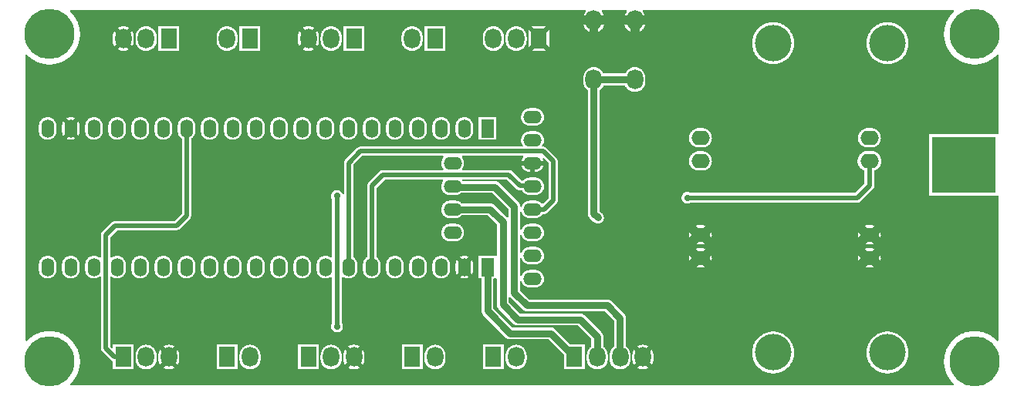
<source format=gbr>
%TF.GenerationSoftware,Altium Limited,Altium Designer,23.6.0 (18)*%
G04 Layer_Physical_Order=1*
G04 Layer_Color=255*
%FSLAX45Y45*%
%MOMM*%
%TF.SameCoordinates,8109348C-C8A1-492E-8D21-29312D9C8BDA*%
%TF.FilePolarity,Positive*%
%TF.FileFunction,Copper,L1,Top,Signal*%
%TF.Part,Single*%
G01*
G75*
%TA.AperFunction,Conductor*%
%ADD10C,0.80000*%
%ADD11C,0.50000*%
%ADD12C,0.30000*%
%ADD13C,0.55000*%
%TA.AperFunction,ViaPad*%
%ADD14C,5.50000*%
%TA.AperFunction,ComponentPad*%
%ADD15O,1.80000X2.20000*%
%ADD16O,1.80000X2.20000*%
%ADD17C,4.00000*%
%ADD18R,7.00000X6.20000*%
%ADD19O,7.00000X6.20000*%
%ADD20R,1.80000X2.20000*%
%ADD21O,2.00000X1.40000*%
%ADD22O,2.00000X1.60000*%
%ADD23O,1.40000X2.00000*%
%ADD24R,1.40000X2.00000*%
%TA.AperFunction,ViaPad*%
%ADD25C,0.70000*%
G36*
X10226013Y4149118D02*
X10218592Y4142354D01*
X10207646Y4131408D01*
X10197218Y4119968D01*
X10187329Y4108059D01*
X10178000Y4095706D01*
X10169252Y4082935D01*
X10161103Y4069774D01*
X10153570Y4056251D01*
X10146670Y4042394D01*
X10140418Y4028233D01*
X10134826Y4013799D01*
X10129907Y3999122D01*
X10125670Y3984233D01*
X10122126Y3969164D01*
X10119282Y3953948D01*
X10117143Y3938617D01*
X10115715Y3923203D01*
X10115000Y3907740D01*
Y3892260D01*
X10115715Y3876797D01*
X10117143Y3861383D01*
X10119282Y3846052D01*
X10122126Y3830836D01*
X10125670Y3815767D01*
X10129907Y3800879D01*
X10134826Y3786201D01*
X10140418Y3771767D01*
X10146670Y3757606D01*
X10153570Y3743749D01*
X10161103Y3730226D01*
X10169252Y3717065D01*
X10178000Y3704294D01*
X10187329Y3691941D01*
X10197218Y3680032D01*
X10207646Y3668592D01*
X10218592Y3657646D01*
X10230032Y3647218D01*
X10241941Y3637329D01*
X10254294Y3628000D01*
X10267065Y3619252D01*
X10280226Y3611103D01*
X10293749Y3603570D01*
X10307606Y3596670D01*
X10321767Y3590418D01*
X10336201Y3584826D01*
X10350878Y3579907D01*
X10365767Y3575671D01*
X10380836Y3572126D01*
X10396052Y3569282D01*
X10411383Y3567143D01*
X10426797Y3565715D01*
X10442260Y3565000D01*
X10457740D01*
X10473203Y3565715D01*
X10488617Y3567143D01*
X10503948Y3569282D01*
X10519164Y3572126D01*
X10534233Y3575671D01*
X10549121Y3579907D01*
X10563799Y3584826D01*
X10578233Y3590418D01*
X10592394Y3596670D01*
X10606251Y3603570D01*
X10619774Y3611103D01*
X10632935Y3619252D01*
X10645706Y3628000D01*
X10658059Y3637329D01*
X10669968Y3647218D01*
X10681408Y3657646D01*
X10692354Y3668592D01*
X10699118Y3676013D01*
X10711818Y3671093D01*
Y2811947D01*
X10710000Y2800000D01*
X10699118Y2800000D01*
X9950000D01*
Y2120000D01*
X10699118D01*
X10710000Y2120000D01*
X10711818Y2108053D01*
Y528907D01*
X10699118Y523987D01*
X10692354Y531408D01*
X10681408Y542354D01*
X10669968Y552782D01*
X10658059Y562671D01*
X10645706Y572000D01*
X10632935Y580748D01*
X10619774Y588897D01*
X10606251Y596430D01*
X10592394Y603330D01*
X10578233Y609582D01*
X10563799Y615174D01*
X10549121Y620093D01*
X10534233Y624329D01*
X10519164Y627874D01*
X10503948Y630718D01*
X10488617Y632856D01*
X10473203Y634285D01*
X10457740Y635000D01*
X10442260D01*
X10426797Y634285D01*
X10411383Y632856D01*
X10396052Y630718D01*
X10380836Y627874D01*
X10365767Y624329D01*
X10350878Y620093D01*
X10336201Y615174D01*
X10321767Y609582D01*
X10307606Y603330D01*
X10293749Y596430D01*
X10280226Y588897D01*
X10267065Y580748D01*
X10254294Y572000D01*
X10241941Y562671D01*
X10230032Y552782D01*
X10218592Y542354D01*
X10207646Y531408D01*
X10197218Y519968D01*
X10187329Y508059D01*
X10178000Y495706D01*
X10169252Y482935D01*
X10161103Y469774D01*
X10153570Y456251D01*
X10146670Y442394D01*
X10140418Y428233D01*
X10134826Y413799D01*
X10129907Y399121D01*
X10125670Y384233D01*
X10122126Y369164D01*
X10119282Y353948D01*
X10117143Y338617D01*
X10115715Y323203D01*
X10115000Y307740D01*
Y292260D01*
X10115715Y276797D01*
X10117143Y261383D01*
X10119282Y246052D01*
X10122126Y230836D01*
X10125670Y215767D01*
X10129907Y200878D01*
X10134826Y186201D01*
X10140418Y171767D01*
X10146670Y157606D01*
X10153570Y143749D01*
X10161103Y130226D01*
X10169252Y117065D01*
X10178000Y104294D01*
X10187329Y91941D01*
X10197218Y80032D01*
X10207646Y68592D01*
X10218592Y57646D01*
X10226013Y50882D01*
X10221093Y38182D01*
X528907D01*
X523987Y50882D01*
X531408Y57647D01*
X542354Y68592D01*
X552782Y80032D01*
X562671Y91941D01*
X572000Y104294D01*
X580748Y117065D01*
X588897Y130226D01*
X596430Y143750D01*
X603330Y157606D01*
X609582Y171767D01*
X615174Y186202D01*
X620093Y200879D01*
X624329Y215767D01*
X627874Y230836D01*
X630718Y246052D01*
X632856Y261384D01*
X634285Y276797D01*
X635000Y292260D01*
Y307740D01*
X634285Y323203D01*
X632856Y338617D01*
X630718Y353948D01*
X627874Y369164D01*
X624329Y384233D01*
X620093Y399122D01*
X615174Y413799D01*
X609582Y428233D01*
X603330Y442394D01*
X596430Y456251D01*
X588897Y469774D01*
X580748Y482936D01*
X572000Y495706D01*
X562671Y508059D01*
X552782Y519968D01*
X542354Y531408D01*
X531408Y542354D01*
X519968Y552782D01*
X508059Y562671D01*
X495706Y572000D01*
X482935Y580748D01*
X469774Y588897D01*
X456251Y596430D01*
X442394Y603330D01*
X428233Y609582D01*
X413799Y615174D01*
X399121Y620094D01*
X384233Y624330D01*
X369164Y627874D01*
X353948Y630718D01*
X338617Y632857D01*
X323203Y634285D01*
X307740Y635000D01*
X292260D01*
X276797Y634285D01*
X261383Y632857D01*
X246052Y630718D01*
X230836Y627874D01*
X215767Y624330D01*
X200878Y620094D01*
X186201Y615174D01*
X171767Y609582D01*
X157606Y603330D01*
X143749Y596430D01*
X130226Y588897D01*
X117065Y580748D01*
X104294Y572000D01*
X91941Y562671D01*
X80032Y552782D01*
X68592Y542354D01*
X57646Y531408D01*
X50882Y523988D01*
X38182Y528908D01*
Y3671093D01*
X50882Y3676013D01*
X57646Y3668592D01*
X68592Y3657646D01*
X80032Y3647218D01*
X91941Y3637329D01*
X104294Y3628000D01*
X117065Y3619252D01*
X130226Y3611103D01*
X143749Y3603570D01*
X157606Y3596670D01*
X171767Y3590418D01*
X186201Y3584826D01*
X200878Y3579907D01*
X215767Y3575671D01*
X230836Y3572126D01*
X246052Y3569282D01*
X261383Y3567143D01*
X276797Y3565715D01*
X292260Y3565000D01*
X307740D01*
X323203Y3565715D01*
X338617Y3567143D01*
X353948Y3569282D01*
X369164Y3572126D01*
X384233Y3575671D01*
X399121Y3579907D01*
X413799Y3584826D01*
X428233Y3590418D01*
X442394Y3596670D01*
X456251Y3603570D01*
X469774Y3611103D01*
X482935Y3619252D01*
X495706Y3628000D01*
X508059Y3637329D01*
X519968Y3647218D01*
X531408Y3657646D01*
X542354Y3668592D01*
X552782Y3680032D01*
X562671Y3691941D01*
X572000Y3704294D01*
X580748Y3717065D01*
X588897Y3730226D01*
X596430Y3743749D01*
X603330Y3757606D01*
X609582Y3771767D01*
X615174Y3786201D01*
X620093Y3800879D01*
X624329Y3815767D01*
X627874Y3830836D01*
X630718Y3846052D01*
X632856Y3861383D01*
X634285Y3876797D01*
X635000Y3892260D01*
Y3907740D01*
X634285Y3923203D01*
X632856Y3938617D01*
X630718Y3953948D01*
X627874Y3969164D01*
X624329Y3984233D01*
X620093Y3999122D01*
X615174Y4013799D01*
X609582Y4028233D01*
X603330Y4042394D01*
X596430Y4056251D01*
X588897Y4069774D01*
X580748Y4082935D01*
X572000Y4095706D01*
X562671Y4108059D01*
X552782Y4119968D01*
X542354Y4131408D01*
X531408Y4142354D01*
X523987Y4149118D01*
X528907Y4161818D01*
X6183113D01*
X6185884Y4158175D01*
X6188484Y4149118D01*
X6184682Y4145005D01*
X6179067Y4137883D01*
X6174030Y4130343D01*
X6169599Y4122431D01*
X6165802Y4114196D01*
X6162664Y4105689D01*
X6161060Y4100001D01*
X6272500D01*
X6383940D01*
X6382336Y4105689D01*
X6379198Y4114196D01*
X6375402Y4122431D01*
X6370970Y4130343D01*
X6365933Y4137883D01*
X6360318Y4145005D01*
X6356516Y4149118D01*
X6359116Y4158175D01*
X6361887Y4161818D01*
X6633113D01*
X6635885Y4158174D01*
X6638484Y4149118D01*
X6634681Y4145004D01*
X6629067Y4137883D01*
X6624029Y4130343D01*
X6619598Y4122431D01*
X6615802Y4114196D01*
X6612663Y4105688D01*
X6611059Y4099999D01*
X6722500D01*
X6833941D01*
X6832336Y4105688D01*
X6829198Y4114196D01*
X6825401Y4122431D01*
X6820970Y4130343D01*
X6815933Y4137883D01*
X6810318Y4145004D01*
X6806516Y4149118D01*
X6809115Y4158174D01*
X6811887Y4161818D01*
X10221093D01*
X10226013Y4149118D01*
D02*
G37*
%LPC*%
G36*
X6222500Y4000001D02*
X6161059D01*
X6162664Y3994312D01*
X6165802Y3985804D01*
X6169599Y3977569D01*
X6174030Y3969657D01*
X6179067Y3962117D01*
X6184682Y3954996D01*
X6190837Y3948337D01*
X6197496Y3942182D01*
X6204617Y3936567D01*
X6212157Y3931530D01*
X6220069Y3927099D01*
X6222500Y3925978D01*
Y4000001D01*
D02*
G37*
G36*
X6383941D02*
X6322500D01*
Y3925978D01*
X6324931Y3927099D01*
X6332843Y3931530D01*
X6340383Y3936567D01*
X6347504Y3942182D01*
X6354163Y3948337D01*
X6360318Y3954996D01*
X6365933Y3962117D01*
X6370970Y3969657D01*
X6375402Y3977569D01*
X6379198Y3985804D01*
X6382336Y3994312D01*
X6383941Y4000001D01*
D02*
G37*
G36*
X6672500Y3999999D02*
X6611059D01*
X6612663Y3994312D01*
X6615802Y3985804D01*
X6619598Y3977569D01*
X6624029Y3969657D01*
X6629067Y3962117D01*
X6634681Y3954996D01*
X6640837Y3948337D01*
X6647496Y3942181D01*
X6654617Y3936567D01*
X6662157Y3931529D01*
X6670069Y3927098D01*
X6672500Y3925978D01*
Y3999999D01*
D02*
G37*
G36*
X6833940D02*
X6772500D01*
Y3925977D01*
X6774931Y3927098D01*
X6782843Y3931529D01*
X6790383Y3936567D01*
X6797504Y3942181D01*
X6804163Y3948337D01*
X6810318Y3954996D01*
X6815933Y3962117D01*
X6820970Y3969657D01*
X6825401Y3977569D01*
X6829198Y3985804D01*
X6832336Y3994312D01*
X6833940Y3999999D01*
D02*
G37*
G36*
X3140512Y3985489D02*
X3131451Y3985133D01*
X3122445Y3984067D01*
X3113552Y3982298D01*
X3104824Y3979837D01*
X3096316Y3976698D01*
X3088081Y3972902D01*
X3080169Y3968471D01*
X3078847Y3967587D01*
X3140512Y3905922D01*
X3202177Y3967587D01*
X3200855Y3968471D01*
X3192943Y3972902D01*
X3184708Y3976698D01*
X3176200Y3979837D01*
X3167472Y3982298D01*
X3158578Y3984067D01*
X3149573Y3985133D01*
X3140512Y3985489D01*
D02*
G37*
G36*
X1110100D02*
X1101038Y3985133D01*
X1092033Y3984067D01*
X1083139Y3982298D01*
X1074412Y3979837D01*
X1065904Y3976698D01*
X1057669Y3972902D01*
X1049757Y3968471D01*
X1048434Y3967587D01*
X1110100Y3905922D01*
X1171765Y3967587D01*
X1170442Y3968471D01*
X1162531Y3972902D01*
X1154295Y3976698D01*
X1145788Y3979837D01*
X1137060Y3982298D01*
X1128166Y3984067D01*
X1119161Y3985133D01*
X1110100Y3985489D01*
D02*
G37*
G36*
X5749990Y3985400D02*
X5591033D01*
X5670512Y3905922D01*
X5749990Y3985400D01*
D02*
G37*
G36*
X3042925Y3931666D02*
X3042041Y3930343D01*
X3037610Y3922431D01*
X3033814Y3914196D01*
X3030675Y3905688D01*
X3028214Y3896961D01*
X3026445Y3888067D01*
X3025379Y3879062D01*
X3025023Y3870000D01*
Y3830000D01*
X3025379Y3820939D01*
X3026445Y3811933D01*
X3028214Y3803040D01*
X3030675Y3794312D01*
X3033814Y3785804D01*
X3037610Y3777569D01*
X3042041Y3769657D01*
X3042925Y3768334D01*
X3122551Y3847961D01*
X3140512Y3830000D01*
X3158472Y3847961D01*
X3238099Y3768335D01*
X3238982Y3769657D01*
X3243413Y3777569D01*
X3247210Y3785804D01*
X3250348Y3794312D01*
X3252810Y3803040D01*
X3254579Y3811933D01*
X3255645Y3820939D01*
X3256001Y3830000D01*
Y3870000D01*
X3255645Y3879062D01*
X3254579Y3888067D01*
X3252810Y3896961D01*
X3250348Y3905688D01*
X3247210Y3914196D01*
X3243413Y3922431D01*
X3238982Y3930343D01*
X3238099Y3931666D01*
X3158472Y3852040D01*
X3140512Y3870000D01*
X3122551Y3852040D01*
X3042925Y3931666D01*
D02*
G37*
G36*
X1012513D02*
X1011629Y3930343D01*
X1007198Y3922431D01*
X1003402Y3914196D01*
X1000263Y3905688D01*
X997802Y3896961D01*
X996033Y3888067D01*
X994967Y3879062D01*
X994611Y3870000D01*
Y3830000D01*
X994967Y3820939D01*
X996033Y3811933D01*
X997802Y3803040D01*
X1000263Y3794312D01*
X1003402Y3785804D01*
X1007198Y3777569D01*
X1011629Y3769657D01*
X1012513Y3768334D01*
X1092139Y3847961D01*
X1110100Y3830000D01*
X1128060Y3847961D01*
X1207686Y3768335D01*
X1208570Y3769657D01*
X1213001Y3777569D01*
X1216797Y3785804D01*
X1219936Y3794312D01*
X1222398Y3803040D01*
X1224167Y3811933D01*
X1225233Y3820939D01*
X1225589Y3830000D01*
Y3870000D01*
X1225233Y3879062D01*
X1224167Y3888067D01*
X1222398Y3896961D01*
X1219936Y3905688D01*
X1216797Y3914196D01*
X1213001Y3922431D01*
X1208570Y3930343D01*
X1207686Y3931666D01*
X1128060Y3852040D01*
X1110100Y3870000D01*
X1092139Y3852040D01*
X1012513Y3931666D01*
D02*
G37*
G36*
X5555112Y3949479D02*
Y3750521D01*
X5652551Y3847961D01*
X5670512Y3830000D01*
X5688472Y3847961D01*
X5785911Y3750522D01*
Y3949479D01*
X5688472Y3852040D01*
X5670512Y3870000D01*
X5652551Y3852040D01*
X5555112Y3949479D01*
D02*
G37*
G36*
X5670512Y3794079D02*
X5591033Y3714600D01*
X5749991D01*
X5670512Y3794079D01*
D02*
G37*
G36*
X4643912Y3985400D02*
X4413112D01*
Y3714600D01*
X4643912D01*
Y3985400D01*
D02*
G37*
G36*
X3755912D02*
X3525112D01*
Y3714600D01*
X3755912D01*
Y3985400D01*
D02*
G37*
G36*
X2613912D02*
X2383112D01*
Y3714600D01*
X2613912D01*
Y3985400D01*
D02*
G37*
G36*
X1725499D02*
X1494700D01*
Y3714600D01*
X1725499D01*
Y3985400D01*
D02*
G37*
G36*
X5420512Y3985489D02*
X5411450Y3985133D01*
X5402445Y3984067D01*
X5393551Y3982298D01*
X5384824Y3979837D01*
X5376316Y3976698D01*
X5368081Y3972902D01*
X5360169Y3968471D01*
X5352629Y3963433D01*
X5345507Y3957819D01*
X5338849Y3951663D01*
X5332693Y3945005D01*
X5327079Y3937883D01*
X5322041Y3930343D01*
X5317610Y3922431D01*
X5313814Y3914196D01*
X5310675Y3905688D01*
X5308214Y3896961D01*
X5306445Y3888067D01*
X5305379Y3879062D01*
X5305023Y3870000D01*
Y3830000D01*
X5305379Y3820939D01*
X5306445Y3811933D01*
X5308214Y3803040D01*
X5310675Y3794312D01*
X5313814Y3785804D01*
X5317610Y3777569D01*
X5322041Y3769657D01*
X5327079Y3762117D01*
X5332693Y3754996D01*
X5338849Y3748337D01*
X5345507Y3742181D01*
X5352629Y3736567D01*
X5360169Y3731529D01*
X5368081Y3727098D01*
X5376316Y3723302D01*
X5384824Y3720164D01*
X5393551Y3717702D01*
X5402445Y3715933D01*
X5411450Y3714867D01*
X5420512Y3714511D01*
X5429573Y3714867D01*
X5438578Y3715933D01*
X5447472Y3717702D01*
X5456200Y3720164D01*
X5464707Y3723302D01*
X5472943Y3727098D01*
X5480854Y3731529D01*
X5488394Y3736567D01*
X5495516Y3742181D01*
X5502175Y3748337D01*
X5508330Y3754996D01*
X5513944Y3762117D01*
X5518982Y3769657D01*
X5523413Y3777569D01*
X5527209Y3785804D01*
X5530348Y3794312D01*
X5532810Y3803040D01*
X5534579Y3811933D01*
X5535645Y3820939D01*
X5536001Y3830000D01*
Y3870000D01*
X5535645Y3879062D01*
X5534579Y3888067D01*
X5532810Y3896961D01*
X5530348Y3905688D01*
X5527209Y3914196D01*
X5523413Y3922431D01*
X5518982Y3930343D01*
X5513944Y3937883D01*
X5508330Y3945005D01*
X5502175Y3951663D01*
X5495516Y3957819D01*
X5488394Y3963433D01*
X5480854Y3968471D01*
X5472943Y3972902D01*
X5464707Y3976698D01*
X5456200Y3979837D01*
X5447472Y3982298D01*
X5438578Y3984067D01*
X5429573Y3985133D01*
X5420512Y3985489D01*
D02*
G37*
G36*
X5170512D02*
X5161450Y3985133D01*
X5152445Y3984067D01*
X5143551Y3982298D01*
X5134824Y3979837D01*
X5126316Y3976698D01*
X5118081Y3972902D01*
X5110169Y3968471D01*
X5102629Y3963433D01*
X5095507Y3957819D01*
X5088849Y3951663D01*
X5082693Y3945005D01*
X5077079Y3937883D01*
X5072041Y3930343D01*
X5067610Y3922431D01*
X5063814Y3914196D01*
X5060675Y3905688D01*
X5058214Y3896961D01*
X5056445Y3888067D01*
X5055379Y3879062D01*
X5055023Y3870000D01*
Y3830000D01*
X5055379Y3820939D01*
X5056445Y3811933D01*
X5058214Y3803040D01*
X5060675Y3794312D01*
X5063814Y3785804D01*
X5067610Y3777569D01*
X5072041Y3769657D01*
X5077079Y3762117D01*
X5082693Y3754996D01*
X5088849Y3748337D01*
X5095507Y3742181D01*
X5102629Y3736567D01*
X5110169Y3731529D01*
X5118081Y3727098D01*
X5126316Y3723302D01*
X5134824Y3720164D01*
X5143551Y3717702D01*
X5152445Y3715933D01*
X5161450Y3714867D01*
X5170512Y3714511D01*
X5179573Y3714867D01*
X5188578Y3715933D01*
X5197472Y3717702D01*
X5206200Y3720164D01*
X5214707Y3723302D01*
X5222943Y3727098D01*
X5230854Y3731529D01*
X5238394Y3736567D01*
X5245516Y3742181D01*
X5252175Y3748337D01*
X5258330Y3754996D01*
X5263944Y3762117D01*
X5268982Y3769657D01*
X5273413Y3777569D01*
X5277209Y3785804D01*
X5280348Y3794312D01*
X5282810Y3803040D01*
X5284579Y3811933D01*
X5285644Y3820939D01*
X5286001Y3830000D01*
Y3870000D01*
X5285644Y3879062D01*
X5284579Y3888067D01*
X5282810Y3896961D01*
X5280348Y3905688D01*
X5277209Y3914196D01*
X5273413Y3922431D01*
X5268982Y3930343D01*
X5263944Y3937883D01*
X5258330Y3945005D01*
X5252175Y3951663D01*
X5245516Y3957819D01*
X5238394Y3963433D01*
X5230854Y3968471D01*
X5222943Y3972902D01*
X5214707Y3976698D01*
X5206200Y3979837D01*
X5197472Y3982298D01*
X5188578Y3984067D01*
X5179573Y3985133D01*
X5170512Y3985489D01*
D02*
G37*
G36*
X4278512D02*
X4269451Y3985133D01*
X4260445Y3984067D01*
X4251552Y3982298D01*
X4242824Y3979837D01*
X4234316Y3976698D01*
X4226081Y3972902D01*
X4218169Y3968471D01*
X4210629Y3963433D01*
X4203508Y3957819D01*
X4196849Y3951663D01*
X4190693Y3945005D01*
X4185079Y3937883D01*
X4180041Y3930343D01*
X4175610Y3922431D01*
X4171814Y3914196D01*
X4168675Y3905688D01*
X4166214Y3896961D01*
X4164445Y3888067D01*
X4163379Y3879062D01*
X4163023Y3870000D01*
Y3830000D01*
X4163379Y3820939D01*
X4164445Y3811933D01*
X4166214Y3803040D01*
X4168675Y3794312D01*
X4171814Y3785804D01*
X4175610Y3777569D01*
X4180041Y3769657D01*
X4185079Y3762117D01*
X4190693Y3754996D01*
X4196849Y3748337D01*
X4203508Y3742181D01*
X4210629Y3736567D01*
X4218169Y3731529D01*
X4226081Y3727098D01*
X4234316Y3723302D01*
X4242824Y3720164D01*
X4251552Y3717702D01*
X4260445Y3715933D01*
X4269451Y3714867D01*
X4278512Y3714511D01*
X4287573Y3714867D01*
X4296578Y3715933D01*
X4305472Y3717702D01*
X4314200Y3720164D01*
X4322708Y3723302D01*
X4330943Y3727098D01*
X4338855Y3731529D01*
X4346395Y3736567D01*
X4353516Y3742181D01*
X4360175Y3748337D01*
X4366330Y3754996D01*
X4371945Y3762117D01*
X4376982Y3769657D01*
X4381413Y3777569D01*
X4385210Y3785804D01*
X4388348Y3794312D01*
X4390810Y3803040D01*
X4392579Y3811933D01*
X4393645Y3820939D01*
X4394001Y3830000D01*
Y3870000D01*
X4393645Y3879062D01*
X4392579Y3888067D01*
X4390810Y3896961D01*
X4388348Y3905688D01*
X4385210Y3914196D01*
X4381413Y3922431D01*
X4376982Y3930343D01*
X4371945Y3937883D01*
X4366330Y3945005D01*
X4360175Y3951663D01*
X4353516Y3957819D01*
X4346395Y3963433D01*
X4338855Y3968471D01*
X4330943Y3972902D01*
X4322708Y3976698D01*
X4314200Y3979837D01*
X4305472Y3982298D01*
X4296578Y3984067D01*
X4287573Y3985133D01*
X4278512Y3985489D01*
D02*
G37*
G36*
X3390512D02*
X3381451Y3985133D01*
X3372445Y3984067D01*
X3363552Y3982298D01*
X3354824Y3979837D01*
X3346316Y3976698D01*
X3338081Y3972902D01*
X3330169Y3968471D01*
X3322629Y3963433D01*
X3315508Y3957819D01*
X3308849Y3951663D01*
X3302693Y3945005D01*
X3297079Y3937883D01*
X3292041Y3930343D01*
X3287610Y3922431D01*
X3283814Y3914196D01*
X3280675Y3905688D01*
X3278214Y3896961D01*
X3276445Y3888067D01*
X3275379Y3879062D01*
X3275023Y3870000D01*
Y3830000D01*
X3275379Y3820939D01*
X3276445Y3811933D01*
X3278214Y3803040D01*
X3280675Y3794312D01*
X3283814Y3785804D01*
X3287610Y3777569D01*
X3292041Y3769657D01*
X3297079Y3762117D01*
X3302693Y3754996D01*
X3308849Y3748337D01*
X3315508Y3742181D01*
X3322629Y3736567D01*
X3330169Y3731529D01*
X3338081Y3727098D01*
X3346316Y3723302D01*
X3354824Y3720164D01*
X3363552Y3717702D01*
X3372445Y3715933D01*
X3381451Y3714867D01*
X3390512Y3714511D01*
X3399573Y3714867D01*
X3408578Y3715933D01*
X3417472Y3717702D01*
X3426200Y3720164D01*
X3434708Y3723302D01*
X3442943Y3727098D01*
X3450855Y3731529D01*
X3458395Y3736567D01*
X3465516Y3742181D01*
X3472175Y3748337D01*
X3478330Y3754996D01*
X3483945Y3762117D01*
X3488982Y3769657D01*
X3493413Y3777569D01*
X3497210Y3785804D01*
X3500348Y3794312D01*
X3502810Y3803040D01*
X3504579Y3811933D01*
X3505645Y3820939D01*
X3506001Y3830000D01*
Y3870000D01*
X3505645Y3879062D01*
X3504579Y3888067D01*
X3502810Y3896961D01*
X3500348Y3905688D01*
X3497210Y3914196D01*
X3493413Y3922431D01*
X3488982Y3930343D01*
X3483945Y3937883D01*
X3478330Y3945005D01*
X3472175Y3951663D01*
X3465516Y3957819D01*
X3458395Y3963433D01*
X3450855Y3968471D01*
X3442943Y3972902D01*
X3434708Y3976698D01*
X3426200Y3979837D01*
X3417472Y3982298D01*
X3408578Y3984067D01*
X3399573Y3985133D01*
X3390512Y3985489D01*
D02*
G37*
G36*
X3140512Y3794079D02*
X3078846Y3732413D01*
X3080169Y3731529D01*
X3088081Y3727098D01*
X3096316Y3723302D01*
X3104824Y3720164D01*
X3113552Y3717702D01*
X3122445Y3715933D01*
X3131451Y3714867D01*
X3140512Y3714511D01*
X3149573Y3714867D01*
X3158578Y3715933D01*
X3167472Y3717702D01*
X3176200Y3720164D01*
X3184708Y3723302D01*
X3192943Y3727098D01*
X3200855Y3731529D01*
X3202177Y3732413D01*
X3140512Y3794079D01*
D02*
G37*
G36*
X2248512Y3985489D02*
X2239451Y3985133D01*
X2230445Y3984067D01*
X2221552Y3982298D01*
X2212824Y3979837D01*
X2204316Y3976698D01*
X2196081Y3972902D01*
X2188169Y3968471D01*
X2180629Y3963433D01*
X2173508Y3957819D01*
X2166849Y3951663D01*
X2160693Y3945005D01*
X2155079Y3937883D01*
X2150041Y3930343D01*
X2145610Y3922431D01*
X2141814Y3914196D01*
X2138675Y3905688D01*
X2136214Y3896961D01*
X2134445Y3888067D01*
X2133379Y3879062D01*
X2133023Y3870000D01*
Y3830000D01*
X2133379Y3820939D01*
X2134445Y3811933D01*
X2136214Y3803040D01*
X2138675Y3794312D01*
X2141814Y3785804D01*
X2145610Y3777569D01*
X2150041Y3769657D01*
X2155079Y3762117D01*
X2160693Y3754996D01*
X2166849Y3748337D01*
X2173508Y3742181D01*
X2180629Y3736567D01*
X2188169Y3731529D01*
X2196081Y3727098D01*
X2204316Y3723302D01*
X2212824Y3720164D01*
X2221552Y3717702D01*
X2230445Y3715933D01*
X2239451Y3714867D01*
X2248512Y3714511D01*
X2257573Y3714867D01*
X2266578Y3715933D01*
X2275472Y3717702D01*
X2284200Y3720164D01*
X2292708Y3723302D01*
X2300943Y3727098D01*
X2308855Y3731529D01*
X2316395Y3736567D01*
X2323516Y3742181D01*
X2330175Y3748337D01*
X2336330Y3754996D01*
X2341945Y3762117D01*
X2346982Y3769657D01*
X2351413Y3777569D01*
X2355210Y3785804D01*
X2358348Y3794312D01*
X2360810Y3803040D01*
X2362579Y3811933D01*
X2363645Y3820939D01*
X2364001Y3830000D01*
Y3870000D01*
X2363645Y3879062D01*
X2362579Y3888067D01*
X2360810Y3896961D01*
X2358348Y3905688D01*
X2355210Y3914196D01*
X2351413Y3922431D01*
X2346982Y3930343D01*
X2341945Y3937883D01*
X2336330Y3945005D01*
X2330175Y3951663D01*
X2323516Y3957819D01*
X2316395Y3963433D01*
X2308855Y3968471D01*
X2300943Y3972902D01*
X2292708Y3976698D01*
X2284200Y3979837D01*
X2275472Y3982298D01*
X2266578Y3984067D01*
X2257573Y3985133D01*
X2248512Y3985489D01*
D02*
G37*
G36*
X1360100D02*
X1351038Y3985133D01*
X1342033Y3984067D01*
X1333139Y3982298D01*
X1324412Y3979837D01*
X1315904Y3976698D01*
X1307669Y3972902D01*
X1299757Y3968471D01*
X1292217Y3963433D01*
X1285095Y3957819D01*
X1278437Y3951663D01*
X1272281Y3945005D01*
X1266667Y3937883D01*
X1261629Y3930343D01*
X1257198Y3922431D01*
X1253402Y3914196D01*
X1250263Y3905688D01*
X1247802Y3896961D01*
X1246033Y3888067D01*
X1244967Y3879062D01*
X1244611Y3870000D01*
Y3830000D01*
X1244967Y3820939D01*
X1246033Y3811933D01*
X1247802Y3803040D01*
X1250263Y3794312D01*
X1253402Y3785804D01*
X1257198Y3777569D01*
X1261629Y3769657D01*
X1266667Y3762117D01*
X1272281Y3754996D01*
X1278437Y3748337D01*
X1285095Y3742181D01*
X1292217Y3736567D01*
X1299757Y3731529D01*
X1307669Y3727098D01*
X1315904Y3723302D01*
X1324412Y3720164D01*
X1333139Y3717702D01*
X1342033Y3715933D01*
X1351038Y3714867D01*
X1360100Y3714511D01*
X1369161Y3714867D01*
X1378166Y3715933D01*
X1387060Y3717702D01*
X1395788Y3720164D01*
X1404295Y3723302D01*
X1412531Y3727098D01*
X1420442Y3731529D01*
X1427982Y3736567D01*
X1435104Y3742181D01*
X1441763Y3748337D01*
X1447918Y3754996D01*
X1453532Y3762117D01*
X1458570Y3769657D01*
X1463001Y3777569D01*
X1466797Y3785804D01*
X1469936Y3794312D01*
X1472398Y3803040D01*
X1474167Y3811933D01*
X1475233Y3820939D01*
X1475589Y3830000D01*
Y3870000D01*
X1475233Y3879062D01*
X1474167Y3888067D01*
X1472398Y3896961D01*
X1469936Y3905688D01*
X1466797Y3914196D01*
X1463001Y3922431D01*
X1458570Y3930343D01*
X1453532Y3937883D01*
X1447918Y3945005D01*
X1441763Y3951663D01*
X1435104Y3957819D01*
X1427982Y3963433D01*
X1420442Y3968471D01*
X1412531Y3972902D01*
X1404295Y3976698D01*
X1395788Y3979837D01*
X1387060Y3982298D01*
X1378166Y3984067D01*
X1369161Y3985133D01*
X1360100Y3985489D01*
D02*
G37*
G36*
X1110100Y3794079D02*
X1048434Y3732413D01*
X1049757Y3731529D01*
X1057669Y3727098D01*
X1065904Y3723302D01*
X1074412Y3720164D01*
X1083139Y3717702D01*
X1092033Y3715933D01*
X1101038Y3714867D01*
X1110100Y3714511D01*
X1119161Y3714867D01*
X1128166Y3715933D01*
X1137060Y3717702D01*
X1145788Y3720164D01*
X1154295Y3723302D01*
X1162531Y3727098D01*
X1170442Y3731529D01*
X1171765Y3732413D01*
X1110100Y3794079D01*
D02*
G37*
G36*
X9501453Y4030000D02*
X9488546D01*
X9475660Y4029276D01*
X9462835Y4027831D01*
X9450111Y4025669D01*
X9437528Y4022797D01*
X9425126Y4019224D01*
X9412944Y4014961D01*
X9401021Y4010022D01*
X9389392Y4004423D01*
X9378096Y3998180D01*
X9367168Y3991313D01*
X9356642Y3983844D01*
X9346552Y3975797D01*
X9336928Y3967198D01*
X9327802Y3958071D01*
X9319202Y3948448D01*
X9311155Y3938357D01*
X9303686Y3927831D01*
X9296820Y3916903D01*
X9290577Y3905607D01*
X9284977Y3893979D01*
X9280038Y3882055D01*
X9275775Y3869873D01*
X9272202Y3857471D01*
X9269330Y3844888D01*
X9267169Y3832164D01*
X9265723Y3819339D01*
X9265000Y3806453D01*
Y3793547D01*
X9265723Y3780661D01*
X9267169Y3767836D01*
X9269330Y3755112D01*
X9272202Y3742529D01*
X9275775Y3730127D01*
X9280038Y3717945D01*
X9284977Y3706021D01*
X9290577Y3694393D01*
X9296820Y3683097D01*
X9303686Y3672169D01*
X9311155Y3661643D01*
X9319202Y3651552D01*
X9327802Y3641929D01*
X9336928Y3632802D01*
X9346552Y3624203D01*
X9356642Y3616156D01*
X9367168Y3608687D01*
X9378096Y3601820D01*
X9389392Y3595577D01*
X9401021Y3589978D01*
X9412944Y3585039D01*
X9425126Y3580776D01*
X9437528Y3577203D01*
X9450111Y3574331D01*
X9462835Y3572169D01*
X9475660Y3570724D01*
X9488546Y3570000D01*
X9501453D01*
X9514339Y3570724D01*
X9527164Y3572169D01*
X9539888Y3574331D01*
X9552471Y3577203D01*
X9564873Y3580776D01*
X9577055Y3585039D01*
X9588979Y3589978D01*
X9600607Y3595577D01*
X9611903Y3601820D01*
X9622831Y3608687D01*
X9633357Y3616156D01*
X9643447Y3624203D01*
X9653071Y3632802D01*
X9662197Y3641929D01*
X9670797Y3651552D01*
X9678844Y3661643D01*
X9686313Y3672169D01*
X9693179Y3683097D01*
X9699422Y3694393D01*
X9705022Y3706021D01*
X9709961Y3717945D01*
X9714224Y3730127D01*
X9717797Y3742529D01*
X9720669Y3755112D01*
X9722830Y3767836D01*
X9724276Y3780661D01*
X9724999Y3793547D01*
Y3806453D01*
X9724276Y3819339D01*
X9722830Y3832164D01*
X9720669Y3844888D01*
X9717797Y3857471D01*
X9714224Y3869873D01*
X9709961Y3882055D01*
X9705022Y3893979D01*
X9699422Y3905607D01*
X9693179Y3916903D01*
X9686313Y3927831D01*
X9678844Y3938357D01*
X9670797Y3948448D01*
X9662197Y3958071D01*
X9653071Y3967198D01*
X9643447Y3975797D01*
X9633357Y3983844D01*
X9622831Y3991313D01*
X9611903Y3998180D01*
X9600607Y4004423D01*
X9588979Y4010022D01*
X9577055Y4014961D01*
X9564873Y4019224D01*
X9552471Y4022797D01*
X9539888Y4025669D01*
X9527164Y4027831D01*
X9514339Y4029276D01*
X9501453Y4030000D01*
D02*
G37*
G36*
X8246453D02*
X8233546D01*
X8220660Y4029276D01*
X8207835Y4027831D01*
X8195111Y4025669D01*
X8182528Y4022797D01*
X8170126Y4019224D01*
X8157944Y4014961D01*
X8146021Y4010022D01*
X8134392Y4004423D01*
X8123096Y3998180D01*
X8112168Y3991313D01*
X8101642Y3983844D01*
X8091552Y3975797D01*
X8081928Y3967198D01*
X8072802Y3958071D01*
X8064202Y3948448D01*
X8056155Y3938357D01*
X8048686Y3927831D01*
X8041820Y3916903D01*
X8035577Y3905607D01*
X8029977Y3893979D01*
X8025038Y3882055D01*
X8020775Y3869873D01*
X8017202Y3857471D01*
X8014330Y3844888D01*
X8012169Y3832164D01*
X8010723Y3819339D01*
X8010000Y3806453D01*
Y3793547D01*
X8010723Y3780661D01*
X8012169Y3767836D01*
X8014330Y3755112D01*
X8017202Y3742529D01*
X8020775Y3730127D01*
X8025038Y3717945D01*
X8029977Y3706021D01*
X8035577Y3694393D01*
X8041820Y3683097D01*
X8048686Y3672169D01*
X8056155Y3661643D01*
X8064202Y3651552D01*
X8072802Y3641929D01*
X8081928Y3632802D01*
X8091552Y3624203D01*
X8101642Y3616156D01*
X8112168Y3608687D01*
X8123096Y3601820D01*
X8134392Y3595577D01*
X8146021Y3589978D01*
X8157944Y3585039D01*
X8170126Y3580776D01*
X8182528Y3577203D01*
X8195111Y3574331D01*
X8207835Y3572169D01*
X8220660Y3570724D01*
X8233546Y3570000D01*
X8246453D01*
X8259339Y3570724D01*
X8272164Y3572169D01*
X8284888Y3574331D01*
X8297471Y3577203D01*
X8309873Y3580776D01*
X8322055Y3585039D01*
X8333979Y3589978D01*
X8345607Y3595577D01*
X8356903Y3601820D01*
X8367831Y3608687D01*
X8378357Y3616156D01*
X8388447Y3624203D01*
X8398071Y3632802D01*
X8407197Y3641929D01*
X8415797Y3651552D01*
X8423844Y3661643D01*
X8431313Y3672169D01*
X8438179Y3683097D01*
X8444422Y3694393D01*
X8450022Y3706021D01*
X8454961Y3717945D01*
X8459224Y3730127D01*
X8462797Y3742529D01*
X8465669Y3755112D01*
X8467830Y3767836D01*
X8469276Y3780661D01*
X8469999Y3793547D01*
Y3806453D01*
X8469276Y3819339D01*
X8467830Y3832164D01*
X8465669Y3844888D01*
X8462797Y3857471D01*
X8459224Y3869873D01*
X8454961Y3882055D01*
X8450022Y3893979D01*
X8444422Y3905607D01*
X8438179Y3916903D01*
X8431313Y3927831D01*
X8423844Y3938357D01*
X8415797Y3948448D01*
X8407197Y3958071D01*
X8398071Y3967198D01*
X8388447Y3975797D01*
X8378357Y3983844D01*
X8367831Y3991313D01*
X8356903Y3998180D01*
X8345607Y4004423D01*
X8333979Y4010022D01*
X8322055Y4014961D01*
X8309873Y4019224D01*
X8297471Y4022797D01*
X8284888Y4025669D01*
X8272164Y4027831D01*
X8259339Y4029276D01*
X8246453Y4030000D01*
D02*
G37*
G36*
X6722500Y3535489D02*
X6713439Y3535133D01*
X6704433Y3534067D01*
X6695540Y3532298D01*
X6686812Y3529837D01*
X6678304Y3526698D01*
X6670069Y3522902D01*
X6662157Y3518471D01*
X6654617Y3513433D01*
X6647496Y3507819D01*
X6640837Y3501663D01*
X6634681Y3495004D01*
X6629067Y3487883D01*
X6624029Y3480343D01*
X6619598Y3472431D01*
X6616393Y3465479D01*
X6378606D01*
X6375401Y3472431D01*
X6370970Y3480343D01*
X6365932Y3487883D01*
X6360318Y3495004D01*
X6354163Y3501663D01*
X6347504Y3507819D01*
X6340382Y3513433D01*
X6332842Y3518471D01*
X6324930Y3522902D01*
X6316695Y3526698D01*
X6308188Y3529837D01*
X6299460Y3532298D01*
X6290566Y3534067D01*
X6281561Y3535133D01*
X6272500Y3535489D01*
X6263438Y3535133D01*
X6254433Y3534067D01*
X6245539Y3532298D01*
X6236812Y3529837D01*
X6228304Y3526698D01*
X6220069Y3522902D01*
X6212157Y3518471D01*
X6204617Y3513433D01*
X6197495Y3507819D01*
X6190836Y3501663D01*
X6184681Y3495004D01*
X6179067Y3487883D01*
X6174029Y3480343D01*
X6169598Y3472431D01*
X6165802Y3464196D01*
X6162663Y3455688D01*
X6160202Y3446961D01*
X6158432Y3438067D01*
X6157367Y3429061D01*
X6157011Y3420000D01*
Y3380000D01*
X6157367Y3370939D01*
X6158432Y3361933D01*
X6160202Y3353040D01*
X6162663Y3344312D01*
X6165802Y3335804D01*
X6169598Y3327569D01*
X6174029Y3319657D01*
X6179067Y3312117D01*
X6184681Y3304996D01*
X6190836Y3298337D01*
X6197495Y3292181D01*
X6204617Y3286567D01*
X6207021Y3284961D01*
Y1927500D01*
X6207336Y1921082D01*
X6208279Y1914726D01*
X6209840Y1908493D01*
X6212005Y1902442D01*
X6214752Y1896634D01*
X6218056Y1891122D01*
X6221884Y1885961D01*
X6226199Y1881200D01*
X6271199Y1836199D01*
X6275961Y1831884D01*
X6281122Y1828056D01*
X6286633Y1824753D01*
X6292442Y1822005D01*
X6298493Y1819841D01*
X6304726Y1818279D01*
X6311082Y1817336D01*
X6317500Y1817021D01*
X6323918Y1817336D01*
X6330274Y1818279D01*
X6336507Y1819841D01*
X6342558Y1822005D01*
X6348367Y1824753D01*
X6353878Y1828056D01*
X6359039Y1831884D01*
X6363801Y1836199D01*
X6368116Y1840961D01*
X6371944Y1846122D01*
X6375247Y1851633D01*
X6377995Y1857442D01*
X6380159Y1863493D01*
X6381721Y1869726D01*
X6382664Y1876082D01*
X6382979Y1882500D01*
X6382664Y1888918D01*
X6381721Y1895274D01*
X6380159Y1901507D01*
X6377995Y1907558D01*
X6375247Y1913367D01*
X6371944Y1918878D01*
X6368116Y1924039D01*
X6363801Y1928801D01*
X6337978Y1954623D01*
Y3284961D01*
X6340382Y3286567D01*
X6347504Y3292181D01*
X6354163Y3298337D01*
X6360318Y3304996D01*
X6365932Y3312117D01*
X6370970Y3319657D01*
X6375401Y3327569D01*
X6378606Y3334521D01*
X6616393D01*
X6619598Y3327569D01*
X6624029Y3319657D01*
X6629067Y3312117D01*
X6634681Y3304996D01*
X6640837Y3298337D01*
X6647496Y3292181D01*
X6654617Y3286567D01*
X6662157Y3281529D01*
X6670069Y3277098D01*
X6678304Y3273302D01*
X6686812Y3270163D01*
X6695540Y3267702D01*
X6704433Y3265933D01*
X6713439Y3264867D01*
X6722500Y3264511D01*
X6731561Y3264867D01*
X6740566Y3265933D01*
X6749460Y3267702D01*
X6758188Y3270163D01*
X6766696Y3273302D01*
X6774931Y3277098D01*
X6782843Y3281529D01*
X6790383Y3286567D01*
X6797504Y3292181D01*
X6804163Y3298337D01*
X6810318Y3304996D01*
X6815933Y3312117D01*
X6820970Y3319657D01*
X6825401Y3327569D01*
X6829198Y3335804D01*
X6832336Y3344312D01*
X6834798Y3353040D01*
X6836567Y3361933D01*
X6837633Y3370939D01*
X6837989Y3380000D01*
Y3420000D01*
X6837633Y3429061D01*
X6836567Y3438067D01*
X6834798Y3446961D01*
X6832336Y3455688D01*
X6829198Y3464196D01*
X6825401Y3472431D01*
X6820970Y3480343D01*
X6815933Y3487883D01*
X6810318Y3495004D01*
X6804163Y3501663D01*
X6797504Y3507819D01*
X6790383Y3513433D01*
X6782843Y3518471D01*
X6774931Y3522902D01*
X6766696Y3526698D01*
X6758188Y3529837D01*
X6749460Y3532298D01*
X6740566Y3534067D01*
X6731561Y3535133D01*
X6722500Y3535489D01*
D02*
G37*
G36*
X533400Y2987491D02*
X525077Y2987128D01*
X516818Y2986041D01*
X508685Y2984237D01*
X500740Y2981732D01*
X493044Y2978544D01*
X486292Y2975030D01*
X533400Y2927921D01*
X580509Y2975029D01*
X573756Y2978544D01*
X566060Y2981732D01*
X558115Y2984237D01*
X549982Y2986041D01*
X541723Y2987128D01*
X533400Y2987491D01*
D02*
G37*
G36*
X5630000Y3084491D02*
X5570000D01*
X5561677Y3084127D01*
X5553418Y3083040D01*
X5545285Y3081237D01*
X5537340Y3078732D01*
X5529644Y3075544D01*
X5522254Y3071698D01*
X5515228Y3067222D01*
X5508619Y3062150D01*
X5502478Y3056522D01*
X5496850Y3050380D01*
X5491778Y3043771D01*
X5487302Y3036746D01*
X5483456Y3029356D01*
X5480268Y3021660D01*
X5477763Y3013715D01*
X5475960Y3005582D01*
X5474872Y2997323D01*
X5474509Y2989000D01*
X5474872Y2980678D01*
X5475960Y2972418D01*
X5477763Y2964285D01*
X5480268Y2956340D01*
X5483456Y2948644D01*
X5487302Y2941255D01*
X5491778Y2934229D01*
X5496850Y2927620D01*
X5502478Y2921478D01*
X5508619Y2915850D01*
X5515228Y2910779D01*
X5522254Y2906303D01*
X5529644Y2902456D01*
X5537340Y2899268D01*
X5545285Y2896763D01*
X5553418Y2894960D01*
X5561677Y2893873D01*
X5570000Y2893509D01*
X5630000D01*
X5638323Y2893873D01*
X5646582Y2894960D01*
X5654715Y2896763D01*
X5662660Y2899268D01*
X5670356Y2902456D01*
X5677746Y2906303D01*
X5684771Y2910779D01*
X5691381Y2915850D01*
X5697522Y2921478D01*
X5703150Y2927620D01*
X5708222Y2934229D01*
X5712698Y2941255D01*
X5716544Y2948644D01*
X5719732Y2956340D01*
X5722237Y2964285D01*
X5724040Y2972418D01*
X5725127Y2980678D01*
X5725491Y2989000D01*
X5725127Y2997323D01*
X5724040Y3005582D01*
X5722237Y3013715D01*
X5719732Y3021660D01*
X5716544Y3029356D01*
X5712698Y3036746D01*
X5708222Y3043771D01*
X5703150Y3050380D01*
X5697522Y3056522D01*
X5691381Y3062150D01*
X5684771Y3067222D01*
X5677746Y3071698D01*
X5670356Y3075544D01*
X5662660Y3078732D01*
X5654715Y3081237D01*
X5646582Y3083040D01*
X5638323Y3084127D01*
X5630000Y3084491D01*
D02*
G37*
G36*
X450371Y2939108D02*
X446856Y2932356D01*
X443668Y2924660D01*
X441163Y2916715D01*
X439360Y2908582D01*
X438273Y2900323D01*
X437909Y2892000D01*
Y2832000D01*
X438273Y2823677D01*
X439360Y2815418D01*
X441163Y2807285D01*
X443668Y2799340D01*
X446856Y2791644D01*
X450371Y2784891D01*
X515440Y2849960D01*
X533400Y2832000D01*
X551361Y2849960D01*
X616429Y2784892D01*
X619944Y2791644D01*
X623132Y2799340D01*
X625637Y2807285D01*
X627440Y2815418D01*
X628527Y2823677D01*
X628891Y2832000D01*
Y2892000D01*
X628527Y2900323D01*
X627440Y2908582D01*
X625637Y2916715D01*
X623132Y2924660D01*
X619944Y2932356D01*
X616430Y2939108D01*
X551361Y2874039D01*
X533400Y2892000D01*
X515440Y2874039D01*
X450371Y2939108D01*
D02*
G37*
G36*
X5200800Y2987400D02*
X5010000D01*
Y2736600D01*
X5200800D01*
Y2987400D01*
D02*
G37*
G36*
X4851400Y2987491D02*
X4843077Y2987128D01*
X4834818Y2986041D01*
X4826685Y2984237D01*
X4818740Y2981732D01*
X4811044Y2978544D01*
X4803655Y2974698D01*
X4796629Y2970222D01*
X4790020Y2965151D01*
X4783878Y2959522D01*
X4778250Y2953381D01*
X4773178Y2946772D01*
X4768702Y2939746D01*
X4764856Y2932356D01*
X4761668Y2924660D01*
X4759163Y2916715D01*
X4757360Y2908582D01*
X4756273Y2900323D01*
X4755909Y2892000D01*
Y2832000D01*
X4756273Y2823677D01*
X4757360Y2815418D01*
X4759163Y2807285D01*
X4761668Y2799340D01*
X4764856Y2791644D01*
X4768702Y2784255D01*
X4773178Y2777229D01*
X4778250Y2770620D01*
X4783878Y2764478D01*
X4790020Y2758850D01*
X4796629Y2753778D01*
X4803655Y2749302D01*
X4811044Y2745456D01*
X4818740Y2742268D01*
X4826685Y2739763D01*
X4834818Y2737960D01*
X4843077Y2736873D01*
X4851400Y2736509D01*
X4859723Y2736873D01*
X4867982Y2737960D01*
X4876115Y2739763D01*
X4884060Y2742268D01*
X4891756Y2745456D01*
X4899145Y2749302D01*
X4906171Y2753778D01*
X4912780Y2758850D01*
X4918922Y2764478D01*
X4924550Y2770620D01*
X4929622Y2777229D01*
X4934098Y2784255D01*
X4937944Y2791644D01*
X4941132Y2799340D01*
X4943637Y2807285D01*
X4945440Y2815418D01*
X4946527Y2823677D01*
X4946891Y2832000D01*
Y2892000D01*
X4946527Y2900323D01*
X4945440Y2908582D01*
X4943637Y2916715D01*
X4941132Y2924660D01*
X4937944Y2932356D01*
X4934098Y2939746D01*
X4929622Y2946772D01*
X4924550Y2953381D01*
X4918922Y2959522D01*
X4912780Y2965151D01*
X4906171Y2970222D01*
X4899145Y2974698D01*
X4891756Y2978544D01*
X4884060Y2981732D01*
X4876115Y2984237D01*
X4867982Y2986041D01*
X4859723Y2987128D01*
X4851400Y2987491D01*
D02*
G37*
G36*
X4597400D02*
X4589077Y2987128D01*
X4580818Y2986041D01*
X4572685Y2984237D01*
X4564740Y2981732D01*
X4557044Y2978544D01*
X4549655Y2974698D01*
X4542629Y2970222D01*
X4536020Y2965151D01*
X4529878Y2959522D01*
X4524250Y2953381D01*
X4519178Y2946772D01*
X4514702Y2939746D01*
X4510856Y2932356D01*
X4507668Y2924660D01*
X4505163Y2916715D01*
X4503360Y2908582D01*
X4502273Y2900323D01*
X4501909Y2892000D01*
Y2832000D01*
X4502273Y2823677D01*
X4503360Y2815418D01*
X4505163Y2807285D01*
X4507668Y2799340D01*
X4510856Y2791644D01*
X4514702Y2784255D01*
X4519178Y2777229D01*
X4524250Y2770620D01*
X4529878Y2764478D01*
X4536020Y2758850D01*
X4542629Y2753778D01*
X4549655Y2749302D01*
X4557044Y2745456D01*
X4564740Y2742268D01*
X4572685Y2739763D01*
X4580818Y2737960D01*
X4589077Y2736873D01*
X4597400Y2736509D01*
X4605723Y2736873D01*
X4613982Y2737960D01*
X4622115Y2739763D01*
X4630060Y2742268D01*
X4637756Y2745456D01*
X4645145Y2749302D01*
X4652171Y2753778D01*
X4658780Y2758850D01*
X4664922Y2764478D01*
X4670550Y2770620D01*
X4675622Y2777229D01*
X4680098Y2784255D01*
X4683944Y2791644D01*
X4687132Y2799340D01*
X4689637Y2807285D01*
X4691440Y2815418D01*
X4692527Y2823677D01*
X4692891Y2832000D01*
Y2892000D01*
X4692527Y2900323D01*
X4691440Y2908582D01*
X4689637Y2916715D01*
X4687132Y2924660D01*
X4683944Y2932356D01*
X4680098Y2939746D01*
X4675622Y2946772D01*
X4670550Y2953381D01*
X4664922Y2959522D01*
X4658780Y2965151D01*
X4652171Y2970222D01*
X4645145Y2974698D01*
X4637756Y2978544D01*
X4630060Y2981732D01*
X4622115Y2984237D01*
X4613982Y2986041D01*
X4605723Y2987128D01*
X4597400Y2987491D01*
D02*
G37*
G36*
X4343400D02*
X4335077Y2987128D01*
X4326818Y2986041D01*
X4318685Y2984237D01*
X4310740Y2981732D01*
X4303044Y2978544D01*
X4295655Y2974698D01*
X4288629Y2970222D01*
X4282020Y2965151D01*
X4275878Y2959522D01*
X4270250Y2953381D01*
X4265178Y2946772D01*
X4260702Y2939746D01*
X4256856Y2932356D01*
X4253668Y2924660D01*
X4251163Y2916715D01*
X4249360Y2908582D01*
X4248273Y2900323D01*
X4247909Y2892000D01*
Y2832000D01*
X4248273Y2823677D01*
X4249360Y2815418D01*
X4251163Y2807285D01*
X4253668Y2799340D01*
X4256856Y2791644D01*
X4260702Y2784255D01*
X4265178Y2777229D01*
X4270250Y2770620D01*
X4275878Y2764478D01*
X4282020Y2758850D01*
X4288629Y2753778D01*
X4295655Y2749302D01*
X4303044Y2745456D01*
X4310740Y2742268D01*
X4318685Y2739763D01*
X4326818Y2737960D01*
X4335077Y2736873D01*
X4343400Y2736509D01*
X4351723Y2736873D01*
X4359982Y2737960D01*
X4368115Y2739763D01*
X4376060Y2742268D01*
X4383756Y2745456D01*
X4391145Y2749302D01*
X4398171Y2753778D01*
X4404780Y2758850D01*
X4410922Y2764478D01*
X4416550Y2770620D01*
X4421622Y2777229D01*
X4426098Y2784255D01*
X4429944Y2791644D01*
X4433132Y2799340D01*
X4435637Y2807285D01*
X4437440Y2815418D01*
X4438527Y2823677D01*
X4438891Y2832000D01*
Y2892000D01*
X4438527Y2900323D01*
X4437440Y2908582D01*
X4435637Y2916715D01*
X4433132Y2924660D01*
X4429944Y2932356D01*
X4426098Y2939746D01*
X4421622Y2946772D01*
X4416550Y2953381D01*
X4410922Y2959522D01*
X4404780Y2965151D01*
X4398171Y2970222D01*
X4391145Y2974698D01*
X4383756Y2978544D01*
X4376060Y2981732D01*
X4368115Y2984237D01*
X4359982Y2986041D01*
X4351723Y2987128D01*
X4343400Y2987491D01*
D02*
G37*
G36*
X4089400D02*
X4081077Y2987128D01*
X4072818Y2986041D01*
X4064685Y2984237D01*
X4056740Y2981732D01*
X4049044Y2978544D01*
X4041655Y2974698D01*
X4034629Y2970222D01*
X4028020Y2965151D01*
X4021878Y2959522D01*
X4016250Y2953381D01*
X4011178Y2946772D01*
X4006702Y2939746D01*
X4002856Y2932356D01*
X3999668Y2924660D01*
X3997163Y2916715D01*
X3995360Y2908582D01*
X3994273Y2900323D01*
X3993909Y2892000D01*
Y2832000D01*
X3994273Y2823677D01*
X3995360Y2815418D01*
X3997163Y2807285D01*
X3999668Y2799340D01*
X4002856Y2791644D01*
X4006702Y2784255D01*
X4011178Y2777229D01*
X4016250Y2770620D01*
X4021878Y2764478D01*
X4028020Y2758850D01*
X4034629Y2753778D01*
X4041655Y2749302D01*
X4049044Y2745456D01*
X4056740Y2742268D01*
X4064685Y2739763D01*
X4072818Y2737960D01*
X4081077Y2736873D01*
X4089400Y2736509D01*
X4097723Y2736873D01*
X4105982Y2737960D01*
X4114115Y2739763D01*
X4122060Y2742268D01*
X4129756Y2745456D01*
X4137145Y2749302D01*
X4144171Y2753778D01*
X4150780Y2758850D01*
X4156922Y2764478D01*
X4162550Y2770620D01*
X4167622Y2777229D01*
X4172098Y2784255D01*
X4175944Y2791644D01*
X4179132Y2799340D01*
X4181637Y2807285D01*
X4183440Y2815418D01*
X4184527Y2823677D01*
X4184891Y2832000D01*
Y2892000D01*
X4184527Y2900323D01*
X4183440Y2908582D01*
X4181637Y2916715D01*
X4179132Y2924660D01*
X4175944Y2932356D01*
X4172098Y2939746D01*
X4167622Y2946772D01*
X4162550Y2953381D01*
X4156922Y2959522D01*
X4150780Y2965151D01*
X4144171Y2970222D01*
X4137145Y2974698D01*
X4129756Y2978544D01*
X4122060Y2981732D01*
X4114115Y2984237D01*
X4105982Y2986041D01*
X4097723Y2987128D01*
X4089400Y2987491D01*
D02*
G37*
G36*
X3835400D02*
X3827077Y2987128D01*
X3818818Y2986041D01*
X3810685Y2984237D01*
X3802740Y2981732D01*
X3795044Y2978544D01*
X3787655Y2974698D01*
X3780629Y2970222D01*
X3774020Y2965151D01*
X3767878Y2959522D01*
X3762250Y2953381D01*
X3757178Y2946772D01*
X3752702Y2939746D01*
X3748856Y2932356D01*
X3745668Y2924660D01*
X3743163Y2916715D01*
X3741360Y2908582D01*
X3740273Y2900323D01*
X3739909Y2892000D01*
Y2832000D01*
X3740273Y2823677D01*
X3741360Y2815418D01*
X3743163Y2807285D01*
X3745668Y2799340D01*
X3748856Y2791644D01*
X3752702Y2784255D01*
X3757178Y2777229D01*
X3762250Y2770620D01*
X3767878Y2764478D01*
X3774020Y2758850D01*
X3780629Y2753778D01*
X3787655Y2749302D01*
X3795044Y2745456D01*
X3802740Y2742268D01*
X3810685Y2739763D01*
X3818818Y2737960D01*
X3827077Y2736873D01*
X3835400Y2736509D01*
X3843723Y2736873D01*
X3851982Y2737960D01*
X3860115Y2739763D01*
X3868060Y2742268D01*
X3875756Y2745456D01*
X3883145Y2749302D01*
X3890171Y2753778D01*
X3896780Y2758850D01*
X3902922Y2764478D01*
X3908550Y2770620D01*
X3913622Y2777229D01*
X3918098Y2784255D01*
X3921944Y2791644D01*
X3925132Y2799340D01*
X3927637Y2807285D01*
X3929440Y2815418D01*
X3930527Y2823677D01*
X3930891Y2832000D01*
Y2892000D01*
X3930527Y2900323D01*
X3929440Y2908582D01*
X3927637Y2916715D01*
X3925132Y2924660D01*
X3921944Y2932356D01*
X3918098Y2939746D01*
X3913622Y2946772D01*
X3908550Y2953381D01*
X3902922Y2959522D01*
X3896780Y2965151D01*
X3890171Y2970222D01*
X3883145Y2974698D01*
X3875756Y2978544D01*
X3868060Y2981732D01*
X3860115Y2984237D01*
X3851982Y2986041D01*
X3843723Y2987128D01*
X3835400Y2987491D01*
D02*
G37*
G36*
X3581400D02*
X3573077Y2987128D01*
X3564818Y2986041D01*
X3556685Y2984237D01*
X3548740Y2981732D01*
X3541044Y2978544D01*
X3533655Y2974698D01*
X3526629Y2970222D01*
X3520020Y2965151D01*
X3513878Y2959522D01*
X3508250Y2953381D01*
X3503178Y2946772D01*
X3498702Y2939746D01*
X3494856Y2932356D01*
X3491668Y2924660D01*
X3489163Y2916715D01*
X3487360Y2908582D01*
X3486273Y2900323D01*
X3485909Y2892000D01*
Y2832000D01*
X3486273Y2823677D01*
X3487360Y2815418D01*
X3489163Y2807285D01*
X3491668Y2799340D01*
X3494856Y2791644D01*
X3498702Y2784255D01*
X3503178Y2777229D01*
X3508250Y2770620D01*
X3513878Y2764478D01*
X3520020Y2758850D01*
X3526629Y2753778D01*
X3533655Y2749302D01*
X3541044Y2745456D01*
X3548740Y2742268D01*
X3556685Y2739763D01*
X3564818Y2737960D01*
X3573077Y2736873D01*
X3581400Y2736509D01*
X3589723Y2736873D01*
X3597982Y2737960D01*
X3606115Y2739763D01*
X3614060Y2742268D01*
X3621756Y2745456D01*
X3629145Y2749302D01*
X3636171Y2753778D01*
X3642780Y2758850D01*
X3648922Y2764478D01*
X3654550Y2770620D01*
X3659622Y2777229D01*
X3664098Y2784255D01*
X3667944Y2791644D01*
X3671132Y2799340D01*
X3673637Y2807285D01*
X3675440Y2815418D01*
X3676527Y2823677D01*
X3676891Y2832000D01*
Y2892000D01*
X3676527Y2900323D01*
X3675440Y2908582D01*
X3673637Y2916715D01*
X3671132Y2924660D01*
X3667944Y2932356D01*
X3664098Y2939746D01*
X3659622Y2946772D01*
X3654550Y2953381D01*
X3648922Y2959522D01*
X3642780Y2965151D01*
X3636171Y2970222D01*
X3629145Y2974698D01*
X3621756Y2978544D01*
X3614060Y2981732D01*
X3606115Y2984237D01*
X3597982Y2986041D01*
X3589723Y2987128D01*
X3581400Y2987491D01*
D02*
G37*
G36*
X3327400D02*
X3319077Y2987128D01*
X3310818Y2986041D01*
X3302685Y2984237D01*
X3294740Y2981732D01*
X3287044Y2978544D01*
X3279655Y2974698D01*
X3272629Y2970222D01*
X3266020Y2965151D01*
X3259878Y2959522D01*
X3254250Y2953381D01*
X3249178Y2946772D01*
X3244702Y2939746D01*
X3240856Y2932356D01*
X3237668Y2924660D01*
X3235163Y2916715D01*
X3233360Y2908582D01*
X3232273Y2900323D01*
X3231909Y2892000D01*
Y2832000D01*
X3232273Y2823677D01*
X3233360Y2815418D01*
X3235163Y2807285D01*
X3237668Y2799340D01*
X3240856Y2791644D01*
X3244702Y2784255D01*
X3249178Y2777229D01*
X3254250Y2770620D01*
X3259878Y2764478D01*
X3266020Y2758850D01*
X3272629Y2753778D01*
X3279655Y2749302D01*
X3287044Y2745456D01*
X3294740Y2742268D01*
X3302685Y2739763D01*
X3310818Y2737960D01*
X3319077Y2736873D01*
X3327400Y2736509D01*
X3335723Y2736873D01*
X3343982Y2737960D01*
X3352115Y2739763D01*
X3360060Y2742268D01*
X3367756Y2745456D01*
X3375145Y2749302D01*
X3382171Y2753778D01*
X3388780Y2758850D01*
X3394922Y2764478D01*
X3400550Y2770620D01*
X3405622Y2777229D01*
X3410098Y2784255D01*
X3413944Y2791644D01*
X3417132Y2799340D01*
X3419637Y2807285D01*
X3421440Y2815418D01*
X3422527Y2823677D01*
X3422891Y2832000D01*
Y2892000D01*
X3422527Y2900323D01*
X3421440Y2908582D01*
X3419637Y2916715D01*
X3417132Y2924660D01*
X3413944Y2932356D01*
X3410098Y2939746D01*
X3405622Y2946772D01*
X3400550Y2953381D01*
X3394922Y2959522D01*
X3388780Y2965151D01*
X3382171Y2970222D01*
X3375145Y2974698D01*
X3367756Y2978544D01*
X3360060Y2981732D01*
X3352115Y2984237D01*
X3343982Y2986041D01*
X3335723Y2987128D01*
X3327400Y2987491D01*
D02*
G37*
G36*
X3073400D02*
X3065077Y2987128D01*
X3056818Y2986041D01*
X3048685Y2984237D01*
X3040740Y2981732D01*
X3033044Y2978544D01*
X3025655Y2974698D01*
X3018629Y2970222D01*
X3012020Y2965151D01*
X3005878Y2959522D01*
X3000250Y2953381D01*
X2995178Y2946772D01*
X2990702Y2939746D01*
X2986856Y2932356D01*
X2983668Y2924660D01*
X2981163Y2916715D01*
X2979360Y2908582D01*
X2978273Y2900323D01*
X2977909Y2892000D01*
Y2832000D01*
X2978273Y2823677D01*
X2979360Y2815418D01*
X2981163Y2807285D01*
X2983668Y2799340D01*
X2986856Y2791644D01*
X2990702Y2784255D01*
X2995178Y2777229D01*
X3000250Y2770620D01*
X3005878Y2764478D01*
X3012020Y2758850D01*
X3018629Y2753778D01*
X3025655Y2749302D01*
X3033044Y2745456D01*
X3040740Y2742268D01*
X3048685Y2739763D01*
X3056818Y2737960D01*
X3065077Y2736873D01*
X3073400Y2736509D01*
X3081723Y2736873D01*
X3089982Y2737960D01*
X3098115Y2739763D01*
X3106060Y2742268D01*
X3113756Y2745456D01*
X3121145Y2749302D01*
X3128171Y2753778D01*
X3134780Y2758850D01*
X3140922Y2764478D01*
X3146550Y2770620D01*
X3151622Y2777229D01*
X3156098Y2784255D01*
X3159944Y2791644D01*
X3163132Y2799340D01*
X3165637Y2807285D01*
X3167440Y2815418D01*
X3168527Y2823677D01*
X3168891Y2832000D01*
Y2892000D01*
X3168527Y2900323D01*
X3167440Y2908582D01*
X3165637Y2916715D01*
X3163132Y2924660D01*
X3159944Y2932356D01*
X3156098Y2939746D01*
X3151622Y2946772D01*
X3146550Y2953381D01*
X3140922Y2959522D01*
X3134780Y2965151D01*
X3128171Y2970222D01*
X3121145Y2974698D01*
X3113756Y2978544D01*
X3106060Y2981732D01*
X3098115Y2984237D01*
X3089982Y2986041D01*
X3081723Y2987128D01*
X3073400Y2987491D01*
D02*
G37*
G36*
X2819400D02*
X2811077Y2987128D01*
X2802818Y2986041D01*
X2794685Y2984237D01*
X2786740Y2981732D01*
X2779044Y2978544D01*
X2771655Y2974698D01*
X2764629Y2970222D01*
X2758020Y2965151D01*
X2751878Y2959522D01*
X2746250Y2953381D01*
X2741178Y2946772D01*
X2736702Y2939746D01*
X2732856Y2932356D01*
X2729668Y2924660D01*
X2727163Y2916715D01*
X2725360Y2908582D01*
X2724273Y2900323D01*
X2723909Y2892000D01*
Y2832000D01*
X2724273Y2823677D01*
X2725360Y2815418D01*
X2727163Y2807285D01*
X2729668Y2799340D01*
X2732856Y2791644D01*
X2736702Y2784255D01*
X2741178Y2777229D01*
X2746250Y2770620D01*
X2751878Y2764478D01*
X2758020Y2758850D01*
X2764629Y2753778D01*
X2771655Y2749302D01*
X2779044Y2745456D01*
X2786740Y2742268D01*
X2794685Y2739763D01*
X2802818Y2737960D01*
X2811077Y2736873D01*
X2819400Y2736509D01*
X2827723Y2736873D01*
X2835982Y2737960D01*
X2844115Y2739763D01*
X2852060Y2742268D01*
X2859756Y2745456D01*
X2867145Y2749302D01*
X2874171Y2753778D01*
X2880780Y2758850D01*
X2886922Y2764478D01*
X2892550Y2770620D01*
X2897622Y2777229D01*
X2902098Y2784255D01*
X2905944Y2791644D01*
X2909132Y2799340D01*
X2911637Y2807285D01*
X2913440Y2815418D01*
X2914527Y2823677D01*
X2914891Y2832000D01*
Y2892000D01*
X2914527Y2900323D01*
X2913440Y2908582D01*
X2911637Y2916715D01*
X2909132Y2924660D01*
X2905944Y2932356D01*
X2902098Y2939746D01*
X2897622Y2946772D01*
X2892550Y2953381D01*
X2886922Y2959522D01*
X2880780Y2965151D01*
X2874171Y2970222D01*
X2867145Y2974698D01*
X2859756Y2978544D01*
X2852060Y2981732D01*
X2844115Y2984237D01*
X2835982Y2986041D01*
X2827723Y2987128D01*
X2819400Y2987491D01*
D02*
G37*
G36*
X2565400D02*
X2557077Y2987128D01*
X2548818Y2986041D01*
X2540685Y2984237D01*
X2532740Y2981732D01*
X2525044Y2978544D01*
X2517655Y2974698D01*
X2510629Y2970222D01*
X2504020Y2965151D01*
X2497878Y2959522D01*
X2492250Y2953381D01*
X2487178Y2946772D01*
X2482702Y2939746D01*
X2478856Y2932356D01*
X2475668Y2924660D01*
X2473163Y2916715D01*
X2471360Y2908582D01*
X2470273Y2900323D01*
X2469909Y2892000D01*
Y2832000D01*
X2470273Y2823677D01*
X2471360Y2815418D01*
X2473163Y2807285D01*
X2475668Y2799340D01*
X2478856Y2791644D01*
X2482702Y2784255D01*
X2487178Y2777229D01*
X2492250Y2770620D01*
X2497878Y2764478D01*
X2504020Y2758850D01*
X2510629Y2753778D01*
X2517655Y2749302D01*
X2525044Y2745456D01*
X2532740Y2742268D01*
X2540685Y2739763D01*
X2548818Y2737960D01*
X2557077Y2736873D01*
X2565400Y2736509D01*
X2573723Y2736873D01*
X2581982Y2737960D01*
X2590115Y2739763D01*
X2598060Y2742268D01*
X2605756Y2745456D01*
X2613145Y2749302D01*
X2620171Y2753778D01*
X2626780Y2758850D01*
X2632922Y2764478D01*
X2638550Y2770620D01*
X2643622Y2777229D01*
X2648098Y2784255D01*
X2651944Y2791644D01*
X2655132Y2799340D01*
X2657637Y2807285D01*
X2659440Y2815418D01*
X2660527Y2823677D01*
X2660891Y2832000D01*
Y2892000D01*
X2660527Y2900323D01*
X2659440Y2908582D01*
X2657637Y2916715D01*
X2655132Y2924660D01*
X2651944Y2932356D01*
X2648098Y2939746D01*
X2643622Y2946772D01*
X2638550Y2953381D01*
X2632922Y2959522D01*
X2626780Y2965151D01*
X2620171Y2970222D01*
X2613145Y2974698D01*
X2605756Y2978544D01*
X2598060Y2981732D01*
X2590115Y2984237D01*
X2581982Y2986041D01*
X2573723Y2987128D01*
X2565400Y2987491D01*
D02*
G37*
G36*
X2311400D02*
X2303077Y2987128D01*
X2294818Y2986041D01*
X2286685Y2984237D01*
X2278740Y2981732D01*
X2271044Y2978544D01*
X2263655Y2974698D01*
X2256629Y2970222D01*
X2250020Y2965151D01*
X2243878Y2959522D01*
X2238250Y2953381D01*
X2233178Y2946772D01*
X2228702Y2939746D01*
X2224856Y2932356D01*
X2221668Y2924660D01*
X2219163Y2916715D01*
X2217360Y2908582D01*
X2216273Y2900323D01*
X2215909Y2892000D01*
Y2832000D01*
X2216273Y2823677D01*
X2217360Y2815418D01*
X2219163Y2807285D01*
X2221668Y2799340D01*
X2224856Y2791644D01*
X2228702Y2784255D01*
X2233178Y2777229D01*
X2238250Y2770620D01*
X2243878Y2764478D01*
X2250020Y2758850D01*
X2256629Y2753778D01*
X2263655Y2749302D01*
X2271044Y2745456D01*
X2278740Y2742268D01*
X2286685Y2739763D01*
X2294818Y2737960D01*
X2303077Y2736873D01*
X2311400Y2736509D01*
X2319723Y2736873D01*
X2327982Y2737960D01*
X2336115Y2739763D01*
X2344060Y2742268D01*
X2351756Y2745456D01*
X2359145Y2749302D01*
X2366171Y2753778D01*
X2372780Y2758850D01*
X2378922Y2764478D01*
X2384550Y2770620D01*
X2389622Y2777229D01*
X2394098Y2784255D01*
X2397944Y2791644D01*
X2401132Y2799340D01*
X2403637Y2807285D01*
X2405440Y2815418D01*
X2406527Y2823677D01*
X2406891Y2832000D01*
Y2892000D01*
X2406527Y2900323D01*
X2405440Y2908582D01*
X2403637Y2916715D01*
X2401132Y2924660D01*
X2397944Y2932356D01*
X2394098Y2939746D01*
X2389622Y2946772D01*
X2384550Y2953381D01*
X2378922Y2959522D01*
X2372780Y2965151D01*
X2366171Y2970222D01*
X2359145Y2974698D01*
X2351756Y2978544D01*
X2344060Y2981732D01*
X2336115Y2984237D01*
X2327982Y2986041D01*
X2319723Y2987128D01*
X2311400Y2987491D01*
D02*
G37*
G36*
X2057400D02*
X2049077Y2987128D01*
X2040818Y2986041D01*
X2032685Y2984237D01*
X2024740Y2981732D01*
X2017044Y2978544D01*
X2009655Y2974698D01*
X2002629Y2970222D01*
X1996020Y2965151D01*
X1989878Y2959522D01*
X1984250Y2953381D01*
X1979178Y2946772D01*
X1974702Y2939746D01*
X1970856Y2932356D01*
X1967668Y2924660D01*
X1965163Y2916715D01*
X1963360Y2908582D01*
X1962273Y2900323D01*
X1961909Y2892000D01*
Y2832000D01*
X1962273Y2823677D01*
X1963360Y2815418D01*
X1965163Y2807285D01*
X1967668Y2799340D01*
X1970856Y2791644D01*
X1974702Y2784255D01*
X1979178Y2777229D01*
X1984250Y2770620D01*
X1989878Y2764478D01*
X1996020Y2758850D01*
X2002629Y2753778D01*
X2009655Y2749302D01*
X2017044Y2745456D01*
X2024740Y2742268D01*
X2032685Y2739763D01*
X2040818Y2737960D01*
X2049077Y2736873D01*
X2057400Y2736509D01*
X2065723Y2736873D01*
X2073982Y2737960D01*
X2082115Y2739763D01*
X2090060Y2742268D01*
X2097756Y2745456D01*
X2105145Y2749302D01*
X2112171Y2753778D01*
X2118780Y2758850D01*
X2124922Y2764478D01*
X2130550Y2770620D01*
X2135622Y2777229D01*
X2140098Y2784255D01*
X2143944Y2791644D01*
X2147132Y2799340D01*
X2149637Y2807285D01*
X2151440Y2815418D01*
X2152527Y2823677D01*
X2152891Y2832000D01*
Y2892000D01*
X2152527Y2900323D01*
X2151440Y2908582D01*
X2149637Y2916715D01*
X2147132Y2924660D01*
X2143944Y2932356D01*
X2140098Y2939746D01*
X2135622Y2946772D01*
X2130550Y2953381D01*
X2124922Y2959522D01*
X2118780Y2965151D01*
X2112171Y2970222D01*
X2105145Y2974698D01*
X2097756Y2978544D01*
X2090060Y2981732D01*
X2082115Y2984237D01*
X2073982Y2986041D01*
X2065723Y2987128D01*
X2057400Y2987491D01*
D02*
G37*
G36*
X1549400D02*
X1541077Y2987128D01*
X1532818Y2986041D01*
X1524685Y2984237D01*
X1516740Y2981732D01*
X1509044Y2978544D01*
X1501655Y2974698D01*
X1494629Y2970222D01*
X1488020Y2965151D01*
X1481878Y2959522D01*
X1476250Y2953381D01*
X1471178Y2946772D01*
X1466702Y2939746D01*
X1462856Y2932356D01*
X1459668Y2924660D01*
X1457163Y2916715D01*
X1455360Y2908582D01*
X1454273Y2900323D01*
X1453909Y2892000D01*
Y2832000D01*
X1454273Y2823677D01*
X1455360Y2815418D01*
X1457163Y2807285D01*
X1459668Y2799340D01*
X1462856Y2791644D01*
X1466702Y2784255D01*
X1471178Y2777229D01*
X1476250Y2770620D01*
X1481878Y2764478D01*
X1488020Y2758850D01*
X1494629Y2753778D01*
X1501655Y2749302D01*
X1509044Y2745456D01*
X1516740Y2742268D01*
X1524685Y2739763D01*
X1532818Y2737960D01*
X1541077Y2736873D01*
X1549400Y2736509D01*
X1557723Y2736873D01*
X1565982Y2737960D01*
X1574115Y2739763D01*
X1582060Y2742268D01*
X1589756Y2745456D01*
X1597145Y2749302D01*
X1604171Y2753778D01*
X1610780Y2758850D01*
X1616922Y2764478D01*
X1622550Y2770620D01*
X1627622Y2777229D01*
X1632098Y2784255D01*
X1635944Y2791644D01*
X1639132Y2799340D01*
X1641637Y2807285D01*
X1643440Y2815418D01*
X1644527Y2823677D01*
X1644891Y2832000D01*
Y2892000D01*
X1644527Y2900323D01*
X1643440Y2908582D01*
X1641637Y2916715D01*
X1639132Y2924660D01*
X1635944Y2932356D01*
X1632098Y2939746D01*
X1627622Y2946772D01*
X1622550Y2953381D01*
X1616922Y2959522D01*
X1610780Y2965151D01*
X1604171Y2970222D01*
X1597145Y2974698D01*
X1589756Y2978544D01*
X1582060Y2981732D01*
X1574115Y2984237D01*
X1565982Y2986041D01*
X1557723Y2987128D01*
X1549400Y2987491D01*
D02*
G37*
G36*
X1295400D02*
X1287077Y2987128D01*
X1278818Y2986041D01*
X1270685Y2984237D01*
X1262740Y2981732D01*
X1255044Y2978544D01*
X1247655Y2974698D01*
X1240629Y2970222D01*
X1234020Y2965151D01*
X1227878Y2959522D01*
X1222250Y2953381D01*
X1217178Y2946772D01*
X1212702Y2939746D01*
X1208856Y2932356D01*
X1205668Y2924660D01*
X1203163Y2916715D01*
X1201360Y2908582D01*
X1200273Y2900323D01*
X1199909Y2892000D01*
Y2832000D01*
X1200273Y2823677D01*
X1201360Y2815418D01*
X1203163Y2807285D01*
X1205668Y2799340D01*
X1208856Y2791644D01*
X1212702Y2784255D01*
X1217178Y2777229D01*
X1222250Y2770620D01*
X1227878Y2764478D01*
X1234020Y2758850D01*
X1240629Y2753778D01*
X1247655Y2749302D01*
X1255044Y2745456D01*
X1262740Y2742268D01*
X1270685Y2739763D01*
X1278818Y2737960D01*
X1287077Y2736873D01*
X1295400Y2736509D01*
X1303723Y2736873D01*
X1311982Y2737960D01*
X1320115Y2739763D01*
X1328060Y2742268D01*
X1335756Y2745456D01*
X1343145Y2749302D01*
X1350171Y2753778D01*
X1356780Y2758850D01*
X1362922Y2764478D01*
X1368550Y2770620D01*
X1373622Y2777229D01*
X1378098Y2784255D01*
X1381944Y2791644D01*
X1385132Y2799340D01*
X1387637Y2807285D01*
X1389440Y2815418D01*
X1390527Y2823677D01*
X1390891Y2832000D01*
Y2892000D01*
X1390527Y2900323D01*
X1389440Y2908582D01*
X1387637Y2916715D01*
X1385132Y2924660D01*
X1381944Y2932356D01*
X1378098Y2939746D01*
X1373622Y2946772D01*
X1368550Y2953381D01*
X1362922Y2959522D01*
X1356780Y2965151D01*
X1350171Y2970222D01*
X1343145Y2974698D01*
X1335756Y2978544D01*
X1328060Y2981732D01*
X1320115Y2984237D01*
X1311982Y2986041D01*
X1303723Y2987128D01*
X1295400Y2987491D01*
D02*
G37*
G36*
X1041400D02*
X1033077Y2987128D01*
X1024818Y2986041D01*
X1016685Y2984237D01*
X1008740Y2981732D01*
X1001044Y2978544D01*
X993655Y2974698D01*
X986629Y2970222D01*
X980020Y2965151D01*
X973878Y2959522D01*
X968250Y2953381D01*
X963178Y2946772D01*
X958702Y2939746D01*
X954856Y2932356D01*
X951668Y2924660D01*
X949163Y2916715D01*
X947360Y2908582D01*
X946273Y2900323D01*
X945909Y2892000D01*
Y2832000D01*
X946273Y2823677D01*
X947360Y2815418D01*
X949163Y2807285D01*
X951668Y2799340D01*
X954856Y2791644D01*
X958702Y2784255D01*
X963178Y2777229D01*
X968250Y2770620D01*
X973878Y2764478D01*
X980020Y2758850D01*
X986629Y2753778D01*
X993655Y2749302D01*
X1001044Y2745456D01*
X1008740Y2742268D01*
X1016685Y2739763D01*
X1024818Y2737960D01*
X1033077Y2736873D01*
X1041400Y2736509D01*
X1049723Y2736873D01*
X1057982Y2737960D01*
X1066115Y2739763D01*
X1074060Y2742268D01*
X1081756Y2745456D01*
X1089145Y2749302D01*
X1096171Y2753778D01*
X1102780Y2758850D01*
X1108922Y2764478D01*
X1114550Y2770620D01*
X1119622Y2777229D01*
X1124098Y2784255D01*
X1127944Y2791644D01*
X1131132Y2799340D01*
X1133637Y2807285D01*
X1135440Y2815418D01*
X1136527Y2823677D01*
X1136891Y2832000D01*
Y2892000D01*
X1136527Y2900323D01*
X1135440Y2908582D01*
X1133637Y2916715D01*
X1131132Y2924660D01*
X1127944Y2932356D01*
X1124098Y2939746D01*
X1119622Y2946772D01*
X1114550Y2953381D01*
X1108922Y2959522D01*
X1102780Y2965151D01*
X1096171Y2970222D01*
X1089145Y2974698D01*
X1081756Y2978544D01*
X1074060Y2981732D01*
X1066115Y2984237D01*
X1057982Y2986041D01*
X1049723Y2987128D01*
X1041400Y2987491D01*
D02*
G37*
G36*
X787400D02*
X779077Y2987128D01*
X770818Y2986041D01*
X762685Y2984237D01*
X754740Y2981732D01*
X747044Y2978544D01*
X739655Y2974698D01*
X732629Y2970222D01*
X726020Y2965151D01*
X719878Y2959522D01*
X714250Y2953381D01*
X709178Y2946772D01*
X704702Y2939746D01*
X700856Y2932356D01*
X697668Y2924660D01*
X695163Y2916715D01*
X693360Y2908582D01*
X692273Y2900323D01*
X691909Y2892000D01*
Y2832000D01*
X692273Y2823677D01*
X693360Y2815418D01*
X695163Y2807285D01*
X697668Y2799340D01*
X700856Y2791644D01*
X704702Y2784255D01*
X709178Y2777229D01*
X714250Y2770620D01*
X719878Y2764478D01*
X726020Y2758850D01*
X732629Y2753778D01*
X739655Y2749302D01*
X747044Y2745456D01*
X754740Y2742268D01*
X762685Y2739763D01*
X770818Y2737960D01*
X779077Y2736873D01*
X787400Y2736509D01*
X795723Y2736873D01*
X803982Y2737960D01*
X812115Y2739763D01*
X820060Y2742268D01*
X827756Y2745456D01*
X835145Y2749302D01*
X842171Y2753778D01*
X848780Y2758850D01*
X854922Y2764478D01*
X860550Y2770620D01*
X865622Y2777229D01*
X870098Y2784255D01*
X873944Y2791644D01*
X877132Y2799340D01*
X879637Y2807285D01*
X881440Y2815418D01*
X882527Y2823677D01*
X882891Y2832000D01*
Y2892000D01*
X882527Y2900323D01*
X881440Y2908582D01*
X879637Y2916715D01*
X877132Y2924660D01*
X873944Y2932356D01*
X870098Y2939746D01*
X865622Y2946772D01*
X860550Y2953381D01*
X854922Y2959522D01*
X848780Y2965151D01*
X842171Y2970222D01*
X835145Y2974698D01*
X827756Y2978544D01*
X820060Y2981732D01*
X812115Y2984237D01*
X803982Y2986041D01*
X795723Y2987128D01*
X787400Y2987491D01*
D02*
G37*
G36*
X533400Y2796078D02*
X486292Y2748970D01*
X493044Y2745456D01*
X500740Y2742268D01*
X508685Y2739763D01*
X516818Y2737960D01*
X525077Y2736873D01*
X533400Y2736509D01*
X541723Y2736873D01*
X549982Y2737960D01*
X558115Y2739763D01*
X566060Y2742268D01*
X573756Y2745456D01*
X580508Y2748971D01*
X533400Y2796078D01*
D02*
G37*
G36*
X279400Y2987491D02*
X271077Y2987128D01*
X262818Y2986041D01*
X254685Y2984237D01*
X246740Y2981732D01*
X239044Y2978544D01*
X231655Y2974698D01*
X224629Y2970222D01*
X218020Y2965151D01*
X211878Y2959522D01*
X206250Y2953381D01*
X201178Y2946772D01*
X196702Y2939746D01*
X192856Y2932356D01*
X189668Y2924660D01*
X187163Y2916715D01*
X185360Y2908582D01*
X184273Y2900323D01*
X183909Y2892000D01*
Y2832000D01*
X184273Y2823677D01*
X185360Y2815418D01*
X187163Y2807285D01*
X189668Y2799340D01*
X192856Y2791644D01*
X196702Y2784255D01*
X201178Y2777229D01*
X206250Y2770620D01*
X211878Y2764478D01*
X218020Y2758850D01*
X224629Y2753778D01*
X231655Y2749302D01*
X239044Y2745456D01*
X246740Y2742268D01*
X254685Y2739763D01*
X262818Y2737960D01*
X271077Y2736873D01*
X279400Y2736509D01*
X287723Y2736873D01*
X295982Y2737960D01*
X304115Y2739763D01*
X312060Y2742268D01*
X319756Y2745456D01*
X327145Y2749302D01*
X334171Y2753778D01*
X340780Y2758850D01*
X346922Y2764478D01*
X352550Y2770620D01*
X357622Y2777229D01*
X362098Y2784255D01*
X365944Y2791644D01*
X369132Y2799340D01*
X371637Y2807285D01*
X373440Y2815418D01*
X374527Y2823677D01*
X374891Y2832000D01*
Y2892000D01*
X374527Y2900323D01*
X373440Y2908582D01*
X371637Y2916715D01*
X369132Y2924660D01*
X365944Y2932356D01*
X362098Y2939746D01*
X357622Y2946772D01*
X352550Y2953381D01*
X346922Y2959522D01*
X340780Y2965151D01*
X334171Y2970222D01*
X327145Y2974698D01*
X319756Y2978544D01*
X312060Y2981732D01*
X304115Y2984237D01*
X295982Y2986041D01*
X287723Y2987128D01*
X279400Y2987491D01*
D02*
G37*
G36*
X9316800Y2864781D02*
X9276800D01*
X9268524Y2864456D01*
X9260299Y2863482D01*
X9252176Y2861867D01*
X9244204Y2859619D01*
X9236434Y2856752D01*
X9228912Y2853284D01*
X9221686Y2849237D01*
X9214800Y2844636D01*
X9208295Y2839508D01*
X9202213Y2833886D01*
X9196591Y2827805D01*
X9191464Y2821300D01*
X9186862Y2814414D01*
X9182816Y2807187D01*
X9179348Y2799666D01*
X9176481Y2791896D01*
X9174233Y2783924D01*
X9172617Y2775801D01*
X9171644Y2767576D01*
X9171319Y2759300D01*
X9171644Y2751024D01*
X9172617Y2742799D01*
X9174233Y2734676D01*
X9176481Y2726704D01*
X9179348Y2718934D01*
X9182816Y2711413D01*
X9186862Y2704186D01*
X9191464Y2697300D01*
X9196591Y2690795D01*
X9202213Y2684714D01*
X9208295Y2679092D01*
X9214800Y2673964D01*
X9221686Y2669363D01*
X9228912Y2665316D01*
X9236434Y2661848D01*
X9244204Y2658981D01*
X9252176Y2656733D01*
X9260299Y2655118D01*
X9268524Y2654144D01*
X9276800Y2653819D01*
X9316800D01*
X9325076Y2654144D01*
X9333301Y2655118D01*
X9341424Y2656733D01*
X9349396Y2658981D01*
X9357166Y2661848D01*
X9364688Y2665316D01*
X9371914Y2669363D01*
X9378800Y2673964D01*
X9385305Y2679092D01*
X9391387Y2684714D01*
X9397009Y2690795D01*
X9402136Y2697300D01*
X9406738Y2704186D01*
X9410785Y2711413D01*
X9414252Y2718934D01*
X9417119Y2726704D01*
X9419367Y2734676D01*
X9420983Y2742799D01*
X9421956Y2751024D01*
X9422281Y2759300D01*
X9421956Y2767576D01*
X9420983Y2775801D01*
X9419367Y2783924D01*
X9417119Y2791896D01*
X9414252Y2799666D01*
X9410785Y2807187D01*
X9406738Y2814414D01*
X9402136Y2821300D01*
X9397009Y2827805D01*
X9391387Y2833886D01*
X9385305Y2839508D01*
X9378800Y2844636D01*
X9371914Y2849237D01*
X9364688Y2853284D01*
X9357166Y2856752D01*
X9349396Y2859619D01*
X9341424Y2861867D01*
X9333301Y2863482D01*
X9325076Y2864456D01*
X9316800Y2864781D01*
D02*
G37*
G36*
X7462600D02*
X7422600D01*
X7414324Y2864456D01*
X7406099Y2863482D01*
X7397976Y2861867D01*
X7390004Y2859619D01*
X7382234Y2856752D01*
X7374712Y2853284D01*
X7367486Y2849237D01*
X7360600Y2844636D01*
X7354095Y2839508D01*
X7348013Y2833886D01*
X7342391Y2827805D01*
X7337264Y2821300D01*
X7332663Y2814414D01*
X7328616Y2807187D01*
X7325148Y2799666D01*
X7322281Y2791896D01*
X7320033Y2783924D01*
X7318417Y2775801D01*
X7317444Y2767576D01*
X7317119Y2759300D01*
X7317444Y2751024D01*
X7318417Y2742799D01*
X7320033Y2734676D01*
X7322281Y2726704D01*
X7325148Y2718934D01*
X7328616Y2711413D01*
X7332663Y2704186D01*
X7337264Y2697300D01*
X7342391Y2690795D01*
X7348013Y2684714D01*
X7354095Y2679092D01*
X7360600Y2673964D01*
X7367486Y2669363D01*
X7374712Y2665316D01*
X7382234Y2661848D01*
X7390004Y2658981D01*
X7397976Y2656733D01*
X7406099Y2655118D01*
X7414324Y2654144D01*
X7422600Y2653819D01*
X7462600D01*
X7470876Y2654144D01*
X7479101Y2655118D01*
X7487224Y2656733D01*
X7495196Y2658981D01*
X7502966Y2661848D01*
X7510488Y2665316D01*
X7517714Y2669363D01*
X7524600Y2673964D01*
X7531105Y2679092D01*
X7537187Y2684714D01*
X7542809Y2690795D01*
X7547936Y2697300D01*
X7552538Y2704186D01*
X7556585Y2711413D01*
X7560052Y2718934D01*
X7562919Y2726704D01*
X7565167Y2734676D01*
X7566783Y2742799D01*
X7567756Y2751024D01*
X7568081Y2759300D01*
X7567756Y2767576D01*
X7566783Y2775801D01*
X7565167Y2783924D01*
X7562919Y2791896D01*
X7560052Y2799666D01*
X7556585Y2807187D01*
X7552538Y2814414D01*
X7547936Y2821300D01*
X7542809Y2827805D01*
X7537187Y2833886D01*
X7531105Y2839508D01*
X7524600Y2844636D01*
X7517714Y2849237D01*
X7510488Y2853284D01*
X7502966Y2856752D01*
X7495196Y2859619D01*
X7487224Y2861867D01*
X7479101Y2863482D01*
X7470876Y2864456D01*
X7462600Y2864781D01*
D02*
G37*
G36*
Y2610781D02*
X7422600D01*
X7414324Y2610456D01*
X7406099Y2609482D01*
X7397976Y2607867D01*
X7390004Y2605619D01*
X7382234Y2602752D01*
X7374712Y2599284D01*
X7367486Y2595237D01*
X7360600Y2590636D01*
X7354095Y2585508D01*
X7348013Y2579886D01*
X7342391Y2573805D01*
X7337264Y2567300D01*
X7332663Y2560414D01*
X7328616Y2553187D01*
X7325148Y2545666D01*
X7322281Y2537896D01*
X7320033Y2529924D01*
X7318417Y2521801D01*
X7317444Y2513576D01*
X7317119Y2505300D01*
X7317444Y2497024D01*
X7318417Y2488799D01*
X7320033Y2480676D01*
X7322281Y2472704D01*
X7325148Y2464934D01*
X7328616Y2457413D01*
X7332663Y2450186D01*
X7337264Y2443300D01*
X7342391Y2436795D01*
X7348013Y2430714D01*
X7354095Y2425092D01*
X7360600Y2419964D01*
X7367486Y2415363D01*
X7374712Y2411316D01*
X7382234Y2407848D01*
X7390004Y2404981D01*
X7397976Y2402733D01*
X7406099Y2401118D01*
X7414324Y2400144D01*
X7422600Y2399819D01*
X7462600D01*
X7470876Y2400144D01*
X7479101Y2401118D01*
X7487224Y2402733D01*
X7495196Y2404981D01*
X7502966Y2407848D01*
X7510488Y2411316D01*
X7517714Y2415363D01*
X7524600Y2419964D01*
X7531105Y2425092D01*
X7537187Y2430714D01*
X7542809Y2436795D01*
X7547936Y2443300D01*
X7552538Y2450186D01*
X7556585Y2457413D01*
X7560052Y2464934D01*
X7562919Y2472704D01*
X7565167Y2480676D01*
X7566783Y2488799D01*
X7567756Y2497024D01*
X7568081Y2505300D01*
X7567756Y2513576D01*
X7566783Y2521801D01*
X7565167Y2529924D01*
X7562919Y2537896D01*
X7560052Y2545666D01*
X7556585Y2553187D01*
X7552538Y2560414D01*
X7547936Y2567300D01*
X7542809Y2573805D01*
X7537187Y2579886D01*
X7531105Y2585508D01*
X7524600Y2590636D01*
X7517714Y2595237D01*
X7510488Y2599284D01*
X7502966Y2602752D01*
X7495196Y2605619D01*
X7487224Y2607867D01*
X7479101Y2609482D01*
X7470876Y2610456D01*
X7462600Y2610781D01*
D02*
G37*
G36*
X9316800Y2615385D02*
X9276800D01*
X9268163Y2615045D01*
X9259579Y2614029D01*
X9251101Y2612343D01*
X9242782Y2609997D01*
X9234672Y2607005D01*
X9226823Y2603386D01*
X9219281Y2599163D01*
X9212094Y2594360D01*
X9205306Y2589009D01*
X9198958Y2583142D01*
X9193091Y2576794D01*
X9187740Y2570006D01*
X9182937Y2562819D01*
X9178714Y2555277D01*
X9175095Y2547428D01*
X9172103Y2539318D01*
X9169757Y2530999D01*
X9168071Y2522521D01*
X9167055Y2513937D01*
X9166715Y2505300D01*
X9167055Y2496663D01*
X9168071Y2488079D01*
X9169757Y2479601D01*
X9172103Y2471282D01*
X9175095Y2463172D01*
X9178714Y2455323D01*
X9182937Y2447781D01*
X9187740Y2440594D01*
X9193091Y2433806D01*
X9198958Y2427458D01*
X9205306Y2421591D01*
X9212094Y2416240D01*
X9219281Y2411437D01*
X9226823Y2407214D01*
X9234672Y2403595D01*
X9239210Y2401921D01*
Y2260655D01*
X9136146Y2157591D01*
X7330144Y2157590D01*
X7327825Y2158830D01*
X7321924Y2161274D01*
X7315813Y2163128D01*
X7309549Y2164374D01*
X7303193Y2165000D01*
X7296807D01*
X7290451Y2164374D01*
X7284187Y2163128D01*
X7278076Y2161274D01*
X7272175Y2158830D01*
X7266543Y2155820D01*
X7261233Y2152272D01*
X7256296Y2148220D01*
X7251780Y2143704D01*
X7247728Y2138767D01*
X7244180Y2133457D01*
X7241170Y2127825D01*
X7238726Y2121924D01*
X7236872Y2115813D01*
X7235626Y2109549D01*
X7235000Y2103193D01*
Y2096807D01*
X7235626Y2090451D01*
X7236872Y2084187D01*
X7238726Y2078076D01*
X7241170Y2072175D01*
X7244180Y2066543D01*
X7247728Y2061233D01*
X7251780Y2056296D01*
X7256296Y2051780D01*
X7261233Y2047729D01*
X7266543Y2044181D01*
X7272175Y2041170D01*
X7278076Y2038726D01*
X7284187Y2036872D01*
X7290451Y2035626D01*
X7296807Y2035000D01*
X7303193D01*
X7309549Y2035626D01*
X7315813Y2036872D01*
X7321924Y2038726D01*
X7327825Y2041170D01*
X7330143Y2042409D01*
X9160000Y2042410D01*
X9166449Y2042772D01*
X9172815Y2043854D01*
X9179021Y2045642D01*
X9184988Y2048113D01*
X9190640Y2051237D01*
X9195907Y2054974D01*
X9200723Y2059278D01*
X9337523Y2196077D01*
X9341826Y2200893D01*
X9345563Y2206160D01*
X9348687Y2211812D01*
X9351159Y2217779D01*
X9352946Y2223985D01*
X9354028Y2230352D01*
X9354390Y2236800D01*
Y2401921D01*
X9358928Y2403595D01*
X9366778Y2407214D01*
X9374319Y2411437D01*
X9381506Y2416240D01*
X9388294Y2421591D01*
X9394642Y2427458D01*
X9400509Y2433806D01*
X9405861Y2440594D01*
X9410663Y2447781D01*
X9414886Y2455323D01*
X9418505Y2463172D01*
X9421497Y2471282D01*
X9423843Y2479601D01*
X9425530Y2488079D01*
X9426546Y2496663D01*
X9426885Y2505300D01*
X9426546Y2513937D01*
X9425530Y2522521D01*
X9423843Y2530999D01*
X9421497Y2539318D01*
X9418505Y2547428D01*
X9414886Y2555277D01*
X9410663Y2562819D01*
X9405861Y2570006D01*
X9400509Y2576794D01*
X9394642Y2583142D01*
X9388294Y2589009D01*
X9381506Y2594360D01*
X9374319Y2599163D01*
X9366778Y2603386D01*
X9358928Y2607005D01*
X9350818Y2609997D01*
X9342499Y2612343D01*
X9334021Y2614029D01*
X9325437Y2615045D01*
X9316800Y2615385D01*
D02*
G37*
G36*
X5630000Y2830491D02*
X5570000D01*
X5561677Y2830127D01*
X5553418Y2829040D01*
X5545285Y2827237D01*
X5537340Y2824732D01*
X5529644Y2821544D01*
X5522254Y2817698D01*
X5515228Y2813222D01*
X5508619Y2808150D01*
X5502478Y2802522D01*
X5496850Y2796380D01*
X5491778Y2789771D01*
X5487302Y2782746D01*
X5483456Y2775356D01*
X5480268Y2767660D01*
X5477763Y2759715D01*
X5475960Y2751582D01*
X5474872Y2743323D01*
X5474509Y2735000D01*
X5474872Y2726678D01*
X5475960Y2718418D01*
X5477763Y2710285D01*
X5480268Y2702340D01*
X5483456Y2694644D01*
X5487302Y2687255D01*
X5491778Y2680229D01*
X5496850Y2673620D01*
X5497253Y2673180D01*
X5491665Y2660480D01*
X3710000D01*
X3704348Y2660162D01*
X3698767Y2659214D01*
X3693328Y2657647D01*
X3688098Y2655481D01*
X3683143Y2652742D01*
X3678527Y2649467D01*
X3674306Y2645694D01*
X3545706Y2517095D01*
X3541933Y2512874D01*
X3538658Y2508257D01*
X3535920Y2503302D01*
X3533753Y2498072D01*
X3532186Y2492633D01*
X3531238Y2487052D01*
X3530921Y2481400D01*
Y2136599D01*
X3518221Y2135348D01*
X3518128Y2135813D01*
X3516274Y2141924D01*
X3513830Y2147825D01*
X3510819Y2153457D01*
X3507271Y2158767D01*
X3503220Y2163704D01*
X3498704Y2168220D01*
X3493767Y2172272D01*
X3488457Y2175820D01*
X3482825Y2178830D01*
X3476924Y2181274D01*
X3470813Y2183128D01*
X3464549Y2184374D01*
X3458193Y2185000D01*
X3451807D01*
X3445451Y2184374D01*
X3439187Y2183128D01*
X3433076Y2181274D01*
X3427175Y2178830D01*
X3421543Y2175820D01*
X3416233Y2172272D01*
X3411296Y2168220D01*
X3406780Y2163704D01*
X3402729Y2158767D01*
X3399180Y2153457D01*
X3396170Y2147825D01*
X3393726Y2141924D01*
X3391872Y2135813D01*
X3390626Y2129549D01*
X3390000Y2123193D01*
Y2116807D01*
X3390626Y2110451D01*
X3391872Y2104187D01*
X3393726Y2098076D01*
X3396170Y2092175D01*
X3399180Y2086543D01*
X3399913Y2085446D01*
Y1495000D01*
Y1448174D01*
X3392744Y1443651D01*
X3387213Y1442353D01*
X3382171Y1446222D01*
X3375145Y1450698D01*
X3367756Y1454544D01*
X3360060Y1457732D01*
X3352115Y1460237D01*
X3343982Y1462041D01*
X3335723Y1463128D01*
X3327400Y1463491D01*
X3319077Y1463128D01*
X3310818Y1462041D01*
X3302685Y1460237D01*
X3294740Y1457732D01*
X3287044Y1454544D01*
X3279655Y1450698D01*
X3272629Y1446222D01*
X3266020Y1441151D01*
X3259878Y1435522D01*
X3254250Y1429381D01*
X3249178Y1422772D01*
X3244702Y1415746D01*
X3240856Y1408356D01*
X3237668Y1400660D01*
X3235163Y1392715D01*
X3233360Y1384582D01*
X3232273Y1376323D01*
X3231909Y1368000D01*
Y1308000D01*
X3232273Y1299677D01*
X3233360Y1291418D01*
X3235163Y1283285D01*
X3237668Y1275340D01*
X3240856Y1267644D01*
X3244702Y1260255D01*
X3249178Y1253229D01*
X3254250Y1246620D01*
X3259878Y1240478D01*
X3266020Y1234850D01*
X3272629Y1229778D01*
X3279655Y1225302D01*
X3287044Y1221456D01*
X3294740Y1218268D01*
X3302685Y1215763D01*
X3310818Y1213960D01*
X3319077Y1212873D01*
X3327400Y1212509D01*
X3335723Y1212873D01*
X3343982Y1213960D01*
X3352115Y1215763D01*
X3360060Y1218268D01*
X3367756Y1221456D01*
X3375145Y1225302D01*
X3382171Y1229778D01*
X3387213Y1233647D01*
X3392744Y1232349D01*
X3399913Y1227826D01*
Y719554D01*
X3399180Y718457D01*
X3396170Y712825D01*
X3393726Y706924D01*
X3391872Y700813D01*
X3390626Y694549D01*
X3390000Y688193D01*
Y681807D01*
X3390626Y675451D01*
X3391872Y669187D01*
X3393726Y663076D01*
X3396170Y657175D01*
X3399180Y651543D01*
X3402729Y646233D01*
X3406780Y641296D01*
X3411296Y636780D01*
X3416233Y632728D01*
X3421543Y629180D01*
X3427175Y626170D01*
X3433076Y623726D01*
X3439187Y621872D01*
X3445451Y620626D01*
X3451807Y620000D01*
X3458193D01*
X3464549Y620626D01*
X3470813Y621872D01*
X3476924Y623726D01*
X3482825Y626170D01*
X3488457Y629180D01*
X3493767Y632728D01*
X3498704Y636780D01*
X3503220Y641296D01*
X3507271Y646233D01*
X3510819Y651543D01*
X3513830Y657175D01*
X3516274Y663076D01*
X3518128Y669187D01*
X3519374Y675451D01*
X3520000Y681807D01*
Y688193D01*
X3519374Y694549D01*
X3518128Y700813D01*
X3516274Y706924D01*
X3513830Y712825D01*
X3510819Y718457D01*
X3510086Y719554D01*
Y1226726D01*
X3513871Y1229821D01*
X3522786Y1232727D01*
X3526629Y1229778D01*
X3533655Y1225302D01*
X3541044Y1221456D01*
X3548740Y1218268D01*
X3556685Y1215763D01*
X3564818Y1213960D01*
X3573077Y1212873D01*
X3581400Y1212509D01*
X3589723Y1212873D01*
X3597982Y1213960D01*
X3606115Y1215763D01*
X3614060Y1218268D01*
X3621756Y1221456D01*
X3629145Y1225302D01*
X3636171Y1229778D01*
X3642780Y1234850D01*
X3648922Y1240478D01*
X3654550Y1246620D01*
X3659622Y1253229D01*
X3664098Y1260255D01*
X3667944Y1267644D01*
X3671132Y1275340D01*
X3673637Y1283285D01*
X3675440Y1291418D01*
X3676527Y1299677D01*
X3676891Y1308000D01*
Y1368000D01*
X3676527Y1376323D01*
X3675440Y1384582D01*
X3673637Y1392715D01*
X3671132Y1400660D01*
X3667944Y1408356D01*
X3664098Y1415746D01*
X3659622Y1422772D01*
X3654550Y1429381D01*
X3648922Y1435522D01*
X3642780Y1441151D01*
X3636171Y1446222D01*
X3631879Y1448956D01*
Y2460491D01*
X3730909Y2559521D01*
X4620082D01*
X4624012Y2553161D01*
X4625318Y2546821D01*
X4621250Y2542380D01*
X4616178Y2535771D01*
X4611702Y2528746D01*
X4607856Y2521356D01*
X4604668Y2513660D01*
X4602163Y2505715D01*
X4600360Y2497582D01*
X4599272Y2489323D01*
X4598909Y2481000D01*
X4599272Y2472678D01*
X4600360Y2464418D01*
X4602163Y2456285D01*
X4604668Y2448340D01*
X4607856Y2440644D01*
X4611702Y2433255D01*
X4616178Y2426229D01*
X4621250Y2419620D01*
X4622569Y2418180D01*
X4616981Y2405480D01*
X3960000D01*
X3954348Y2405162D01*
X3948768Y2404214D01*
X3943328Y2402647D01*
X3938098Y2400481D01*
X3933144Y2397742D01*
X3928527Y2394467D01*
X3924306Y2390694D01*
X3799706Y2266094D01*
X3795933Y2261873D01*
X3792658Y2257257D01*
X3789920Y2252302D01*
X3787753Y2247072D01*
X3786186Y2241633D01*
X3785238Y2236052D01*
X3784921Y2230400D01*
Y1448956D01*
X3780629Y1446222D01*
X3774020Y1441151D01*
X3767878Y1435522D01*
X3762250Y1429381D01*
X3757178Y1422772D01*
X3752702Y1415746D01*
X3748856Y1408356D01*
X3745668Y1400660D01*
X3743163Y1392715D01*
X3741360Y1384582D01*
X3740273Y1376323D01*
X3739909Y1368000D01*
Y1308000D01*
X3740273Y1299677D01*
X3741360Y1291418D01*
X3743163Y1283285D01*
X3745668Y1275340D01*
X3748856Y1267644D01*
X3752702Y1260255D01*
X3757178Y1253229D01*
X3762250Y1246620D01*
X3767878Y1240478D01*
X3774020Y1234850D01*
X3780629Y1229778D01*
X3787655Y1225302D01*
X3795044Y1221456D01*
X3802740Y1218268D01*
X3810685Y1215763D01*
X3818818Y1213960D01*
X3827077Y1212873D01*
X3835400Y1212509D01*
X3843723Y1212873D01*
X3851982Y1213960D01*
X3860115Y1215763D01*
X3868060Y1218268D01*
X3875756Y1221456D01*
X3883145Y1225302D01*
X3890171Y1229778D01*
X3896780Y1234850D01*
X3902922Y1240478D01*
X3908550Y1246620D01*
X3913622Y1253229D01*
X3918098Y1260255D01*
X3921944Y1267644D01*
X3925132Y1275340D01*
X3927637Y1283285D01*
X3929440Y1291418D01*
X3930527Y1299677D01*
X3930891Y1308000D01*
Y1368000D01*
X3930527Y1376323D01*
X3929440Y1384582D01*
X3927637Y1392715D01*
X3925132Y1400660D01*
X3921944Y1408356D01*
X3918098Y1415746D01*
X3913622Y1422772D01*
X3908550Y1429381D01*
X3902922Y1435522D01*
X3896780Y1441151D01*
X3890171Y1446222D01*
X3885879Y1448956D01*
Y2209491D01*
X3980909Y2304521D01*
X4618991D01*
X4621532Y2301300D01*
X4624402Y2291821D01*
X4621250Y2288380D01*
X4616178Y2281771D01*
X4611702Y2274746D01*
X4607856Y2267356D01*
X4604668Y2259660D01*
X4602163Y2251715D01*
X4600360Y2243582D01*
X4599272Y2235323D01*
X4598909Y2227000D01*
X4599272Y2218678D01*
X4600360Y2210418D01*
X4602163Y2202285D01*
X4604668Y2194340D01*
X4607856Y2186644D01*
X4611702Y2179255D01*
X4616178Y2172229D01*
X4621250Y2165620D01*
X4626878Y2159478D01*
X4633019Y2153850D01*
X4639629Y2148779D01*
X4646654Y2144303D01*
X4654044Y2140456D01*
X4661740Y2137268D01*
X4669685Y2134763D01*
X4677818Y2132960D01*
X4686077Y2131873D01*
X4694400Y2131509D01*
X4754400D01*
X4762723Y2131873D01*
X4770982Y2132960D01*
X4779115Y2134763D01*
X4787060Y2137268D01*
X4794756Y2140456D01*
X4802146Y2144303D01*
X4809171Y2148779D01*
X4815466Y2153608D01*
X5161290D01*
X5334521Y1980378D01*
Y1885265D01*
X5333432Y1884407D01*
X5321821Y1880628D01*
X5320344Y1882258D01*
X5183301Y2019301D01*
X5178540Y2023616D01*
X5173378Y2027444D01*
X5167867Y2030748D01*
X5162058Y2033495D01*
X5156008Y2035660D01*
X5149775Y2037221D01*
X5143418Y2038164D01*
X5137000Y2038479D01*
X4823795D01*
X4821922Y2040522D01*
X4815781Y2046150D01*
X4809171Y2051222D01*
X4802146Y2055698D01*
X4794756Y2059544D01*
X4787060Y2062732D01*
X4779115Y2065237D01*
X4770982Y2067040D01*
X4762723Y2068127D01*
X4754400Y2068491D01*
X4694400D01*
X4686077Y2068127D01*
X4677818Y2067040D01*
X4669685Y2065237D01*
X4661740Y2062732D01*
X4654044Y2059544D01*
X4646654Y2055698D01*
X4639629Y2051222D01*
X4633019Y2046150D01*
X4626878Y2040522D01*
X4621250Y2034380D01*
X4616178Y2027771D01*
X4611702Y2020746D01*
X4607856Y2013356D01*
X4604668Y2005660D01*
X4602163Y1997715D01*
X4600360Y1989582D01*
X4599272Y1981323D01*
X4598909Y1973000D01*
X4599272Y1964678D01*
X4600360Y1956418D01*
X4602163Y1948285D01*
X4604668Y1940340D01*
X4607856Y1932644D01*
X4611702Y1925255D01*
X4616178Y1918229D01*
X4621250Y1911620D01*
X4626878Y1905478D01*
X4633019Y1899850D01*
X4639629Y1894779D01*
X4646654Y1890303D01*
X4654044Y1886456D01*
X4661740Y1883268D01*
X4669685Y1880763D01*
X4677818Y1878960D01*
X4686077Y1877873D01*
X4694400Y1877509D01*
X4754400D01*
X4762723Y1877873D01*
X4770982Y1878960D01*
X4779115Y1880763D01*
X4787060Y1883268D01*
X4794756Y1886456D01*
X4802146Y1890303D01*
X4809171Y1894779D01*
X4815781Y1899850D01*
X4821922Y1905478D01*
X4823795Y1907521D01*
X5109878D01*
X5208564Y1808835D01*
Y1472884D01*
X5200800Y1463400D01*
X5195864Y1463400D01*
X5010000D01*
Y1212600D01*
X5039921D01*
Y1198300D01*
X5039992Y1196850D01*
X5039921Y1195400D01*
Y857100D01*
X5040236Y850682D01*
X5041179Y844326D01*
X5042740Y838093D01*
X5044905Y832042D01*
X5047653Y826234D01*
X5050956Y820722D01*
X5054784Y815561D01*
X5059099Y810799D01*
X5306201Y563698D01*
X5310962Y559383D01*
X5316123Y555555D01*
X5321635Y552251D01*
X5327444Y549504D01*
X5333494Y547339D01*
X5339727Y545778D01*
X5346084Y544835D01*
X5352502Y544520D01*
X5773389D01*
X5945112Y372797D01*
Y214599D01*
X6175911D01*
Y485399D01*
X6017713D01*
X5846812Y656299D01*
X5842051Y660614D01*
X5836890Y664442D01*
X5831378Y667746D01*
X5825570Y670493D01*
X5819519Y672658D01*
X5813286Y674219D01*
X5806930Y675162D01*
X5800512Y675477D01*
X5379624D01*
X5170879Y884223D01*
Y1195400D01*
X5170808Y1196850D01*
X5170879Y1198300D01*
Y1203620D01*
X5179859Y1212600D01*
X5200800Y1212600D01*
X5208564Y1203116D01*
Y925957D01*
X5208879Y919539D01*
X5209822Y913183D01*
X5211384Y906949D01*
X5213548Y900899D01*
X5216296Y895090D01*
X5219599Y889579D01*
X5223427Y884418D01*
X5227742Y879656D01*
X5391199Y716199D01*
X5395961Y711884D01*
X5401122Y708056D01*
X5406633Y704753D01*
X5412442Y702005D01*
X5418492Y699841D01*
X5424725Y698279D01*
X5431082Y697336D01*
X5437500Y697021D01*
X6098222D01*
X6245033Y550210D01*
Y465037D01*
X6242629Y463431D01*
X6235507Y457817D01*
X6228849Y451662D01*
X6222693Y445003D01*
X6217079Y437882D01*
X6212041Y430342D01*
X6207610Y422430D01*
X6203814Y414194D01*
X6200675Y405687D01*
X6198214Y396959D01*
X6196445Y388065D01*
X6195379Y379060D01*
X6195023Y369999D01*
Y329998D01*
X6195379Y320937D01*
X6196445Y311932D01*
X6198214Y303038D01*
X6200675Y294310D01*
X6203814Y285803D01*
X6207610Y277567D01*
X6212041Y269656D01*
X6217079Y262116D01*
X6222693Y254994D01*
X6228849Y248335D01*
X6235507Y242180D01*
X6242629Y236566D01*
X6250169Y231528D01*
X6258081Y227097D01*
X6266316Y223301D01*
X6274824Y220162D01*
X6283551Y217700D01*
X6292445Y215931D01*
X6301450Y214865D01*
X6310512Y214509D01*
X6319573Y214865D01*
X6328578Y215931D01*
X6337472Y217700D01*
X6346200Y220162D01*
X6354707Y223301D01*
X6362943Y227097D01*
X6370854Y231528D01*
X6378394Y236566D01*
X6385516Y242180D01*
X6392175Y248335D01*
X6398330Y254994D01*
X6403944Y262116D01*
X6408982Y269656D01*
X6413413Y277567D01*
X6417209Y285803D01*
X6420348Y294310D01*
X6422810Y303038D01*
X6424579Y311932D01*
X6425645Y320937D01*
X6426001Y329998D01*
Y369999D01*
X6425645Y379060D01*
X6424579Y388065D01*
X6422810Y396959D01*
X6420348Y405687D01*
X6417209Y414194D01*
X6413413Y422430D01*
X6408982Y430342D01*
X6403944Y437882D01*
X6398330Y445003D01*
X6392175Y451662D01*
X6385516Y457817D01*
X6378394Y463431D01*
X6375991Y465037D01*
Y577333D01*
X6375675Y583751D01*
X6374732Y590107D01*
X6373171Y596340D01*
X6371006Y602390D01*
X6368259Y608199D01*
X6364956Y613711D01*
X6361127Y618872D01*
X6356812Y623633D01*
X6171645Y808801D01*
X6166884Y813116D01*
X6161722Y816944D01*
X6156211Y820248D01*
X6150402Y822995D01*
X6144352Y825160D01*
X6138119Y826721D01*
X6131762Y827664D01*
X6125344Y827979D01*
X5464622D01*
X5339522Y953079D01*
Y1008192D01*
X5340611Y1009050D01*
X5352222Y1012829D01*
X5353699Y1011199D01*
X5493699Y871199D01*
X5498460Y866884D01*
X5503622Y863056D01*
X5509133Y859753D01*
X5514942Y857005D01*
X5520992Y854841D01*
X5527225Y853279D01*
X5533582Y852336D01*
X5540000Y852021D01*
X6395378D01*
X6494521Y752878D01*
Y464696D01*
X6492629Y463431D01*
X6485507Y457817D01*
X6478849Y451662D01*
X6472693Y445003D01*
X6467079Y437882D01*
X6462041Y430342D01*
X6457610Y422430D01*
X6453814Y414194D01*
X6450675Y405687D01*
X6448214Y396959D01*
X6446445Y388065D01*
X6445379Y379060D01*
X6445023Y369999D01*
Y329998D01*
X6445379Y320937D01*
X6446445Y311932D01*
X6448214Y303038D01*
X6450675Y294310D01*
X6453814Y285803D01*
X6457610Y277567D01*
X6462041Y269656D01*
X6467079Y262116D01*
X6472693Y254994D01*
X6478849Y248335D01*
X6485507Y242180D01*
X6492629Y236566D01*
X6500169Y231528D01*
X6508081Y227097D01*
X6516316Y223301D01*
X6524824Y220162D01*
X6533551Y217700D01*
X6542445Y215931D01*
X6551450Y214865D01*
X6560512Y214509D01*
X6569573Y214865D01*
X6578578Y215931D01*
X6587472Y217700D01*
X6596200Y220162D01*
X6604707Y223301D01*
X6612943Y227097D01*
X6620854Y231528D01*
X6628394Y236566D01*
X6635516Y242180D01*
X6642175Y248335D01*
X6648330Y254994D01*
X6653944Y262116D01*
X6658982Y269656D01*
X6663413Y277567D01*
X6667209Y285803D01*
X6670348Y294310D01*
X6672810Y303038D01*
X6674579Y311932D01*
X6675645Y320937D01*
X6676001Y329998D01*
Y369999D01*
X6675645Y379060D01*
X6674579Y388065D01*
X6672810Y396959D01*
X6670348Y405687D01*
X6667209Y414194D01*
X6663413Y422430D01*
X6658982Y430342D01*
X6653944Y437882D01*
X6648330Y445003D01*
X6642175Y451662D01*
X6635516Y457817D01*
X6628394Y463431D01*
X6625479Y465379D01*
Y780000D01*
X6625164Y786418D01*
X6624221Y792774D01*
X6622660Y799008D01*
X6620495Y805058D01*
X6617747Y810867D01*
X6614444Y816378D01*
X6610616Y821539D01*
X6606301Y826301D01*
X6468801Y963801D01*
X6464039Y968116D01*
X6458878Y971944D01*
X6453367Y975247D01*
X6447558Y977995D01*
X6441508Y980160D01*
X6435274Y981721D01*
X6428918Y982664D01*
X6422500Y982979D01*
X5567122D01*
X5465479Y1084622D01*
Y1183372D01*
X5477763Y1186285D01*
X5480268Y1178340D01*
X5483456Y1170644D01*
X5487302Y1163255D01*
X5491778Y1156229D01*
X5496850Y1149620D01*
X5502478Y1143478D01*
X5508619Y1137850D01*
X5515228Y1132779D01*
X5522254Y1128303D01*
X5529644Y1124456D01*
X5537340Y1121268D01*
X5545285Y1118763D01*
X5553418Y1116960D01*
X5561677Y1115873D01*
X5570000Y1115509D01*
X5630000D01*
X5638323Y1115873D01*
X5646582Y1116960D01*
X5654715Y1118763D01*
X5662660Y1121268D01*
X5670356Y1124456D01*
X5677746Y1128303D01*
X5684771Y1132779D01*
X5691381Y1137850D01*
X5697522Y1143478D01*
X5703150Y1149620D01*
X5708222Y1156229D01*
X5712698Y1163255D01*
X5716544Y1170644D01*
X5719732Y1178340D01*
X5722237Y1186285D01*
X5724040Y1194418D01*
X5725127Y1202678D01*
X5725491Y1211000D01*
X5725127Y1219323D01*
X5724040Y1227582D01*
X5722237Y1235715D01*
X5719732Y1243660D01*
X5716544Y1251356D01*
X5712698Y1258746D01*
X5708222Y1265771D01*
X5703150Y1272380D01*
X5697522Y1278522D01*
X5691381Y1284150D01*
X5684771Y1289222D01*
X5677746Y1293698D01*
X5670356Y1297544D01*
X5662660Y1300732D01*
X5654715Y1303237D01*
X5646582Y1305040D01*
X5638323Y1306127D01*
X5630000Y1306491D01*
X5570000D01*
X5561677Y1306127D01*
X5553418Y1305040D01*
X5545285Y1303237D01*
X5537340Y1300732D01*
X5529644Y1297544D01*
X5522254Y1293698D01*
X5515228Y1289222D01*
X5508619Y1284150D01*
X5502478Y1278522D01*
X5496850Y1272380D01*
X5491778Y1265771D01*
X5487302Y1258746D01*
X5483456Y1251356D01*
X5480268Y1243660D01*
X5477763Y1235715D01*
X5465479Y1238629D01*
Y1437372D01*
X5477763Y1440285D01*
X5480268Y1432340D01*
X5483456Y1424644D01*
X5487302Y1417255D01*
X5491778Y1410229D01*
X5496850Y1403620D01*
X5502478Y1397478D01*
X5508619Y1391850D01*
X5515228Y1386779D01*
X5522254Y1382303D01*
X5529644Y1378456D01*
X5537340Y1375268D01*
X5545285Y1372763D01*
X5553418Y1370960D01*
X5561677Y1369873D01*
X5570000Y1369509D01*
X5630000D01*
X5638323Y1369873D01*
X5646582Y1370960D01*
X5654715Y1372763D01*
X5662660Y1375268D01*
X5670356Y1378456D01*
X5677746Y1382303D01*
X5684771Y1386779D01*
X5691381Y1391850D01*
X5697522Y1397478D01*
X5703150Y1403620D01*
X5708222Y1410229D01*
X5712698Y1417255D01*
X5716544Y1424644D01*
X5719732Y1432340D01*
X5722237Y1440285D01*
X5724040Y1448418D01*
X5725127Y1456678D01*
X5725491Y1465000D01*
X5725127Y1473323D01*
X5724040Y1481582D01*
X5722237Y1489715D01*
X5719732Y1497660D01*
X5716544Y1505356D01*
X5712698Y1512746D01*
X5708222Y1519771D01*
X5703150Y1526380D01*
X5697522Y1532522D01*
X5691381Y1538150D01*
X5684771Y1543222D01*
X5677746Y1547698D01*
X5670356Y1551544D01*
X5662660Y1554732D01*
X5654715Y1557237D01*
X5646582Y1559040D01*
X5638323Y1560127D01*
X5630000Y1560491D01*
X5570000D01*
X5561677Y1560127D01*
X5553418Y1559040D01*
X5545285Y1557237D01*
X5537340Y1554732D01*
X5529644Y1551544D01*
X5522254Y1547698D01*
X5515228Y1543222D01*
X5508619Y1538150D01*
X5502478Y1532522D01*
X5496850Y1526380D01*
X5491778Y1519771D01*
X5487302Y1512746D01*
X5483456Y1505356D01*
X5480268Y1497660D01*
X5477763Y1489715D01*
X5465479Y1492629D01*
Y1691372D01*
X5477763Y1694285D01*
X5480268Y1686340D01*
X5483456Y1678644D01*
X5487302Y1671255D01*
X5491778Y1664229D01*
X5496850Y1657620D01*
X5502478Y1651478D01*
X5508619Y1645850D01*
X5515228Y1640779D01*
X5522254Y1636303D01*
X5529644Y1632456D01*
X5537340Y1629268D01*
X5545285Y1626763D01*
X5553418Y1624960D01*
X5561677Y1623873D01*
X5570000Y1623509D01*
X5630000D01*
X5638323Y1623873D01*
X5646582Y1624960D01*
X5654715Y1626763D01*
X5662660Y1629268D01*
X5670356Y1632456D01*
X5677746Y1636303D01*
X5684771Y1640779D01*
X5691381Y1645850D01*
X5697522Y1651478D01*
X5703150Y1657620D01*
X5708222Y1664229D01*
X5712698Y1671255D01*
X5716544Y1678644D01*
X5719732Y1686340D01*
X5722237Y1694285D01*
X5724040Y1702418D01*
X5725127Y1710678D01*
X5725491Y1719000D01*
X5725127Y1727323D01*
X5724040Y1735582D01*
X5722237Y1743715D01*
X5719732Y1751660D01*
X5716544Y1759356D01*
X5712698Y1766746D01*
X5708222Y1773771D01*
X5703150Y1780380D01*
X5697522Y1786522D01*
X5691381Y1792150D01*
X5684771Y1797222D01*
X5677746Y1801698D01*
X5670356Y1805544D01*
X5662660Y1808732D01*
X5654715Y1811237D01*
X5646582Y1813040D01*
X5638323Y1814127D01*
X5630000Y1814491D01*
X5570000D01*
X5561677Y1814127D01*
X5553418Y1813040D01*
X5545285Y1811237D01*
X5537340Y1808732D01*
X5529644Y1805544D01*
X5522254Y1801698D01*
X5515228Y1797222D01*
X5508619Y1792150D01*
X5502478Y1786522D01*
X5496850Y1780380D01*
X5491778Y1773771D01*
X5487302Y1766746D01*
X5483456Y1759356D01*
X5480268Y1751660D01*
X5477763Y1743715D01*
X5465479Y1746629D01*
Y1945372D01*
X5477763Y1948285D01*
X5480268Y1940340D01*
X5483456Y1932644D01*
X5487302Y1925255D01*
X5491778Y1918229D01*
X5496850Y1911620D01*
X5502478Y1905478D01*
X5508619Y1899850D01*
X5515228Y1894779D01*
X5522254Y1890303D01*
X5529644Y1886456D01*
X5537340Y1883268D01*
X5545285Y1880763D01*
X5553418Y1878960D01*
X5561677Y1877873D01*
X5570000Y1877509D01*
X5630000D01*
X5638323Y1877873D01*
X5646582Y1878960D01*
X5654715Y1880763D01*
X5662660Y1883268D01*
X5670356Y1886456D01*
X5677746Y1890303D01*
X5684771Y1894779D01*
X5691381Y1899850D01*
X5697522Y1905478D01*
X5703150Y1911620D01*
X5708222Y1918229D01*
X5709045Y1919521D01*
X5725000D01*
X5730652Y1919838D01*
X5736233Y1920786D01*
X5741672Y1922353D01*
X5746902Y1924520D01*
X5751857Y1927258D01*
X5756473Y1930534D01*
X5760694Y1934306D01*
X5860694Y2034306D01*
X5864467Y2038527D01*
X5867742Y2043143D01*
X5870481Y2048098D01*
X5872647Y2053328D01*
X5874214Y2058768D01*
X5875162Y2064348D01*
X5875479Y2070000D01*
Y2505000D01*
X5875162Y2510652D01*
X5874214Y2516233D01*
X5872647Y2521673D01*
X5870481Y2526902D01*
X5867742Y2531857D01*
X5864467Y2536474D01*
X5860694Y2540695D01*
X5755695Y2645694D01*
X5751474Y2649467D01*
X5746857Y2652742D01*
X5741902Y2655481D01*
X5736673Y2657647D01*
X5731233Y2659214D01*
X5725652Y2660162D01*
X5720000Y2660480D01*
X5708335D01*
X5702747Y2673180D01*
X5703150Y2673620D01*
X5708222Y2680229D01*
X5712698Y2687255D01*
X5716544Y2694644D01*
X5719732Y2702340D01*
X5722237Y2710285D01*
X5724040Y2718418D01*
X5725127Y2726678D01*
X5725491Y2735000D01*
X5725127Y2743323D01*
X5724040Y2751582D01*
X5722237Y2759715D01*
X5719732Y2767660D01*
X5716544Y2775356D01*
X5712698Y2782746D01*
X5708222Y2789771D01*
X5703150Y2796380D01*
X5697522Y2802522D01*
X5691381Y2808150D01*
X5684771Y2813222D01*
X5677746Y2817698D01*
X5670356Y2821544D01*
X5662660Y2824732D01*
X5654715Y2827237D01*
X5646582Y2829040D01*
X5638323Y2830127D01*
X5630000Y2830491D01*
D02*
G37*
G36*
X9316800Y1797981D02*
X9276800D01*
X9268524Y1797656D01*
X9260299Y1796682D01*
X9252176Y1795067D01*
X9246535Y1793476D01*
X9296801Y1743210D01*
X9347066Y1793476D01*
X9341424Y1795067D01*
X9333301Y1796682D01*
X9325076Y1797656D01*
X9316800Y1797981D01*
D02*
G37*
G36*
X7462600D02*
X7422600D01*
X7414324Y1797656D01*
X7406099Y1796682D01*
X7397976Y1795067D01*
X7392335Y1793476D01*
X7442601Y1743210D01*
X7492866Y1793476D01*
X7487224Y1795067D01*
X7479101Y1796682D01*
X7470876Y1797656D01*
X7462600Y1797981D01*
D02*
G37*
G36*
X9296801Y1712500D02*
X9276800Y1692500D01*
X9296801Y1672500D01*
X9316801Y1692500D01*
X9296801Y1712500D01*
D02*
G37*
G36*
X7442601D02*
X7422600Y1692500D01*
X7442601Y1672500D01*
X7462601Y1692500D01*
X7442601Y1712500D01*
D02*
G37*
G36*
X9417776Y1722765D02*
X9387511Y1692500D01*
X9417776Y1662235D01*
X9419367Y1667876D01*
X9420983Y1675999D01*
X9421956Y1684224D01*
X9422281Y1692500D01*
X9421956Y1700776D01*
X9420983Y1709001D01*
X9419367Y1717124D01*
X9417776Y1722765D01*
D02*
G37*
G36*
X7563576D02*
X7533311Y1692500D01*
X7563576Y1662235D01*
X7565167Y1667876D01*
X7566783Y1675999D01*
X7567756Y1684224D01*
X7568081Y1692500D01*
X7567756Y1700776D01*
X7566783Y1709001D01*
X7565167Y1717124D01*
X7563576Y1722765D01*
D02*
G37*
G36*
X9175824Y1722765D02*
X9174233Y1717124D01*
X9172617Y1709001D01*
X9171644Y1700776D01*
X9171319Y1692500D01*
X9171644Y1684224D01*
X9172617Y1675999D01*
X9174233Y1667876D01*
X9175824Y1662234D01*
X9206090Y1692500D01*
X9175824Y1722765D01*
D02*
G37*
G36*
X7321624D02*
X7320033Y1717124D01*
X7318417Y1709001D01*
X7317444Y1700776D01*
X7317119Y1692500D01*
X7317444Y1684224D01*
X7318417Y1675999D01*
X7320033Y1667876D01*
X7321624Y1662234D01*
X7351890Y1692500D01*
X7321624Y1722765D01*
D02*
G37*
G36*
X4754400Y1814491D02*
X4694400D01*
X4686077Y1814127D01*
X4677818Y1813040D01*
X4669685Y1811237D01*
X4661740Y1808732D01*
X4654044Y1805544D01*
X4646654Y1801698D01*
X4639629Y1797222D01*
X4633019Y1792150D01*
X4626878Y1786522D01*
X4621250Y1780380D01*
X4616178Y1773771D01*
X4611702Y1766746D01*
X4607856Y1759356D01*
X4604668Y1751660D01*
X4602163Y1743715D01*
X4600360Y1735582D01*
X4599272Y1727323D01*
X4598909Y1719000D01*
X4599272Y1710678D01*
X4600360Y1702418D01*
X4602163Y1694285D01*
X4604668Y1686340D01*
X4607856Y1678644D01*
X4611702Y1671255D01*
X4616178Y1664229D01*
X4621250Y1657620D01*
X4626878Y1651478D01*
X4633019Y1645850D01*
X4639629Y1640779D01*
X4646654Y1636303D01*
X4654044Y1632456D01*
X4661740Y1629268D01*
X4669685Y1626763D01*
X4677818Y1624960D01*
X4686077Y1623873D01*
X4694400Y1623509D01*
X4754400D01*
X4762723Y1623873D01*
X4770982Y1624960D01*
X4779115Y1626763D01*
X4787060Y1629268D01*
X4794756Y1632456D01*
X4802146Y1636303D01*
X4809171Y1640779D01*
X4815781Y1645850D01*
X4821922Y1651478D01*
X4827550Y1657620D01*
X4832622Y1664229D01*
X4837098Y1671255D01*
X4840944Y1678644D01*
X4844132Y1686340D01*
X4846637Y1694285D01*
X4848440Y1702418D01*
X4849528Y1710678D01*
X4849891Y1719000D01*
X4849528Y1727323D01*
X4848440Y1735582D01*
X4846637Y1743715D01*
X4844132Y1751660D01*
X4840944Y1759356D01*
X4837098Y1766746D01*
X4832622Y1773771D01*
X4827550Y1780380D01*
X4821922Y1786522D01*
X4815781Y1792150D01*
X4809171Y1797222D01*
X4802146Y1801698D01*
X4794756Y1805544D01*
X4787060Y1808732D01*
X4779115Y1811237D01*
X4770982Y1813040D01*
X4762723Y1814127D01*
X4754400Y1814491D01*
D02*
G37*
G36*
X9296801Y1641790D02*
X9246535Y1591524D01*
X9252176Y1589933D01*
X9260299Y1588318D01*
X9268524Y1587344D01*
X9276800Y1587019D01*
X9316800D01*
X9325076Y1587344D01*
X9333301Y1588318D01*
X9341424Y1589933D01*
X9347066Y1591524D01*
X9296801Y1641790D01*
D02*
G37*
G36*
X7442601D02*
X7392335Y1591524D01*
X7397976Y1589933D01*
X7406099Y1588318D01*
X7414324Y1587344D01*
X7422600Y1587019D01*
X7462600D01*
X7470876Y1587344D01*
X7479101Y1588318D01*
X7487224Y1589933D01*
X7492866Y1591524D01*
X7442601Y1641790D01*
D02*
G37*
G36*
X9316800Y1543981D02*
X9276800D01*
X9268524Y1543656D01*
X9260299Y1542682D01*
X9252176Y1541067D01*
X9246535Y1539476D01*
X9296801Y1489210D01*
X9347066Y1539476D01*
X9341424Y1541067D01*
X9333301Y1542682D01*
X9325076Y1543656D01*
X9316800Y1543981D01*
D02*
G37*
G36*
X7462600D02*
X7422600D01*
X7414324Y1543656D01*
X7406099Y1542682D01*
X7397976Y1541067D01*
X7392335Y1539476D01*
X7442601Y1489210D01*
X7492866Y1539476D01*
X7487224Y1541067D01*
X7479101Y1542682D01*
X7470876Y1543656D01*
X7462600Y1543981D01*
D02*
G37*
G36*
X1803400Y2987491D02*
X1795077Y2987128D01*
X1786818Y2986041D01*
X1778685Y2984237D01*
X1770740Y2981732D01*
X1763044Y2978544D01*
X1755655Y2974698D01*
X1748629Y2970222D01*
X1742020Y2965151D01*
X1735878Y2959522D01*
X1730250Y2953381D01*
X1725178Y2946772D01*
X1720702Y2939746D01*
X1716856Y2932356D01*
X1713668Y2924660D01*
X1711163Y2916715D01*
X1709360Y2908582D01*
X1708273Y2900323D01*
X1707909Y2892000D01*
Y2832000D01*
X1708273Y2823677D01*
X1709360Y2815418D01*
X1711163Y2807285D01*
X1713668Y2799340D01*
X1716856Y2791644D01*
X1720702Y2784255D01*
X1725178Y2777229D01*
X1730250Y2770620D01*
X1735878Y2764478D01*
X1742020Y2758850D01*
X1748629Y2753778D01*
X1752921Y2751044D01*
Y1924309D01*
X1674091Y1845479D01*
X1020000D01*
X1014348Y1845162D01*
X1008767Y1844214D01*
X1003328Y1842647D01*
X998098Y1840480D01*
X993143Y1837742D01*
X988527Y1834466D01*
X984306Y1830694D01*
X879306Y1725694D01*
X875533Y1721473D01*
X872258Y1716857D01*
X869519Y1711902D01*
X867353Y1706672D01*
X865786Y1701233D01*
X864838Y1695652D01*
X864520Y1690000D01*
Y1443846D01*
X862344Y1441959D01*
X851820Y1438365D01*
X848780Y1441151D01*
X842171Y1446222D01*
X835145Y1450698D01*
X827756Y1454544D01*
X820060Y1457732D01*
X812115Y1460237D01*
X803982Y1462041D01*
X795723Y1463128D01*
X787400Y1463491D01*
X779077Y1463128D01*
X770818Y1462041D01*
X762685Y1460237D01*
X754740Y1457732D01*
X747044Y1454544D01*
X739655Y1450698D01*
X732629Y1446222D01*
X726020Y1441151D01*
X719878Y1435522D01*
X714250Y1429381D01*
X709178Y1422772D01*
X704702Y1415746D01*
X700856Y1408356D01*
X697668Y1400660D01*
X695163Y1392715D01*
X693360Y1384582D01*
X692273Y1376323D01*
X691909Y1368000D01*
Y1308000D01*
X692273Y1299677D01*
X693360Y1291418D01*
X695163Y1283285D01*
X697668Y1275340D01*
X700856Y1267644D01*
X704702Y1260255D01*
X709178Y1253229D01*
X714250Y1246620D01*
X719878Y1240478D01*
X726020Y1234850D01*
X732629Y1229778D01*
X739655Y1225302D01*
X747044Y1221456D01*
X754740Y1218268D01*
X762685Y1215763D01*
X770818Y1213960D01*
X779077Y1212873D01*
X787400Y1212509D01*
X795723Y1212873D01*
X803982Y1213960D01*
X812115Y1215763D01*
X820060Y1218268D01*
X827756Y1221456D01*
X835145Y1225302D01*
X842171Y1229778D01*
X848780Y1234850D01*
X851820Y1237636D01*
X862344Y1234041D01*
X864520Y1232154D01*
Y445000D01*
X864838Y439348D01*
X865786Y433767D01*
X867353Y428328D01*
X869519Y423098D01*
X872258Y418143D01*
X875533Y413527D01*
X879306Y409306D01*
X974306Y314306D01*
X978527Y310534D01*
X983143Y307258D01*
X988098Y304520D01*
X993327Y302353D01*
X994700Y301958D01*
Y214599D01*
X1225499D01*
Y485399D01*
X994700D01*
Y453283D01*
X982967Y448422D01*
X965479Y465909D01*
Y1230948D01*
X978179Y1236536D01*
X980020Y1234850D01*
X986629Y1229778D01*
X993655Y1225302D01*
X1001044Y1221456D01*
X1008740Y1218268D01*
X1016685Y1215763D01*
X1024818Y1213960D01*
X1033077Y1212873D01*
X1041400Y1212509D01*
X1049723Y1212873D01*
X1057982Y1213960D01*
X1066115Y1215763D01*
X1074060Y1218268D01*
X1081756Y1221456D01*
X1089145Y1225302D01*
X1096171Y1229778D01*
X1102780Y1234850D01*
X1108922Y1240478D01*
X1114550Y1246620D01*
X1119622Y1253229D01*
X1124098Y1260255D01*
X1127944Y1267644D01*
X1131132Y1275340D01*
X1133637Y1283285D01*
X1135440Y1291418D01*
X1136527Y1299677D01*
X1136891Y1308000D01*
Y1368000D01*
X1136527Y1376323D01*
X1135440Y1384582D01*
X1133637Y1392715D01*
X1131132Y1400660D01*
X1127944Y1408356D01*
X1124098Y1415746D01*
X1119622Y1422772D01*
X1114550Y1429381D01*
X1108922Y1435522D01*
X1102780Y1441151D01*
X1096171Y1446222D01*
X1089145Y1450698D01*
X1081756Y1454544D01*
X1074060Y1457732D01*
X1066115Y1460237D01*
X1057982Y1462041D01*
X1049723Y1463128D01*
X1041400Y1463491D01*
X1033077Y1463128D01*
X1024818Y1462041D01*
X1016685Y1460237D01*
X1008740Y1457732D01*
X1001044Y1454544D01*
X993655Y1450698D01*
X986629Y1446222D01*
X980020Y1441151D01*
X978179Y1439464D01*
X965479Y1445052D01*
Y1669091D01*
X1040909Y1744521D01*
X1695000D01*
X1700652Y1744838D01*
X1706233Y1745786D01*
X1711672Y1747353D01*
X1716902Y1749519D01*
X1721857Y1752258D01*
X1726474Y1755533D01*
X1730695Y1759306D01*
X1839094Y1867705D01*
X1842867Y1871926D01*
X1846142Y1876543D01*
X1848880Y1881498D01*
X1851047Y1886727D01*
X1852614Y1892167D01*
X1853562Y1897748D01*
X1853879Y1903400D01*
Y2751044D01*
X1858171Y2753778D01*
X1864780Y2758850D01*
X1870922Y2764478D01*
X1876550Y2770620D01*
X1881622Y2777229D01*
X1886098Y2784255D01*
X1889944Y2791644D01*
X1893132Y2799340D01*
X1895637Y2807285D01*
X1897440Y2815418D01*
X1898527Y2823677D01*
X1898891Y2832000D01*
Y2892000D01*
X1898527Y2900323D01*
X1897440Y2908582D01*
X1895637Y2916715D01*
X1893132Y2924660D01*
X1889944Y2932356D01*
X1886098Y2939746D01*
X1881622Y2946772D01*
X1876550Y2953381D01*
X1870922Y2959522D01*
X1864780Y2965151D01*
X1858171Y2970222D01*
X1851145Y2974698D01*
X1843756Y2978544D01*
X1836060Y2981732D01*
X1828115Y2984237D01*
X1819982Y2986041D01*
X1811723Y2987128D01*
X1803400Y2987491D01*
D02*
G37*
G36*
X9296801Y1458500D02*
X9276800Y1438500D01*
X9296801Y1418500D01*
X9316801Y1438500D01*
X9296801Y1458500D01*
D02*
G37*
G36*
X7442601D02*
X7422600Y1438500D01*
X7442601Y1418500D01*
X7462601Y1438500D01*
X7442601Y1458500D01*
D02*
G37*
G36*
X9417776Y1468765D02*
X9387511Y1438500D01*
X9417776Y1408235D01*
X9419367Y1413876D01*
X9420983Y1421999D01*
X9421956Y1430224D01*
X9422281Y1438500D01*
X9421956Y1446776D01*
X9420983Y1455001D01*
X9419367Y1463124D01*
X9417776Y1468765D01*
D02*
G37*
G36*
X7563576D02*
X7533311Y1438500D01*
X7563576Y1408235D01*
X7565167Y1413876D01*
X7566783Y1421999D01*
X7567756Y1430224D01*
X7568081Y1438500D01*
X7567756Y1446776D01*
X7566783Y1455001D01*
X7565167Y1463124D01*
X7563576Y1468765D01*
D02*
G37*
G36*
X9175824Y1468765D02*
X9174233Y1463124D01*
X9172617Y1455001D01*
X9171644Y1446776D01*
X9171319Y1438500D01*
X9171644Y1430224D01*
X9172617Y1421999D01*
X9174233Y1413876D01*
X9175824Y1408234D01*
X9206090Y1438500D01*
X9175824Y1468765D01*
D02*
G37*
G36*
X7321624D02*
X7320033Y1463124D01*
X7318417Y1455001D01*
X7317444Y1446776D01*
X7317119Y1438500D01*
X7317444Y1430224D01*
X7318417Y1421999D01*
X7320033Y1413876D01*
X7321624Y1408234D01*
X7351890Y1438500D01*
X7321624Y1468765D01*
D02*
G37*
G36*
X4851400Y1463491D02*
X4843077Y1463128D01*
X4834818Y1462041D01*
X4826685Y1460237D01*
X4818740Y1457732D01*
X4811044Y1454544D01*
X4804292Y1451030D01*
X4851400Y1403921D01*
X4898509Y1451029D01*
X4891756Y1454544D01*
X4884060Y1457732D01*
X4876115Y1460237D01*
X4867982Y1462041D01*
X4859723Y1463128D01*
X4851400Y1463491D01*
D02*
G37*
G36*
X9296801Y1387790D02*
X9246535Y1337524D01*
X9252176Y1335933D01*
X9260299Y1334318D01*
X9268524Y1333344D01*
X9276800Y1333019D01*
X9316800D01*
X9325076Y1333344D01*
X9333301Y1334318D01*
X9341424Y1335933D01*
X9347066Y1337524D01*
X9296801Y1387790D01*
D02*
G37*
G36*
X7442601D02*
X7392335Y1337524D01*
X7397976Y1335933D01*
X7406099Y1334318D01*
X7414324Y1333344D01*
X7422600Y1333019D01*
X7462600D01*
X7470876Y1333344D01*
X7479101Y1334318D01*
X7487224Y1335933D01*
X7492866Y1337524D01*
X7442601Y1387790D01*
D02*
G37*
G36*
X4768371Y1415108D02*
X4764856Y1408356D01*
X4761668Y1400660D01*
X4759163Y1392715D01*
X4757360Y1384582D01*
X4756273Y1376323D01*
X4755909Y1368000D01*
Y1308000D01*
X4756273Y1299677D01*
X4757360Y1291418D01*
X4759163Y1283285D01*
X4761668Y1275340D01*
X4764856Y1267644D01*
X4768371Y1260891D01*
X4833440Y1325960D01*
X4851400Y1308000D01*
X4869361Y1325960D01*
X4934429Y1260892D01*
X4937944Y1267644D01*
X4941132Y1275340D01*
X4943637Y1283285D01*
X4945440Y1291418D01*
X4946527Y1299677D01*
X4946891Y1308000D01*
Y1368000D01*
X4946527Y1376323D01*
X4945440Y1384582D01*
X4943637Y1392715D01*
X4941132Y1400660D01*
X4937944Y1408356D01*
X4934430Y1415108D01*
X4869361Y1350039D01*
X4851400Y1368000D01*
X4833440Y1350039D01*
X4768371Y1415108D01*
D02*
G37*
G36*
X4851400Y1272078D02*
X4804292Y1224970D01*
X4811044Y1221456D01*
X4818740Y1218268D01*
X4826685Y1215763D01*
X4834818Y1213960D01*
X4843077Y1212873D01*
X4851400Y1212509D01*
X4859723Y1212873D01*
X4867982Y1213960D01*
X4876115Y1215763D01*
X4884060Y1218268D01*
X4891756Y1221456D01*
X4898508Y1224971D01*
X4851400Y1272078D01*
D02*
G37*
G36*
X4597400Y1463491D02*
X4589077Y1463128D01*
X4580818Y1462041D01*
X4572685Y1460237D01*
X4564740Y1457732D01*
X4557044Y1454544D01*
X4549655Y1450698D01*
X4542629Y1446222D01*
X4536020Y1441151D01*
X4529878Y1435522D01*
X4524250Y1429381D01*
X4519178Y1422772D01*
X4514702Y1415746D01*
X4510856Y1408356D01*
X4507668Y1400660D01*
X4505163Y1392715D01*
X4503360Y1384582D01*
X4502273Y1376323D01*
X4501909Y1368000D01*
Y1308000D01*
X4502273Y1299677D01*
X4503360Y1291418D01*
X4505163Y1283285D01*
X4507668Y1275340D01*
X4510856Y1267644D01*
X4514702Y1260255D01*
X4519178Y1253229D01*
X4524250Y1246620D01*
X4529878Y1240478D01*
X4536020Y1234850D01*
X4542629Y1229778D01*
X4549655Y1225302D01*
X4557044Y1221456D01*
X4564740Y1218268D01*
X4572685Y1215763D01*
X4580818Y1213960D01*
X4589077Y1212873D01*
X4597400Y1212509D01*
X4605723Y1212873D01*
X4613982Y1213960D01*
X4622115Y1215763D01*
X4630060Y1218268D01*
X4637756Y1221456D01*
X4645145Y1225302D01*
X4652171Y1229778D01*
X4658780Y1234850D01*
X4664922Y1240478D01*
X4670550Y1246620D01*
X4675622Y1253229D01*
X4680098Y1260255D01*
X4683944Y1267644D01*
X4687132Y1275340D01*
X4689637Y1283285D01*
X4691440Y1291418D01*
X4692527Y1299677D01*
X4692891Y1308000D01*
Y1368000D01*
X4692527Y1376323D01*
X4691440Y1384582D01*
X4689637Y1392715D01*
X4687132Y1400660D01*
X4683944Y1408356D01*
X4680098Y1415746D01*
X4675622Y1422772D01*
X4670550Y1429381D01*
X4664922Y1435522D01*
X4658780Y1441151D01*
X4652171Y1446222D01*
X4645145Y1450698D01*
X4637756Y1454544D01*
X4630060Y1457732D01*
X4622115Y1460237D01*
X4613982Y1462041D01*
X4605723Y1463128D01*
X4597400Y1463491D01*
D02*
G37*
G36*
X4343400D02*
X4335077Y1463128D01*
X4326818Y1462041D01*
X4318685Y1460237D01*
X4310740Y1457732D01*
X4303044Y1454544D01*
X4295655Y1450698D01*
X4288629Y1446222D01*
X4282020Y1441151D01*
X4275878Y1435522D01*
X4270250Y1429381D01*
X4265178Y1422772D01*
X4260702Y1415746D01*
X4256856Y1408356D01*
X4253668Y1400660D01*
X4251163Y1392715D01*
X4249360Y1384582D01*
X4248273Y1376323D01*
X4247909Y1368000D01*
Y1308000D01*
X4248273Y1299677D01*
X4249360Y1291418D01*
X4251163Y1283285D01*
X4253668Y1275340D01*
X4256856Y1267644D01*
X4260702Y1260255D01*
X4265178Y1253229D01*
X4270250Y1246620D01*
X4275878Y1240478D01*
X4282020Y1234850D01*
X4288629Y1229778D01*
X4295655Y1225302D01*
X4303044Y1221456D01*
X4310740Y1218268D01*
X4318685Y1215763D01*
X4326818Y1213960D01*
X4335077Y1212873D01*
X4343400Y1212509D01*
X4351723Y1212873D01*
X4359982Y1213960D01*
X4368115Y1215763D01*
X4376060Y1218268D01*
X4383756Y1221456D01*
X4391145Y1225302D01*
X4398171Y1229778D01*
X4404780Y1234850D01*
X4410922Y1240478D01*
X4416550Y1246620D01*
X4421622Y1253229D01*
X4426098Y1260255D01*
X4429944Y1267644D01*
X4433132Y1275340D01*
X4435637Y1283285D01*
X4437440Y1291418D01*
X4438527Y1299677D01*
X4438891Y1308000D01*
Y1368000D01*
X4438527Y1376323D01*
X4437440Y1384582D01*
X4435637Y1392715D01*
X4433132Y1400660D01*
X4429944Y1408356D01*
X4426098Y1415746D01*
X4421622Y1422772D01*
X4416550Y1429381D01*
X4410922Y1435522D01*
X4404780Y1441151D01*
X4398171Y1446222D01*
X4391145Y1450698D01*
X4383756Y1454544D01*
X4376060Y1457732D01*
X4368115Y1460237D01*
X4359982Y1462041D01*
X4351723Y1463128D01*
X4343400Y1463491D01*
D02*
G37*
G36*
X4089400D02*
X4081077Y1463128D01*
X4072818Y1462041D01*
X4064685Y1460237D01*
X4056740Y1457732D01*
X4049044Y1454544D01*
X4041655Y1450698D01*
X4034629Y1446222D01*
X4028020Y1441151D01*
X4021878Y1435522D01*
X4016250Y1429381D01*
X4011178Y1422772D01*
X4006702Y1415746D01*
X4002856Y1408356D01*
X3999668Y1400660D01*
X3997163Y1392715D01*
X3995360Y1384582D01*
X3994273Y1376323D01*
X3993909Y1368000D01*
Y1308000D01*
X3994273Y1299677D01*
X3995360Y1291418D01*
X3997163Y1283285D01*
X3999668Y1275340D01*
X4002856Y1267644D01*
X4006702Y1260255D01*
X4011178Y1253229D01*
X4016250Y1246620D01*
X4021878Y1240478D01*
X4028020Y1234850D01*
X4034629Y1229778D01*
X4041655Y1225302D01*
X4049044Y1221456D01*
X4056740Y1218268D01*
X4064685Y1215763D01*
X4072818Y1213960D01*
X4081077Y1212873D01*
X4089400Y1212509D01*
X4097723Y1212873D01*
X4105982Y1213960D01*
X4114115Y1215763D01*
X4122060Y1218268D01*
X4129756Y1221456D01*
X4137145Y1225302D01*
X4144171Y1229778D01*
X4150780Y1234850D01*
X4156922Y1240478D01*
X4162550Y1246620D01*
X4167622Y1253229D01*
X4172098Y1260255D01*
X4175944Y1267644D01*
X4179132Y1275340D01*
X4181637Y1283285D01*
X4183440Y1291418D01*
X4184527Y1299677D01*
X4184891Y1308000D01*
Y1368000D01*
X4184527Y1376323D01*
X4183440Y1384582D01*
X4181637Y1392715D01*
X4179132Y1400660D01*
X4175944Y1408356D01*
X4172098Y1415746D01*
X4167622Y1422772D01*
X4162550Y1429381D01*
X4156922Y1435522D01*
X4150780Y1441151D01*
X4144171Y1446222D01*
X4137145Y1450698D01*
X4129756Y1454544D01*
X4122060Y1457732D01*
X4114115Y1460237D01*
X4105982Y1462041D01*
X4097723Y1463128D01*
X4089400Y1463491D01*
D02*
G37*
G36*
X3073400D02*
X3065077Y1463128D01*
X3056818Y1462041D01*
X3048685Y1460237D01*
X3040740Y1457732D01*
X3033044Y1454544D01*
X3025655Y1450698D01*
X3018629Y1446222D01*
X3012020Y1441151D01*
X3005878Y1435522D01*
X3000250Y1429381D01*
X2995178Y1422772D01*
X2990702Y1415746D01*
X2986856Y1408356D01*
X2983668Y1400660D01*
X2981163Y1392715D01*
X2979360Y1384582D01*
X2978273Y1376323D01*
X2977909Y1368000D01*
Y1308000D01*
X2978273Y1299677D01*
X2979360Y1291418D01*
X2981163Y1283285D01*
X2983668Y1275340D01*
X2986856Y1267644D01*
X2990702Y1260255D01*
X2995178Y1253229D01*
X3000250Y1246620D01*
X3005878Y1240478D01*
X3012020Y1234850D01*
X3018629Y1229778D01*
X3025655Y1225302D01*
X3033044Y1221456D01*
X3040740Y1218268D01*
X3048685Y1215763D01*
X3056818Y1213960D01*
X3065077Y1212873D01*
X3073400Y1212509D01*
X3081723Y1212873D01*
X3089982Y1213960D01*
X3098115Y1215763D01*
X3106060Y1218268D01*
X3113756Y1221456D01*
X3121145Y1225302D01*
X3128171Y1229778D01*
X3134780Y1234850D01*
X3140922Y1240478D01*
X3146550Y1246620D01*
X3151622Y1253229D01*
X3156098Y1260255D01*
X3159944Y1267644D01*
X3163132Y1275340D01*
X3165637Y1283285D01*
X3167440Y1291418D01*
X3168527Y1299677D01*
X3168891Y1308000D01*
Y1368000D01*
X3168527Y1376323D01*
X3167440Y1384582D01*
X3165637Y1392715D01*
X3163132Y1400660D01*
X3159944Y1408356D01*
X3156098Y1415746D01*
X3151622Y1422772D01*
X3146550Y1429381D01*
X3140922Y1435522D01*
X3134780Y1441151D01*
X3128171Y1446222D01*
X3121145Y1450698D01*
X3113756Y1454544D01*
X3106060Y1457732D01*
X3098115Y1460237D01*
X3089982Y1462041D01*
X3081723Y1463128D01*
X3073400Y1463491D01*
D02*
G37*
G36*
X2819400D02*
X2811077Y1463128D01*
X2802818Y1462041D01*
X2794685Y1460237D01*
X2786740Y1457732D01*
X2779044Y1454544D01*
X2771655Y1450698D01*
X2764629Y1446222D01*
X2758020Y1441151D01*
X2751878Y1435522D01*
X2746250Y1429381D01*
X2741178Y1422772D01*
X2736702Y1415746D01*
X2732856Y1408356D01*
X2729668Y1400660D01*
X2727163Y1392715D01*
X2725360Y1384582D01*
X2724273Y1376323D01*
X2723909Y1368000D01*
Y1308000D01*
X2724273Y1299677D01*
X2725360Y1291418D01*
X2727163Y1283285D01*
X2729668Y1275340D01*
X2732856Y1267644D01*
X2736702Y1260255D01*
X2741178Y1253229D01*
X2746250Y1246620D01*
X2751878Y1240478D01*
X2758020Y1234850D01*
X2764629Y1229778D01*
X2771655Y1225302D01*
X2779044Y1221456D01*
X2786740Y1218268D01*
X2794685Y1215763D01*
X2802818Y1213960D01*
X2811077Y1212873D01*
X2819400Y1212509D01*
X2827723Y1212873D01*
X2835982Y1213960D01*
X2844115Y1215763D01*
X2852060Y1218268D01*
X2859756Y1221456D01*
X2867145Y1225302D01*
X2874171Y1229778D01*
X2880780Y1234850D01*
X2886922Y1240478D01*
X2892550Y1246620D01*
X2897622Y1253229D01*
X2902098Y1260255D01*
X2905944Y1267644D01*
X2909132Y1275340D01*
X2911637Y1283285D01*
X2913440Y1291418D01*
X2914527Y1299677D01*
X2914891Y1308000D01*
Y1368000D01*
X2914527Y1376323D01*
X2913440Y1384582D01*
X2911637Y1392715D01*
X2909132Y1400660D01*
X2905944Y1408356D01*
X2902098Y1415746D01*
X2897622Y1422772D01*
X2892550Y1429381D01*
X2886922Y1435522D01*
X2880780Y1441151D01*
X2874171Y1446222D01*
X2867145Y1450698D01*
X2859756Y1454544D01*
X2852060Y1457732D01*
X2844115Y1460237D01*
X2835982Y1462041D01*
X2827723Y1463128D01*
X2819400Y1463491D01*
D02*
G37*
G36*
X2565400D02*
X2557077Y1463128D01*
X2548818Y1462041D01*
X2540685Y1460237D01*
X2532740Y1457732D01*
X2525044Y1454544D01*
X2517655Y1450698D01*
X2510629Y1446222D01*
X2504020Y1441151D01*
X2497878Y1435522D01*
X2492250Y1429381D01*
X2487178Y1422772D01*
X2482702Y1415746D01*
X2478856Y1408356D01*
X2475668Y1400660D01*
X2473163Y1392715D01*
X2471360Y1384582D01*
X2470273Y1376323D01*
X2469909Y1368000D01*
Y1308000D01*
X2470273Y1299677D01*
X2471360Y1291418D01*
X2473163Y1283285D01*
X2475668Y1275340D01*
X2478856Y1267644D01*
X2482702Y1260255D01*
X2487178Y1253229D01*
X2492250Y1246620D01*
X2497878Y1240478D01*
X2504020Y1234850D01*
X2510629Y1229778D01*
X2517655Y1225302D01*
X2525044Y1221456D01*
X2532740Y1218268D01*
X2540685Y1215763D01*
X2548818Y1213960D01*
X2557077Y1212873D01*
X2565400Y1212509D01*
X2573723Y1212873D01*
X2581982Y1213960D01*
X2590115Y1215763D01*
X2598060Y1218268D01*
X2605756Y1221456D01*
X2613145Y1225302D01*
X2620171Y1229778D01*
X2626780Y1234850D01*
X2632922Y1240478D01*
X2638550Y1246620D01*
X2643622Y1253229D01*
X2648098Y1260255D01*
X2651944Y1267644D01*
X2655132Y1275340D01*
X2657637Y1283285D01*
X2659440Y1291418D01*
X2660527Y1299677D01*
X2660891Y1308000D01*
Y1368000D01*
X2660527Y1376323D01*
X2659440Y1384582D01*
X2657637Y1392715D01*
X2655132Y1400660D01*
X2651944Y1408356D01*
X2648098Y1415746D01*
X2643622Y1422772D01*
X2638550Y1429381D01*
X2632922Y1435522D01*
X2626780Y1441151D01*
X2620171Y1446222D01*
X2613145Y1450698D01*
X2605756Y1454544D01*
X2598060Y1457732D01*
X2590115Y1460237D01*
X2581982Y1462041D01*
X2573723Y1463128D01*
X2565400Y1463491D01*
D02*
G37*
G36*
X2311400D02*
X2303077Y1463128D01*
X2294818Y1462041D01*
X2286685Y1460237D01*
X2278740Y1457732D01*
X2271044Y1454544D01*
X2263655Y1450698D01*
X2256629Y1446222D01*
X2250020Y1441151D01*
X2243878Y1435522D01*
X2238250Y1429381D01*
X2233178Y1422772D01*
X2228702Y1415746D01*
X2224856Y1408356D01*
X2221668Y1400660D01*
X2219163Y1392715D01*
X2217360Y1384582D01*
X2216273Y1376323D01*
X2215909Y1368000D01*
Y1308000D01*
X2216273Y1299677D01*
X2217360Y1291418D01*
X2219163Y1283285D01*
X2221668Y1275340D01*
X2224856Y1267644D01*
X2228702Y1260255D01*
X2233178Y1253229D01*
X2238250Y1246620D01*
X2243878Y1240478D01*
X2250020Y1234850D01*
X2256629Y1229778D01*
X2263655Y1225302D01*
X2271044Y1221456D01*
X2278740Y1218268D01*
X2286685Y1215763D01*
X2294818Y1213960D01*
X2303077Y1212873D01*
X2311400Y1212509D01*
X2319723Y1212873D01*
X2327982Y1213960D01*
X2336115Y1215763D01*
X2344060Y1218268D01*
X2351756Y1221456D01*
X2359145Y1225302D01*
X2366171Y1229778D01*
X2372780Y1234850D01*
X2378922Y1240478D01*
X2384550Y1246620D01*
X2389622Y1253229D01*
X2394098Y1260255D01*
X2397944Y1267644D01*
X2401132Y1275340D01*
X2403637Y1283285D01*
X2405440Y1291418D01*
X2406527Y1299677D01*
X2406891Y1308000D01*
Y1368000D01*
X2406527Y1376323D01*
X2405440Y1384582D01*
X2403637Y1392715D01*
X2401132Y1400660D01*
X2397944Y1408356D01*
X2394098Y1415746D01*
X2389622Y1422772D01*
X2384550Y1429381D01*
X2378922Y1435522D01*
X2372780Y1441151D01*
X2366171Y1446222D01*
X2359145Y1450698D01*
X2351756Y1454544D01*
X2344060Y1457732D01*
X2336115Y1460237D01*
X2327982Y1462041D01*
X2319723Y1463128D01*
X2311400Y1463491D01*
D02*
G37*
G36*
X2057400D02*
X2049077Y1463128D01*
X2040818Y1462041D01*
X2032685Y1460237D01*
X2024740Y1457732D01*
X2017044Y1454544D01*
X2009655Y1450698D01*
X2002629Y1446222D01*
X1996020Y1441151D01*
X1989878Y1435522D01*
X1984250Y1429381D01*
X1979178Y1422772D01*
X1974702Y1415746D01*
X1970856Y1408356D01*
X1967668Y1400660D01*
X1965163Y1392715D01*
X1963360Y1384582D01*
X1962273Y1376323D01*
X1961909Y1368000D01*
Y1308000D01*
X1962273Y1299677D01*
X1963360Y1291418D01*
X1965163Y1283285D01*
X1967668Y1275340D01*
X1970856Y1267644D01*
X1974702Y1260255D01*
X1979178Y1253229D01*
X1984250Y1246620D01*
X1989878Y1240478D01*
X1996020Y1234850D01*
X2002629Y1229778D01*
X2009655Y1225302D01*
X2017044Y1221456D01*
X2024740Y1218268D01*
X2032685Y1215763D01*
X2040818Y1213960D01*
X2049077Y1212873D01*
X2057400Y1212509D01*
X2065723Y1212873D01*
X2073982Y1213960D01*
X2082115Y1215763D01*
X2090060Y1218268D01*
X2097756Y1221456D01*
X2105145Y1225302D01*
X2112171Y1229778D01*
X2118780Y1234850D01*
X2124922Y1240478D01*
X2130550Y1246620D01*
X2135622Y1253229D01*
X2140098Y1260255D01*
X2143944Y1267644D01*
X2147132Y1275340D01*
X2149637Y1283285D01*
X2151440Y1291418D01*
X2152527Y1299677D01*
X2152891Y1308000D01*
Y1368000D01*
X2152527Y1376323D01*
X2151440Y1384582D01*
X2149637Y1392715D01*
X2147132Y1400660D01*
X2143944Y1408356D01*
X2140098Y1415746D01*
X2135622Y1422772D01*
X2130550Y1429381D01*
X2124922Y1435522D01*
X2118780Y1441151D01*
X2112171Y1446222D01*
X2105145Y1450698D01*
X2097756Y1454544D01*
X2090060Y1457732D01*
X2082115Y1460237D01*
X2073982Y1462041D01*
X2065723Y1463128D01*
X2057400Y1463491D01*
D02*
G37*
G36*
X1803400D02*
X1795077Y1463128D01*
X1786818Y1462041D01*
X1778685Y1460237D01*
X1770740Y1457732D01*
X1763044Y1454544D01*
X1755655Y1450698D01*
X1748629Y1446222D01*
X1742020Y1441151D01*
X1735878Y1435522D01*
X1730250Y1429381D01*
X1725178Y1422772D01*
X1720702Y1415746D01*
X1716856Y1408356D01*
X1713668Y1400660D01*
X1711163Y1392715D01*
X1709360Y1384582D01*
X1708273Y1376323D01*
X1707909Y1368000D01*
Y1308000D01*
X1708273Y1299677D01*
X1709360Y1291418D01*
X1711163Y1283285D01*
X1713668Y1275340D01*
X1716856Y1267644D01*
X1720702Y1260255D01*
X1725178Y1253229D01*
X1730250Y1246620D01*
X1735878Y1240478D01*
X1742020Y1234850D01*
X1748629Y1229778D01*
X1755655Y1225302D01*
X1763044Y1221456D01*
X1770740Y1218268D01*
X1778685Y1215763D01*
X1786818Y1213960D01*
X1795077Y1212873D01*
X1803400Y1212509D01*
X1811723Y1212873D01*
X1819982Y1213960D01*
X1828115Y1215763D01*
X1836060Y1218268D01*
X1843756Y1221456D01*
X1851145Y1225302D01*
X1858171Y1229778D01*
X1864780Y1234850D01*
X1870922Y1240478D01*
X1876550Y1246620D01*
X1881622Y1253229D01*
X1886098Y1260255D01*
X1889944Y1267644D01*
X1893132Y1275340D01*
X1895637Y1283285D01*
X1897440Y1291418D01*
X1898527Y1299677D01*
X1898891Y1308000D01*
Y1368000D01*
X1898527Y1376323D01*
X1897440Y1384582D01*
X1895637Y1392715D01*
X1893132Y1400660D01*
X1889944Y1408356D01*
X1886098Y1415746D01*
X1881622Y1422772D01*
X1876550Y1429381D01*
X1870922Y1435522D01*
X1864780Y1441151D01*
X1858171Y1446222D01*
X1851145Y1450698D01*
X1843756Y1454544D01*
X1836060Y1457732D01*
X1828115Y1460237D01*
X1819982Y1462041D01*
X1811723Y1463128D01*
X1803400Y1463491D01*
D02*
G37*
G36*
X1549400D02*
X1541077Y1463128D01*
X1532818Y1462041D01*
X1524685Y1460237D01*
X1516740Y1457732D01*
X1509044Y1454544D01*
X1501655Y1450698D01*
X1494629Y1446222D01*
X1488020Y1441151D01*
X1481878Y1435522D01*
X1476250Y1429381D01*
X1471178Y1422772D01*
X1466702Y1415746D01*
X1462856Y1408356D01*
X1459668Y1400660D01*
X1457163Y1392715D01*
X1455360Y1384582D01*
X1454273Y1376323D01*
X1453909Y1368000D01*
Y1308000D01*
X1454273Y1299677D01*
X1455360Y1291418D01*
X1457163Y1283285D01*
X1459668Y1275340D01*
X1462856Y1267644D01*
X1466702Y1260255D01*
X1471178Y1253229D01*
X1476250Y1246620D01*
X1481878Y1240478D01*
X1488020Y1234850D01*
X1494629Y1229778D01*
X1501655Y1225302D01*
X1509044Y1221456D01*
X1516740Y1218268D01*
X1524685Y1215763D01*
X1532818Y1213960D01*
X1541077Y1212873D01*
X1549400Y1212509D01*
X1557723Y1212873D01*
X1565982Y1213960D01*
X1574115Y1215763D01*
X1582060Y1218268D01*
X1589756Y1221456D01*
X1597145Y1225302D01*
X1604171Y1229778D01*
X1610780Y1234850D01*
X1616922Y1240478D01*
X1622550Y1246620D01*
X1627622Y1253229D01*
X1632098Y1260255D01*
X1635944Y1267644D01*
X1639132Y1275340D01*
X1641637Y1283285D01*
X1643440Y1291418D01*
X1644527Y1299677D01*
X1644891Y1308000D01*
Y1368000D01*
X1644527Y1376323D01*
X1643440Y1384582D01*
X1641637Y1392715D01*
X1639132Y1400660D01*
X1635944Y1408356D01*
X1632098Y1415746D01*
X1627622Y1422772D01*
X1622550Y1429381D01*
X1616922Y1435522D01*
X1610780Y1441151D01*
X1604171Y1446222D01*
X1597145Y1450698D01*
X1589756Y1454544D01*
X1582060Y1457732D01*
X1574115Y1460237D01*
X1565982Y1462041D01*
X1557723Y1463128D01*
X1549400Y1463491D01*
D02*
G37*
G36*
X1295400D02*
X1287077Y1463128D01*
X1278818Y1462041D01*
X1270685Y1460237D01*
X1262740Y1457732D01*
X1255044Y1454544D01*
X1247655Y1450698D01*
X1240629Y1446222D01*
X1234020Y1441151D01*
X1227878Y1435522D01*
X1222250Y1429381D01*
X1217178Y1422772D01*
X1212702Y1415746D01*
X1208856Y1408356D01*
X1205668Y1400660D01*
X1203163Y1392715D01*
X1201360Y1384582D01*
X1200273Y1376323D01*
X1199909Y1368000D01*
Y1308000D01*
X1200273Y1299677D01*
X1201360Y1291418D01*
X1203163Y1283285D01*
X1205668Y1275340D01*
X1208856Y1267644D01*
X1212702Y1260255D01*
X1217178Y1253229D01*
X1222250Y1246620D01*
X1227878Y1240478D01*
X1234020Y1234850D01*
X1240629Y1229778D01*
X1247655Y1225302D01*
X1255044Y1221456D01*
X1262740Y1218268D01*
X1270685Y1215763D01*
X1278818Y1213960D01*
X1287077Y1212873D01*
X1295400Y1212509D01*
X1303723Y1212873D01*
X1311982Y1213960D01*
X1320115Y1215763D01*
X1328060Y1218268D01*
X1335756Y1221456D01*
X1343145Y1225302D01*
X1350171Y1229778D01*
X1356780Y1234850D01*
X1362922Y1240478D01*
X1368550Y1246620D01*
X1373622Y1253229D01*
X1378098Y1260255D01*
X1381944Y1267644D01*
X1385132Y1275340D01*
X1387637Y1283285D01*
X1389440Y1291418D01*
X1390527Y1299677D01*
X1390891Y1308000D01*
Y1368000D01*
X1390527Y1376323D01*
X1389440Y1384582D01*
X1387637Y1392715D01*
X1385132Y1400660D01*
X1381944Y1408356D01*
X1378098Y1415746D01*
X1373622Y1422772D01*
X1368550Y1429381D01*
X1362922Y1435522D01*
X1356780Y1441151D01*
X1350171Y1446222D01*
X1343145Y1450698D01*
X1335756Y1454544D01*
X1328060Y1457732D01*
X1320115Y1460237D01*
X1311982Y1462041D01*
X1303723Y1463128D01*
X1295400Y1463491D01*
D02*
G37*
G36*
X533400D02*
X525077Y1463128D01*
X516818Y1462041D01*
X508685Y1460237D01*
X500740Y1457732D01*
X493044Y1454544D01*
X485655Y1450698D01*
X478629Y1446222D01*
X472020Y1441151D01*
X465878Y1435522D01*
X460250Y1429381D01*
X455178Y1422772D01*
X450702Y1415746D01*
X446856Y1408356D01*
X443668Y1400660D01*
X441163Y1392715D01*
X439360Y1384582D01*
X438273Y1376323D01*
X437909Y1368000D01*
Y1308000D01*
X438273Y1299677D01*
X439360Y1291418D01*
X441163Y1283285D01*
X443668Y1275340D01*
X446856Y1267644D01*
X450702Y1260255D01*
X455178Y1253229D01*
X460250Y1246620D01*
X465878Y1240478D01*
X472020Y1234850D01*
X478629Y1229778D01*
X485655Y1225302D01*
X493044Y1221456D01*
X500740Y1218268D01*
X508685Y1215763D01*
X516818Y1213960D01*
X525077Y1212873D01*
X533400Y1212509D01*
X541723Y1212873D01*
X549982Y1213960D01*
X558115Y1215763D01*
X566060Y1218268D01*
X573756Y1221456D01*
X581145Y1225302D01*
X588171Y1229778D01*
X594780Y1234850D01*
X600922Y1240478D01*
X606550Y1246620D01*
X611622Y1253229D01*
X616098Y1260255D01*
X619944Y1267644D01*
X623132Y1275340D01*
X625637Y1283285D01*
X627440Y1291418D01*
X628527Y1299677D01*
X628891Y1308000D01*
Y1368000D01*
X628527Y1376323D01*
X627440Y1384582D01*
X625637Y1392715D01*
X623132Y1400660D01*
X619944Y1408356D01*
X616098Y1415746D01*
X611622Y1422772D01*
X606550Y1429381D01*
X600922Y1435522D01*
X594780Y1441151D01*
X588171Y1446222D01*
X581145Y1450698D01*
X573756Y1454544D01*
X566060Y1457732D01*
X558115Y1460237D01*
X549982Y1462041D01*
X541723Y1463128D01*
X533400Y1463491D01*
D02*
G37*
G36*
X279400D02*
X271077Y1463128D01*
X262818Y1462041D01*
X254685Y1460237D01*
X246740Y1457732D01*
X239044Y1454544D01*
X231655Y1450698D01*
X224629Y1446222D01*
X218020Y1441151D01*
X211878Y1435522D01*
X206250Y1429381D01*
X201178Y1422772D01*
X196702Y1415746D01*
X192856Y1408356D01*
X189668Y1400660D01*
X187163Y1392715D01*
X185360Y1384582D01*
X184273Y1376323D01*
X183909Y1368000D01*
Y1308000D01*
X184273Y1299677D01*
X185360Y1291418D01*
X187163Y1283285D01*
X189668Y1275340D01*
X192856Y1267644D01*
X196702Y1260255D01*
X201178Y1253229D01*
X206250Y1246620D01*
X211878Y1240478D01*
X218020Y1234850D01*
X224629Y1229778D01*
X231655Y1225302D01*
X239044Y1221456D01*
X246740Y1218268D01*
X254685Y1215763D01*
X262818Y1213960D01*
X271077Y1212873D01*
X279400Y1212509D01*
X287723Y1212873D01*
X295982Y1213960D01*
X304115Y1215763D01*
X312060Y1218268D01*
X319756Y1221456D01*
X327145Y1225302D01*
X334171Y1229778D01*
X340780Y1234850D01*
X346922Y1240478D01*
X352550Y1246620D01*
X357622Y1253229D01*
X362098Y1260255D01*
X365944Y1267644D01*
X369132Y1275340D01*
X371637Y1283285D01*
X373440Y1291418D01*
X374527Y1299677D01*
X374891Y1308000D01*
Y1368000D01*
X374527Y1376323D01*
X373440Y1384582D01*
X371637Y1392715D01*
X369132Y1400660D01*
X365944Y1408356D01*
X362098Y1415746D01*
X357622Y1422772D01*
X352550Y1429381D01*
X346922Y1435522D01*
X340780Y1441151D01*
X334171Y1446222D01*
X327145Y1450698D01*
X319756Y1454544D01*
X312060Y1457732D01*
X304115Y1460237D01*
X295982Y1462041D01*
X287723Y1463128D01*
X279400Y1463491D01*
D02*
G37*
G36*
X6810512Y485488D02*
X6801450Y485132D01*
X6792445Y484066D01*
X6783551Y482297D01*
X6774824Y479835D01*
X6766316Y476697D01*
X6758081Y472900D01*
X6750169Y468469D01*
X6748847Y467586D01*
X6810513Y405920D01*
X6872178Y467585D01*
X6870854Y468469D01*
X6862943Y472900D01*
X6854707Y476697D01*
X6846200Y479835D01*
X6837472Y482297D01*
X6828578Y484066D01*
X6819573Y485132D01*
X6810512Y485488D01*
D02*
G37*
G36*
X1610100D02*
X1601038Y485132D01*
X1592033Y484066D01*
X1583139Y482297D01*
X1574412Y479835D01*
X1565904Y476697D01*
X1557669Y472900D01*
X1549757Y468469D01*
X1548435Y467586D01*
X1610100Y405920D01*
X1671765Y467586D01*
X1670442Y468469D01*
X1662531Y472900D01*
X1654295Y476697D01*
X1645788Y479835D01*
X1637060Y482297D01*
X1628166Y484066D01*
X1619161Y485132D01*
X1610100Y485488D01*
D02*
G37*
G36*
X3640512D02*
X3631451Y485132D01*
X3622445Y484066D01*
X3613552Y482297D01*
X3604824Y479835D01*
X3596316Y476697D01*
X3588081Y472900D01*
X3580169Y468469D01*
X3578847Y467586D01*
X3640512Y405920D01*
X3702177Y467586D01*
X3700855Y468469D01*
X3692943Y472900D01*
X3684708Y476697D01*
X3676200Y479835D01*
X3667472Y482297D01*
X3658578Y484066D01*
X3649573Y485132D01*
X3640512Y485488D01*
D02*
G37*
G36*
X3738098Y431665D02*
X3658472Y352039D01*
X3640512Y369999D01*
X3622551Y352039D01*
X3542925Y431664D01*
X3542041Y430342D01*
X3537610Y422430D01*
X3533814Y414194D01*
X3530675Y405687D01*
X3528214Y396959D01*
X3526445Y388065D01*
X3525379Y379060D01*
X3525023Y369999D01*
Y329998D01*
X3525379Y320937D01*
X3526445Y311932D01*
X3528214Y303038D01*
X3530675Y294310D01*
X3533814Y285803D01*
X3537610Y277567D01*
X3542041Y269656D01*
X3542925Y268333D01*
X3622551Y347959D01*
X3640512Y329999D01*
X3658472Y347959D01*
X3738099Y268333D01*
X3738982Y269656D01*
X3743413Y277567D01*
X3747210Y285803D01*
X3750348Y294310D01*
X3752810Y303038D01*
X3754579Y311932D01*
X3755645Y320937D01*
X3756001Y329998D01*
Y369999D01*
X3755645Y379060D01*
X3754579Y388065D01*
X3752810Y396959D01*
X3750348Y405687D01*
X3747210Y414194D01*
X3743413Y422430D01*
X3738982Y430342D01*
X3738098Y431665D01*
D02*
G37*
G36*
X6712925Y431665D02*
X6712041Y430342D01*
X6707610Y422430D01*
X6703814Y414194D01*
X6700675Y405687D01*
X6698214Y396959D01*
X6696445Y388065D01*
X6695379Y379060D01*
X6695023Y369999D01*
Y329998D01*
X6695379Y320937D01*
X6696445Y311932D01*
X6698214Y303038D01*
X6700675Y294310D01*
X6703814Y285803D01*
X6707610Y277567D01*
X6712041Y269656D01*
X6712925Y268332D01*
X6792552Y347959D01*
X6810513Y329999D01*
X6828473Y347959D01*
X6908099Y268334D01*
X6908982Y269656D01*
X6913413Y277567D01*
X6917209Y285803D01*
X6920348Y294310D01*
X6922810Y303038D01*
X6924579Y311932D01*
X6925645Y320937D01*
X6926001Y329998D01*
Y369999D01*
X6925645Y379060D01*
X6924579Y388065D01*
X6922810Y396959D01*
X6920348Y405687D01*
X6917209Y414194D01*
X6913413Y422430D01*
X6908982Y430342D01*
X6908098Y431664D01*
X6828473Y352039D01*
X6810513Y369999D01*
X6792552Y352039D01*
X6712925Y431665D01*
D02*
G37*
G36*
X1512513Y431665D02*
X1511629Y430342D01*
X1507198Y422430D01*
X1503402Y414194D01*
X1500263Y405687D01*
X1497802Y396959D01*
X1496033Y388065D01*
X1494967Y379060D01*
X1494611Y369999D01*
Y329998D01*
X1494967Y320937D01*
X1496033Y311932D01*
X1497802Y303038D01*
X1500263Y294310D01*
X1503402Y285803D01*
X1507198Y277567D01*
X1511629Y269656D01*
X1512513Y268333D01*
X1592140Y347959D01*
X1610100Y329999D01*
X1628061Y347959D01*
X1707687Y268333D01*
X1708570Y269656D01*
X1713001Y277567D01*
X1716797Y285803D01*
X1719936Y294310D01*
X1722398Y303038D01*
X1724167Y311932D01*
X1725233Y320937D01*
X1725589Y329998D01*
Y369999D01*
X1725233Y379060D01*
X1724167Y388065D01*
X1722398Y396959D01*
X1719936Y405687D01*
X1716797Y414194D01*
X1713001Y422430D01*
X1708570Y430342D01*
X1707686Y431664D01*
X1628061Y352039D01*
X1610100Y369999D01*
X1592140Y352039D01*
X1512513Y431665D01*
D02*
G37*
G36*
X5285911Y485399D02*
X5055112D01*
Y214599D01*
X5285911D01*
Y485399D01*
D02*
G37*
G36*
X4395912D02*
X4165112D01*
Y214599D01*
X4395912D01*
Y485399D01*
D02*
G37*
G36*
X3255912D02*
X3025112D01*
Y214599D01*
X3255912D01*
Y485399D01*
D02*
G37*
G36*
X2365912D02*
X2135112D01*
Y214599D01*
X2365912D01*
Y485399D01*
D02*
G37*
G36*
X6810513Y294078D02*
X6748847Y232412D01*
X6750169Y231528D01*
X6758081Y227097D01*
X6766316Y223301D01*
X6774824Y220162D01*
X6783551Y217700D01*
X6792445Y215931D01*
X6801450Y214865D01*
X6810512Y214509D01*
X6819573Y214865D01*
X6828578Y215931D01*
X6837472Y217700D01*
X6846200Y220162D01*
X6854707Y223301D01*
X6862943Y227097D01*
X6870854Y231528D01*
X6872178Y232412D01*
X6810513Y294078D01*
D02*
G37*
G36*
X5420512Y485488D02*
X5411450Y485132D01*
X5402445Y484066D01*
X5393551Y482297D01*
X5384824Y479835D01*
X5376316Y476697D01*
X5368081Y472900D01*
X5360169Y468469D01*
X5352629Y463431D01*
X5345507Y457817D01*
X5338849Y451662D01*
X5332693Y445003D01*
X5327079Y437882D01*
X5322041Y430342D01*
X5317610Y422430D01*
X5313814Y414194D01*
X5310675Y405687D01*
X5308214Y396959D01*
X5306445Y388065D01*
X5305379Y379060D01*
X5305023Y369999D01*
Y329998D01*
X5305379Y320937D01*
X5306445Y311932D01*
X5308214Y303038D01*
X5310675Y294310D01*
X5313814Y285803D01*
X5317610Y277567D01*
X5322041Y269656D01*
X5327079Y262116D01*
X5332693Y254994D01*
X5338849Y248335D01*
X5345507Y242180D01*
X5352629Y236566D01*
X5360169Y231528D01*
X5368081Y227097D01*
X5376316Y223301D01*
X5384824Y220162D01*
X5393551Y217700D01*
X5402445Y215931D01*
X5411450Y214865D01*
X5420512Y214509D01*
X5429573Y214865D01*
X5438578Y215931D01*
X5447472Y217700D01*
X5456200Y220162D01*
X5464707Y223301D01*
X5472943Y227097D01*
X5480854Y231528D01*
X5488394Y236566D01*
X5495516Y242180D01*
X5502175Y248335D01*
X5508330Y254994D01*
X5513944Y262116D01*
X5518982Y269656D01*
X5523413Y277567D01*
X5527209Y285803D01*
X5530348Y294310D01*
X5532810Y303038D01*
X5534579Y311932D01*
X5535645Y320937D01*
X5536001Y329998D01*
Y369999D01*
X5535645Y379060D01*
X5534579Y388065D01*
X5532810Y396959D01*
X5530348Y405687D01*
X5527209Y414194D01*
X5523413Y422430D01*
X5518982Y430342D01*
X5513944Y437882D01*
X5508330Y445003D01*
X5502175Y451662D01*
X5495516Y457817D01*
X5488394Y463431D01*
X5480854Y468469D01*
X5472943Y472900D01*
X5464707Y476697D01*
X5456200Y479835D01*
X5447472Y482297D01*
X5438578Y484066D01*
X5429573Y485132D01*
X5420512Y485488D01*
D02*
G37*
G36*
X4530512D02*
X4521451Y485132D01*
X4512445Y484066D01*
X4503552Y482297D01*
X4494824Y479835D01*
X4486316Y476697D01*
X4478081Y472900D01*
X4470169Y468469D01*
X4462629Y463431D01*
X4455508Y457817D01*
X4448849Y451662D01*
X4442693Y445003D01*
X4437079Y437882D01*
X4432041Y430342D01*
X4427610Y422430D01*
X4423814Y414194D01*
X4420675Y405687D01*
X4418214Y396959D01*
X4416445Y388065D01*
X4415379Y379060D01*
X4415023Y369999D01*
Y329998D01*
X4415379Y320937D01*
X4416445Y311932D01*
X4418214Y303038D01*
X4420675Y294310D01*
X4423814Y285803D01*
X4427610Y277567D01*
X4432041Y269656D01*
X4437079Y262116D01*
X4442693Y254994D01*
X4448849Y248335D01*
X4455508Y242180D01*
X4462629Y236566D01*
X4470169Y231528D01*
X4478081Y227097D01*
X4486316Y223301D01*
X4494824Y220162D01*
X4503552Y217700D01*
X4512445Y215931D01*
X4521451Y214865D01*
X4530512Y214509D01*
X4539573Y214865D01*
X4548578Y215931D01*
X4557472Y217700D01*
X4566200Y220162D01*
X4574708Y223301D01*
X4582943Y227097D01*
X4590855Y231528D01*
X4598395Y236566D01*
X4605516Y242180D01*
X4612175Y248335D01*
X4618330Y254994D01*
X4623945Y262116D01*
X4628982Y269656D01*
X4633413Y277567D01*
X4637210Y285803D01*
X4640348Y294310D01*
X4642810Y303038D01*
X4644579Y311932D01*
X4645645Y320937D01*
X4646001Y329998D01*
Y369999D01*
X4645645Y379060D01*
X4644579Y388065D01*
X4642810Y396959D01*
X4640348Y405687D01*
X4637210Y414194D01*
X4633413Y422430D01*
X4628982Y430342D01*
X4623945Y437882D01*
X4618330Y445003D01*
X4612175Y451662D01*
X4605516Y457817D01*
X4598395Y463431D01*
X4590855Y468469D01*
X4582943Y472900D01*
X4574708Y476697D01*
X4566200Y479835D01*
X4557472Y482297D01*
X4548578Y484066D01*
X4539573Y485132D01*
X4530512Y485488D01*
D02*
G37*
G36*
X3640512Y294078D02*
X3578846Y232412D01*
X3580169Y231528D01*
X3588081Y227097D01*
X3596316Y223301D01*
X3604824Y220162D01*
X3613552Y217700D01*
X3622445Y215931D01*
X3631451Y214865D01*
X3640512Y214509D01*
X3649573Y214865D01*
X3658578Y215931D01*
X3667472Y217700D01*
X3676200Y220162D01*
X3684708Y223301D01*
X3692943Y227097D01*
X3700855Y231528D01*
X3702178Y232412D01*
X3640512Y294078D01*
D02*
G37*
G36*
X3390512Y485488D02*
X3381451Y485132D01*
X3372445Y484066D01*
X3363552Y482297D01*
X3354824Y479835D01*
X3346316Y476697D01*
X3338081Y472900D01*
X3330169Y468469D01*
X3322629Y463431D01*
X3315508Y457817D01*
X3308849Y451662D01*
X3302693Y445003D01*
X3297079Y437882D01*
X3292041Y430342D01*
X3287610Y422430D01*
X3283814Y414194D01*
X3280675Y405687D01*
X3278214Y396959D01*
X3276445Y388065D01*
X3275379Y379060D01*
X3275023Y369999D01*
Y329998D01*
X3275379Y320937D01*
X3276445Y311932D01*
X3278214Y303038D01*
X3280675Y294310D01*
X3283814Y285803D01*
X3287610Y277567D01*
X3292041Y269656D01*
X3297079Y262116D01*
X3302693Y254994D01*
X3308849Y248335D01*
X3315508Y242180D01*
X3322629Y236566D01*
X3330169Y231528D01*
X3338081Y227097D01*
X3346316Y223301D01*
X3354824Y220162D01*
X3363552Y217700D01*
X3372445Y215931D01*
X3381451Y214865D01*
X3390512Y214509D01*
X3399573Y214865D01*
X3408578Y215931D01*
X3417472Y217700D01*
X3426200Y220162D01*
X3434708Y223301D01*
X3442943Y227097D01*
X3450855Y231528D01*
X3458395Y236566D01*
X3465516Y242180D01*
X3472175Y248335D01*
X3478330Y254994D01*
X3483945Y262116D01*
X3488982Y269656D01*
X3493413Y277567D01*
X3497210Y285803D01*
X3500348Y294310D01*
X3502810Y303038D01*
X3504579Y311932D01*
X3505645Y320937D01*
X3506001Y329998D01*
Y369999D01*
X3505645Y379060D01*
X3504579Y388065D01*
X3502810Y396959D01*
X3500348Y405687D01*
X3497210Y414194D01*
X3493413Y422430D01*
X3488982Y430342D01*
X3483945Y437882D01*
X3478330Y445003D01*
X3472175Y451662D01*
X3465516Y457817D01*
X3458395Y463431D01*
X3450855Y468469D01*
X3442943Y472900D01*
X3434708Y476697D01*
X3426200Y479835D01*
X3417472Y482297D01*
X3408578Y484066D01*
X3399573Y485132D01*
X3390512Y485488D01*
D02*
G37*
G36*
X2500512D02*
X2491451Y485132D01*
X2482445Y484066D01*
X2473552Y482297D01*
X2464824Y479835D01*
X2456316Y476697D01*
X2448081Y472900D01*
X2440169Y468469D01*
X2432629Y463431D01*
X2425508Y457817D01*
X2418849Y451662D01*
X2412693Y445003D01*
X2407079Y437882D01*
X2402041Y430342D01*
X2397610Y422430D01*
X2393814Y414194D01*
X2390675Y405687D01*
X2388214Y396959D01*
X2386445Y388065D01*
X2385379Y379060D01*
X2385023Y369999D01*
Y329998D01*
X2385379Y320937D01*
X2386445Y311932D01*
X2388214Y303038D01*
X2390675Y294310D01*
X2393814Y285803D01*
X2397610Y277567D01*
X2402041Y269656D01*
X2407079Y262116D01*
X2412693Y254994D01*
X2418849Y248335D01*
X2425508Y242180D01*
X2432629Y236566D01*
X2440169Y231528D01*
X2448081Y227097D01*
X2456316Y223301D01*
X2464824Y220162D01*
X2473552Y217700D01*
X2482445Y215931D01*
X2491451Y214865D01*
X2500512Y214509D01*
X2509573Y214865D01*
X2518578Y215931D01*
X2527472Y217700D01*
X2536200Y220162D01*
X2544708Y223301D01*
X2552943Y227097D01*
X2560855Y231528D01*
X2568395Y236566D01*
X2575516Y242180D01*
X2582175Y248335D01*
X2588330Y254994D01*
X2593945Y262116D01*
X2598982Y269656D01*
X2603413Y277567D01*
X2607210Y285803D01*
X2610348Y294310D01*
X2612810Y303038D01*
X2614579Y311932D01*
X2615645Y320937D01*
X2616001Y329998D01*
Y369999D01*
X2615645Y379060D01*
X2614579Y388065D01*
X2612810Y396959D01*
X2610348Y405687D01*
X2607210Y414194D01*
X2603413Y422430D01*
X2598982Y430342D01*
X2593945Y437882D01*
X2588330Y445003D01*
X2582175Y451662D01*
X2575516Y457817D01*
X2568395Y463431D01*
X2560855Y468469D01*
X2552943Y472900D01*
X2544708Y476697D01*
X2536200Y479835D01*
X2527472Y482297D01*
X2518578Y484066D01*
X2509573Y485132D01*
X2500512Y485488D01*
D02*
G37*
G36*
X1610100Y294078D02*
X1548434Y232412D01*
X1549757Y231528D01*
X1557669Y227097D01*
X1565904Y223301D01*
X1574412Y220162D01*
X1583139Y217700D01*
X1592033Y215931D01*
X1601038Y214865D01*
X1610100Y214509D01*
X1619161Y214865D01*
X1628166Y215931D01*
X1637060Y217700D01*
X1645788Y220162D01*
X1654295Y223301D01*
X1662531Y227097D01*
X1670442Y231528D01*
X1671766Y232412D01*
X1610100Y294078D01*
D02*
G37*
G36*
X1360100Y485488D02*
X1351038Y485132D01*
X1342033Y484066D01*
X1333139Y482297D01*
X1324412Y479835D01*
X1315904Y476697D01*
X1307669Y472900D01*
X1299757Y468469D01*
X1292217Y463431D01*
X1285095Y457817D01*
X1278437Y451662D01*
X1272281Y445003D01*
X1266667Y437882D01*
X1261629Y430342D01*
X1257198Y422430D01*
X1253402Y414194D01*
X1250263Y405687D01*
X1247802Y396959D01*
X1246033Y388065D01*
X1244967Y379060D01*
X1244611Y369999D01*
Y329998D01*
X1244967Y320937D01*
X1246033Y311932D01*
X1247802Y303038D01*
X1250263Y294310D01*
X1253402Y285803D01*
X1257198Y277567D01*
X1261629Y269656D01*
X1266667Y262116D01*
X1272281Y254994D01*
X1278437Y248335D01*
X1285095Y242180D01*
X1292217Y236566D01*
X1299757Y231528D01*
X1307669Y227097D01*
X1315904Y223301D01*
X1324412Y220162D01*
X1333139Y217700D01*
X1342033Y215931D01*
X1351038Y214865D01*
X1360100Y214509D01*
X1369161Y214865D01*
X1378166Y215931D01*
X1387060Y217700D01*
X1395788Y220162D01*
X1404295Y223301D01*
X1412531Y227097D01*
X1420442Y231528D01*
X1427982Y236566D01*
X1435104Y242180D01*
X1441763Y248335D01*
X1447918Y254994D01*
X1453532Y262116D01*
X1458570Y269656D01*
X1463001Y277567D01*
X1466797Y285803D01*
X1469936Y294310D01*
X1472398Y303038D01*
X1474167Y311932D01*
X1475233Y320937D01*
X1475589Y329998D01*
Y369999D01*
X1475233Y379060D01*
X1474167Y388065D01*
X1472398Y396959D01*
X1469936Y405687D01*
X1466797Y414194D01*
X1463001Y422430D01*
X1458570Y430342D01*
X1453532Y437882D01*
X1447918Y445003D01*
X1441763Y451662D01*
X1435104Y457817D01*
X1427982Y463431D01*
X1420442Y468469D01*
X1412531Y472900D01*
X1404295Y476697D01*
X1395788Y479835D01*
X1387060Y482297D01*
X1378166Y484066D01*
X1369161Y485132D01*
X1360100Y485488D01*
D02*
G37*
G36*
X9501453Y630000D02*
X9488546D01*
X9475660Y629276D01*
X9462835Y627831D01*
X9450111Y625669D01*
X9437528Y622797D01*
X9425126Y619224D01*
X9412944Y614961D01*
X9401021Y610022D01*
X9389392Y604423D01*
X9378096Y598180D01*
X9367168Y591313D01*
X9356642Y583844D01*
X9346552Y575797D01*
X9336928Y567197D01*
X9327802Y558071D01*
X9319202Y548448D01*
X9311155Y538357D01*
X9303686Y527831D01*
X9296820Y516903D01*
X9290577Y505607D01*
X9284977Y493979D01*
X9280038Y482055D01*
X9275775Y469873D01*
X9272202Y457471D01*
X9269330Y444888D01*
X9267169Y432164D01*
X9265723Y419339D01*
X9265000Y406453D01*
Y393547D01*
X9265723Y380661D01*
X9267169Y367836D01*
X9269330Y355112D01*
X9272202Y342529D01*
X9275775Y330127D01*
X9280038Y317945D01*
X9284977Y306021D01*
X9290577Y294393D01*
X9296820Y283097D01*
X9303686Y272169D01*
X9311155Y261643D01*
X9319202Y251552D01*
X9327802Y241929D01*
X9336928Y232802D01*
X9346552Y224202D01*
X9356642Y216156D01*
X9367168Y208687D01*
X9378096Y201820D01*
X9389392Y195577D01*
X9401021Y189978D01*
X9412944Y185038D01*
X9425126Y180776D01*
X9437528Y177203D01*
X9450111Y174331D01*
X9462835Y172169D01*
X9475660Y170724D01*
X9488546Y170000D01*
X9501453D01*
X9514339Y170724D01*
X9527164Y172169D01*
X9539888Y174331D01*
X9552471Y177203D01*
X9564873Y180776D01*
X9577055Y185038D01*
X9588979Y189978D01*
X9600607Y195577D01*
X9611903Y201820D01*
X9622831Y208687D01*
X9633357Y216156D01*
X9643447Y224202D01*
X9653071Y232802D01*
X9662197Y241929D01*
X9670797Y251552D01*
X9678844Y261643D01*
X9686313Y272169D01*
X9693179Y283097D01*
X9699422Y294393D01*
X9705022Y306021D01*
X9709961Y317945D01*
X9714224Y330127D01*
X9717797Y342529D01*
X9720669Y355112D01*
X9722830Y367836D01*
X9724276Y380661D01*
X9724999Y393547D01*
Y406453D01*
X9724276Y419339D01*
X9722830Y432164D01*
X9720669Y444888D01*
X9717797Y457471D01*
X9714224Y469873D01*
X9709961Y482055D01*
X9705022Y493979D01*
X9699422Y505607D01*
X9693179Y516903D01*
X9686313Y527831D01*
X9678844Y538357D01*
X9670797Y548448D01*
X9662197Y558071D01*
X9653071Y567197D01*
X9643447Y575797D01*
X9633357Y583844D01*
X9622831Y591313D01*
X9611903Y598180D01*
X9600607Y604423D01*
X9588979Y610022D01*
X9577055Y614961D01*
X9564873Y619224D01*
X9552471Y622797D01*
X9539888Y625669D01*
X9527164Y627831D01*
X9514339Y629276D01*
X9501453Y630000D01*
D02*
G37*
G36*
X8246453D02*
X8233546D01*
X8220660Y629276D01*
X8207835Y627831D01*
X8195111Y625669D01*
X8182528Y622797D01*
X8170126Y619224D01*
X8157944Y614961D01*
X8146021Y610022D01*
X8134392Y604423D01*
X8123096Y598180D01*
X8112168Y591313D01*
X8101642Y583844D01*
X8091552Y575797D01*
X8081928Y567197D01*
X8072802Y558071D01*
X8064202Y548448D01*
X8056155Y538357D01*
X8048686Y527831D01*
X8041820Y516903D01*
X8035577Y505607D01*
X8029977Y493979D01*
X8025038Y482055D01*
X8020775Y469873D01*
X8017202Y457471D01*
X8014330Y444888D01*
X8012169Y432164D01*
X8010723Y419339D01*
X8010000Y406453D01*
Y393547D01*
X8010723Y380661D01*
X8012169Y367836D01*
X8014330Y355112D01*
X8017202Y342529D01*
X8020775Y330127D01*
X8025038Y317945D01*
X8029977Y306021D01*
X8035577Y294393D01*
X8041820Y283097D01*
X8048686Y272169D01*
X8056155Y261643D01*
X8064202Y251552D01*
X8072802Y241929D01*
X8081928Y232802D01*
X8091552Y224202D01*
X8101642Y216156D01*
X8112168Y208687D01*
X8123096Y201820D01*
X8134392Y195577D01*
X8146021Y189978D01*
X8157944Y185038D01*
X8170126Y180776D01*
X8182528Y177203D01*
X8195111Y174331D01*
X8207835Y172169D01*
X8220660Y170724D01*
X8233546Y170000D01*
X8246453D01*
X8259339Y170724D01*
X8272164Y172169D01*
X8284888Y174331D01*
X8297471Y177203D01*
X8309873Y180776D01*
X8322055Y185038D01*
X8333979Y189978D01*
X8345607Y195577D01*
X8356903Y201820D01*
X8367831Y208687D01*
X8378357Y216156D01*
X8388447Y224202D01*
X8398071Y232802D01*
X8407197Y241929D01*
X8415797Y251552D01*
X8423844Y261643D01*
X8431313Y272169D01*
X8438179Y283097D01*
X8444422Y294393D01*
X8450022Y306021D01*
X8454961Y317945D01*
X8459224Y330127D01*
X8462797Y342529D01*
X8465669Y355112D01*
X8467830Y367836D01*
X8469276Y380661D01*
X8469999Y393547D01*
Y406453D01*
X8469276Y419339D01*
X8467830Y432164D01*
X8465669Y444888D01*
X8462797Y457471D01*
X8459224Y469873D01*
X8454961Y482055D01*
X8450022Y493979D01*
X8444422Y505607D01*
X8438179Y516903D01*
X8431313Y527831D01*
X8423844Y538357D01*
X8415797Y548448D01*
X8407197Y558071D01*
X8398071Y567197D01*
X8388447Y575797D01*
X8378357Y583844D01*
X8367831Y591313D01*
X8356903Y598180D01*
X8345607Y604423D01*
X8333979Y610022D01*
X8322055Y614961D01*
X8309873Y619224D01*
X8297471Y622797D01*
X8284888Y625669D01*
X8272164Y627831D01*
X8259339Y629276D01*
X8246453Y630000D01*
D02*
G37*
%LPD*%
G36*
X5499612Y2553161D02*
X5500918Y2546821D01*
X5496850Y2542380D01*
X5491778Y2535771D01*
X5487302Y2528746D01*
X5483456Y2521356D01*
X5480268Y2513660D01*
X5477979Y2506400D01*
X5600000D01*
X5722021D01*
X5719732Y2513660D01*
X5716544Y2521356D01*
X5712698Y2528745D01*
X5723487Y2535124D01*
X5774521Y2484091D01*
Y2090909D01*
X5718470Y2034859D01*
X5705496Y2034454D01*
X5701659Y2036008D01*
X5697522Y2040522D01*
X5691381Y2046150D01*
X5684771Y2051222D01*
X5677746Y2055698D01*
X5670356Y2059544D01*
X5662660Y2062732D01*
X5654715Y2065237D01*
X5646582Y2067040D01*
X5638323Y2068127D01*
X5630000Y2068491D01*
X5570000D01*
X5561677Y2068127D01*
X5553418Y2067040D01*
X5545285Y2065237D01*
X5537340Y2062732D01*
X5529644Y2059544D01*
X5522254Y2055698D01*
X5515228Y2051222D01*
X5508619Y2046150D01*
X5502478Y2040522D01*
X5496850Y2034380D01*
X5491778Y2027771D01*
X5487302Y2020746D01*
X5483456Y2013356D01*
X5480268Y2005660D01*
X5477763Y1997715D01*
X5465479Y2000629D01*
Y2007495D01*
X5465479Y2007500D01*
X5465164Y2013918D01*
X5464221Y2020274D01*
X5462660Y2026508D01*
X5460495Y2032558D01*
X5457748Y2038367D01*
X5454444Y2043878D01*
X5450616Y2049039D01*
X5446301Y2053801D01*
X5446298Y2053803D01*
X5234713Y2265388D01*
X5229952Y2269703D01*
X5224791Y2273531D01*
X5219279Y2276835D01*
X5213471Y2279582D01*
X5207420Y2281747D01*
X5201187Y2283308D01*
X5194831Y2284251D01*
X5188413Y2284566D01*
X4833623D01*
X4827152Y2292921D01*
X4832694Y2304521D01*
X5319091D01*
X5430776Y2192836D01*
X5434996Y2189064D01*
X5439613Y2185788D01*
X5444568Y2183050D01*
X5449798Y2180884D01*
X5455237Y2179317D01*
X5460818Y2178368D01*
X5466470Y2178051D01*
X5488069D01*
X5491778Y2172229D01*
X5496850Y2165620D01*
X5502478Y2159478D01*
X5508619Y2153850D01*
X5515228Y2148779D01*
X5522254Y2144303D01*
X5529644Y2140456D01*
X5537340Y2137268D01*
X5545285Y2134763D01*
X5553418Y2132960D01*
X5561677Y2131873D01*
X5570000Y2131509D01*
X5630000D01*
X5638323Y2131873D01*
X5646582Y2132960D01*
X5654715Y2134763D01*
X5662660Y2137268D01*
X5670356Y2140456D01*
X5677746Y2144303D01*
X5684771Y2148779D01*
X5691381Y2153850D01*
X5697522Y2159478D01*
X5703150Y2165620D01*
X5708222Y2172229D01*
X5712698Y2179255D01*
X5716544Y2186644D01*
X5719732Y2194340D01*
X5722237Y2202285D01*
X5724040Y2210418D01*
X5725127Y2218678D01*
X5725491Y2227000D01*
X5725127Y2235323D01*
X5724040Y2243582D01*
X5722237Y2251715D01*
X5719732Y2259660D01*
X5716544Y2267356D01*
X5712698Y2274746D01*
X5708222Y2281771D01*
X5703150Y2288380D01*
X5697522Y2294522D01*
X5691381Y2300150D01*
X5684771Y2305222D01*
X5677746Y2309698D01*
X5670356Y2313544D01*
X5662660Y2316732D01*
X5654715Y2319237D01*
X5646582Y2321040D01*
X5638323Y2322127D01*
X5630000Y2322491D01*
X5570000D01*
X5561677Y2322127D01*
X5553418Y2321040D01*
X5545285Y2319237D01*
X5537340Y2316732D01*
X5529644Y2313544D01*
X5522254Y2309698D01*
X5515228Y2305222D01*
X5508619Y2300150D01*
X5502478Y2294522D01*
X5496850Y2288380D01*
X5496426Y2287829D01*
X5481676Y2285838D01*
X5479793Y2286596D01*
X5375695Y2390694D01*
X5371474Y2394467D01*
X5366857Y2397742D01*
X5361902Y2400481D01*
X5356673Y2402647D01*
X5351233Y2404214D01*
X5345652Y2405162D01*
X5340000Y2405480D01*
X4831819D01*
X4826231Y2418180D01*
X4827550Y2419620D01*
X4832622Y2426229D01*
X4837098Y2433255D01*
X4840944Y2440644D01*
X4844132Y2448340D01*
X4846637Y2456285D01*
X4848440Y2464418D01*
X4849528Y2472678D01*
X4849891Y2481000D01*
X4849528Y2489323D01*
X4848440Y2497582D01*
X4846637Y2505715D01*
X4844132Y2513660D01*
X4840944Y2521356D01*
X4837098Y2528746D01*
X4832622Y2535771D01*
X4827550Y2542380D01*
X4823482Y2546821D01*
X4824788Y2553161D01*
X4828718Y2559521D01*
X5495682D01*
X5499612Y2553161D01*
D02*
G37*
%LPC*%
G36*
X5722021Y2455600D02*
X5625400D01*
Y2385509D01*
X5630000D01*
X5638323Y2385873D01*
X5646582Y2386960D01*
X5654715Y2388763D01*
X5662660Y2391268D01*
X5670356Y2394456D01*
X5677746Y2398303D01*
X5684771Y2402779D01*
X5691381Y2407850D01*
X5697522Y2413478D01*
X5703150Y2419620D01*
X5708222Y2426229D01*
X5712698Y2433255D01*
X5716544Y2440644D01*
X5719732Y2448340D01*
X5722021Y2455600D01*
D02*
G37*
G36*
X5574600D02*
X5477979D01*
X5480268Y2448340D01*
X5483456Y2440644D01*
X5487302Y2433255D01*
X5491778Y2426229D01*
X5496850Y2419620D01*
X5502478Y2413478D01*
X5508619Y2407850D01*
X5515228Y2402779D01*
X5522254Y2398303D01*
X5529644Y2394456D01*
X5537340Y2391268D01*
X5545285Y2388763D01*
X5553418Y2386960D01*
X5561677Y2385873D01*
X5570000Y2385509D01*
X5574600D01*
Y2455600D01*
D02*
G37*
%LPD*%
D10*
X6272500Y1927500D02*
Y3400000D01*
Y1927500D02*
X6317500Y1882500D01*
X6272500Y3400000D02*
X6722500D01*
X5105400Y857100D02*
Y1195400D01*
X6310512Y349999D02*
Y577333D01*
X6125344Y762500D02*
X6310512Y577333D01*
X5352502Y609999D02*
X5800512D01*
X5105400Y857100D02*
X5352502Y609999D01*
X5800512D02*
X6060512Y349999D01*
X5274043Y925957D02*
X5437500Y762500D01*
X6125344D01*
X5540000Y917500D02*
X6422500D01*
X6560000Y780000D01*
Y350510D02*
Y780000D01*
X5400000Y1057500D02*
X5540000Y917500D01*
X5400000Y1057500D02*
Y2007500D01*
X4732313Y2219087D02*
X5188413D01*
X5400000Y2007500D01*
X5274043Y925957D02*
Y1835957D01*
X6560000Y350510D02*
X6560512Y349999D01*
X5105400Y1198300D02*
Y1308000D01*
X5137000Y1973000D02*
X5274043Y1835957D01*
X4724400Y1973000D02*
X5137000D01*
X4724400Y2227000D02*
X4732313Y2219087D01*
D11*
X3455000Y1495000D02*
Y2120000D01*
Y685000D02*
Y1495000D01*
X915000Y1690000D02*
X1020000Y1795000D01*
X915000Y445000D02*
Y1690000D01*
X3710000Y2610000D02*
X5720000D01*
X3581400Y1338000D02*
Y2481400D01*
X3710000Y2610000D01*
X5725000Y1970000D02*
X5825000Y2070000D01*
Y2505000D01*
X5720000Y2610000D02*
X5825000Y2505000D01*
X5603000Y1970000D02*
X5725000D01*
X5600000Y1973000D02*
X5603000Y1970000D01*
X5466470Y2228530D02*
X5598470D01*
X3960000Y2355000D02*
X5340000D01*
X5598470Y2228530D02*
X5600000Y2227000D01*
X3835400Y2230400D02*
X3960000Y2355000D01*
X3835400Y1338000D02*
Y2230400D01*
X5340000Y2355000D02*
X5466470Y2228530D01*
X1020000Y1795000D02*
X1695000D01*
X1803400Y1903400D01*
Y2862000D01*
X1110098Y350000D02*
X1110100Y349999D01*
X1010000Y350000D02*
X1110098D01*
X915000Y445000D02*
X1010000Y350000D01*
X5105400Y1195400D02*
Y1198300D01*
Y1308000D02*
Y1338000D01*
D12*
X3447500Y1502500D02*
X3455000Y1495000D01*
D13*
X7300000Y2100000D02*
X9160000Y2100000D01*
X9296800Y2236800D02*
Y2505300D01*
X9160000Y2100000D02*
X9296800Y2236800D01*
D14*
X10450000Y300000D02*
D03*
Y3900000D02*
D03*
X300000D02*
D03*
Y300000D02*
D03*
D15*
X6272500Y4050000D02*
D03*
X6722500Y4050000D02*
D03*
X6272500Y3400000D02*
D03*
X6722500D02*
D03*
D16*
X2248512Y3850000D02*
D03*
X4530512Y349999D02*
D03*
X2500512D02*
D03*
X4278512Y3850000D02*
D03*
X5420512Y349999D02*
D03*
X6560512D02*
D03*
X6810512D02*
D03*
X6310512D02*
D03*
X3390512Y3850000D02*
D03*
X3140512D02*
D03*
X1360100D02*
D03*
X1110100D02*
D03*
X5420512D02*
D03*
X5170512D02*
D03*
X3390512Y349999D02*
D03*
X3640512D02*
D03*
X1360100D02*
D03*
X1610100D02*
D03*
D17*
X9495000Y3800000D02*
D03*
X8995000D02*
D03*
X8240000D02*
D03*
X7740000D02*
D03*
Y400000D02*
D03*
X8240000D02*
D03*
X8995000D02*
D03*
X9495000D02*
D03*
D18*
X10330000Y2460000D02*
D03*
D19*
Y1740000D02*
D03*
D20*
X2250512Y349999D02*
D03*
X6060512D02*
D03*
X4528512Y3850000D02*
D03*
X3640512D02*
D03*
X2498512D02*
D03*
X1610100D02*
D03*
X5670512D02*
D03*
X3140512Y349999D02*
D03*
X4280512D02*
D03*
X1110100D02*
D03*
X5170512D02*
D03*
D21*
X5600000Y2989000D02*
D03*
Y2735000D02*
D03*
Y2481000D02*
D03*
Y2227000D02*
D03*
Y1973000D02*
D03*
Y1719000D02*
D03*
Y1465000D02*
D03*
Y1211000D02*
D03*
X4724400Y1973000D02*
D03*
Y1719000D02*
D03*
Y2227000D02*
D03*
Y2481000D02*
D03*
D22*
X9296800Y2759300D02*
D03*
Y1438500D02*
D03*
Y2505300D02*
D03*
X7442600Y1438500D02*
D03*
Y1692500D02*
D03*
X9296800D02*
D03*
X7442600Y2759300D02*
D03*
Y2505300D02*
D03*
D23*
X787400Y1338000D02*
D03*
X279400D02*
D03*
X533400D02*
D03*
X1295400D02*
D03*
X1041400D02*
D03*
X1803400D02*
D03*
X2057400D02*
D03*
X2819400D02*
D03*
X2311400D02*
D03*
X2565400D02*
D03*
X1549400D02*
D03*
X533400Y2862000D02*
D03*
X279400D02*
D03*
X787400D02*
D03*
X1549400D02*
D03*
X1041400D02*
D03*
X1295400D02*
D03*
X1803400D02*
D03*
X2565400D02*
D03*
X2057400D02*
D03*
X2311400D02*
D03*
X3327400Y1338000D02*
D03*
X3073400D02*
D03*
X4089400D02*
D03*
X3581400D02*
D03*
X3835400D02*
D03*
X4597400D02*
D03*
X4343400D02*
D03*
X4851400D02*
D03*
X3327400Y2862000D02*
D03*
X2819400D02*
D03*
X3073400D02*
D03*
X4089400D02*
D03*
X3581400D02*
D03*
X3835400D02*
D03*
X4343400D02*
D03*
X4597400D02*
D03*
X4851400D02*
D03*
D24*
X5105400Y1338000D02*
D03*
Y2862000D02*
D03*
D25*
X3455000Y2120000D02*
D03*
Y685000D02*
D03*
X6317500Y1882500D02*
D03*
X7300000Y2100000D02*
D03*
%TF.MD5,0184bbf430d768a304c8e2655df7aa1a*%
M02*

</source>
